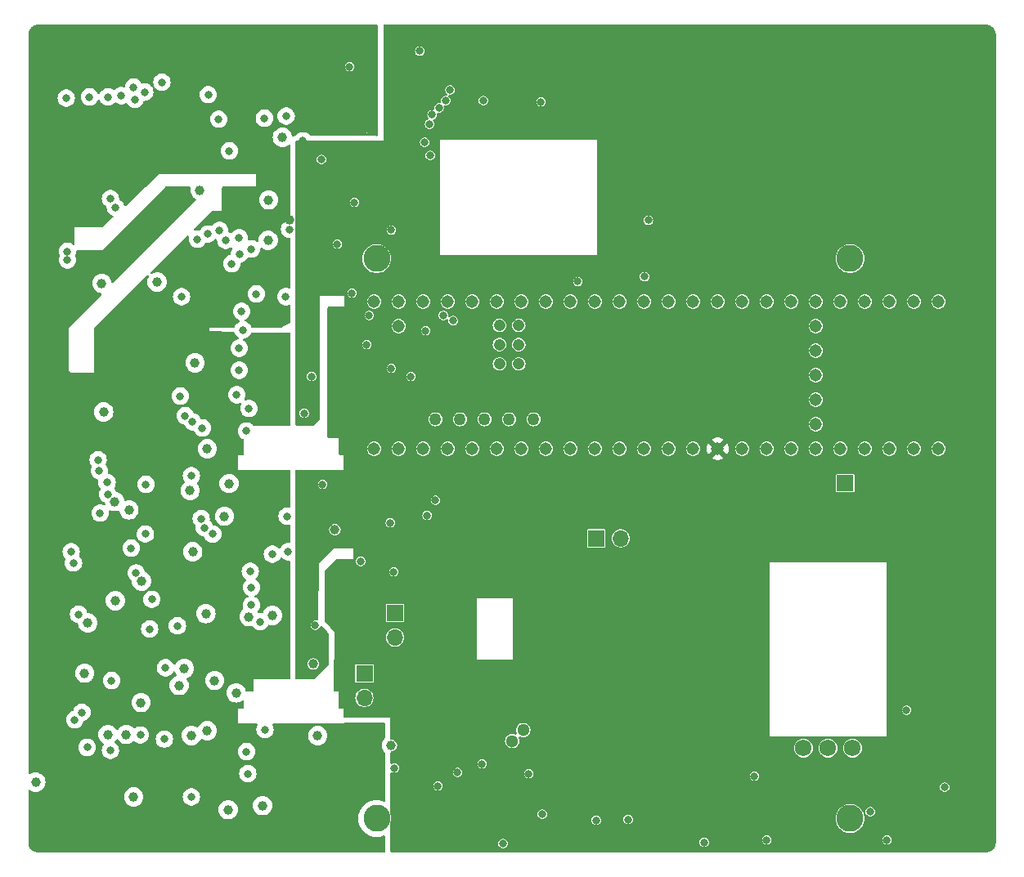
<source format=gbr>
%TF.GenerationSoftware,KiCad,Pcbnew,7.0.6*%
%TF.CreationDate,2024-04-07T14:57:10-04:00*%
%TF.ProjectId,mainbox,6d61696e-626f-4782-9e6b-696361645f70,rev?*%
%TF.SameCoordinates,Original*%
%TF.FileFunction,Copper,L3,Inr*%
%TF.FilePolarity,Positive*%
%FSLAX46Y46*%
G04 Gerber Fmt 4.6, Leading zero omitted, Abs format (unit mm)*
G04 Created by KiCad (PCBNEW 7.0.6) date 2024-04-07 14:57:10*
%MOMM*%
%LPD*%
G01*
G04 APERTURE LIST*
%TA.AperFunction,ComponentPad*%
%ADD10C,1.300000*%
%TD*%
%TA.AperFunction,ComponentPad*%
%ADD11C,1.308000*%
%TD*%
%TA.AperFunction,ComponentPad*%
%ADD12C,1.258000*%
%TD*%
%TA.AperFunction,ComponentPad*%
%ADD13C,1.208000*%
%TD*%
%TA.AperFunction,ComponentPad*%
%ADD14C,2.800000*%
%TD*%
%TA.AperFunction,ComponentPad*%
%ADD15R,1.700000X1.700000*%
%TD*%
%TA.AperFunction,ComponentPad*%
%ADD16O,1.700000X1.700000*%
%TD*%
%TA.AperFunction,ComponentPad*%
%ADD17C,1.725000*%
%TD*%
%TA.AperFunction,ViaPad*%
%ADD18C,0.800000*%
%TD*%
%TA.AperFunction,ViaPad*%
%ADD19C,1.000000*%
%TD*%
G04 APERTURE END LIST*
D10*
%TO.N,GND*%
%TO.C,IC8*%
X174954000Y-120594000D03*
X173794000Y-121714000D03*
%TD*%
D11*
%TO.N,!CS2*%
%TO.C,U5*%
X162052000Y-91442000D03*
%TO.N,SDO2*%
X164592000Y-91442000D03*
%TO.N,dout1*%
X167132000Y-91442000D03*
%TO.N,unconnected-(U5-LRCLK2-Pad3)*%
X169672000Y-91442000D03*
%TO.N,3v3*%
X195072000Y-91442000D03*
%TO.N,unconnected-(U5-3.3V__1-Pad3.3V_2)*%
X164592000Y-76202000D03*
%TO.N,unconnected-(U5-3.3V__2-Pad3.3V_3)*%
X205232000Y-86362000D03*
%TO.N,unconnected-(U5-BCLK2-Pad4)*%
X172212000Y-91442000D03*
%TO.N,unconnected-(U5-IN2-Pad5)*%
X174752000Y-91442000D03*
D12*
%TO.N,unconnected-(U5-Pad5V)*%
X165862000Y-88392000D03*
D11*
%TO.N,unconnected-(U5-OUT1D-Pad6)*%
X177292000Y-91442000D03*
%TO.N,unconnected-(U5-RX2-Pad7)*%
X179832000Y-91442000D03*
%TO.N,syncin2*%
X182372000Y-91442000D03*
%TO.N,rst1*%
X184912000Y-91442000D03*
%TO.N,!CS1*%
X187452000Y-91442000D03*
%TO.N,SDI1*%
X189992000Y-91442000D03*
%TO.N,SDO1*%
X192532000Y-91442000D03*
%TO.N,SCLK1*%
X192532000Y-76202000D03*
%TO.N,unconnected-(U5-A0-Pad14)*%
X189992000Y-76202000D03*
%TO.N,doutlcd*%
X187452000Y-76202000D03*
%TO.N,SDA*%
X184912000Y-76202000D03*
%TO.N,SCL*%
X182372000Y-76202000D03*
%TO.N,dout2*%
X179832000Y-76202000D03*
%TO.N,dclk2*%
X177292000Y-76202000D03*
%TO.N,drdy2*%
X174752000Y-76202000D03*
%TO.N,dclk1*%
X172212000Y-76202000D03*
%TO.N,drdy1*%
X169672000Y-76202000D03*
%TO.N,rst2*%
X167132000Y-76202000D03*
%TO.N,syncin1*%
X197612000Y-91442000D03*
%TO.N,unconnected-(U5-A11-Pad25)*%
X200152000Y-91442000D03*
%TO.N,SDI2*%
X202692000Y-91442000D03*
%TO.N,SCLK2*%
X205232000Y-91442000D03*
%TO.N,unconnected-(U5-RX7-Pad28)*%
X207772000Y-91442000D03*
%TO.N,unconnected-(U5-TX7-Pad29)*%
X210312000Y-91442000D03*
%TO.N,unconnected-(U5-CRX3-Pad30)*%
X212852000Y-91442000D03*
%TO.N,S4*%
X215392000Y-91442000D03*
%TO.N,S3*%
X217932000Y-91442000D03*
%TO.N,S2*%
X217932000Y-76202000D03*
%TO.N,S1*%
X215392000Y-76202000D03*
%TO.N,Net-(IC2-A7)*%
X212852000Y-76202000D03*
%TO.N,Net-(IC2-A6)*%
X210312000Y-76202000D03*
%TO.N,Net-(IC2-A5)*%
X207772000Y-76202000D03*
%TO.N,Net-(IC2-A4)*%
X205232000Y-76202000D03*
%TO.N,Net-(IC2-A3)*%
X202692000Y-76202000D03*
%TO.N,Net-(IC2-A2)*%
X200152000Y-76202000D03*
%TO.N,Net-(IC2-A1)*%
X197612000Y-76202000D03*
D12*
%TO.N,unconnected-(U5-PadD+)*%
X170942000Y-88392000D03*
%TO.N,unconnected-(U5-PadD-)*%
X168402000Y-88392000D03*
D11*
%TO.N,GND*%
X159512000Y-91442000D03*
X195072000Y-76202000D03*
X162052000Y-76202000D03*
X205232000Y-83822000D03*
D13*
X174482000Y-80652000D03*
%TO.N,Net-(D1-A)*%
X172482000Y-80652000D03*
D11*
%TO.N,unconnected-(U5-PadON{slash}OFF)*%
X205232000Y-78742000D03*
%TO.N,unconnected-(U5-PadPROGRAM)*%
X205232000Y-81282000D03*
D13*
%TO.N,Rd+*%
X172482000Y-78652000D03*
%TO.N,Rd-*%
X174482000Y-78652000D03*
%TO.N,Td+*%
X174482000Y-82652000D03*
%TO.N,Td-*%
X172482000Y-82652000D03*
D12*
%TO.N,GND*%
X173482000Y-88392000D03*
X176022000Y-88392000D03*
D11*
%TO.N,Net-(J6-Pin_1)*%
X205232000Y-88902000D03*
%TO.N,5vin*%
X159512000Y-76202000D03*
%TO.N,unconnected-(U5-PadVUSB)*%
X162052000Y-78742000D03*
%TD*%
D14*
%TO.N,N/C*%
%TO.C,H1*%
X208768000Y-71739000D03*
%TD*%
%TO.N,N/C*%
%TO.C,H3*%
X159768000Y-129739000D03*
%TD*%
D15*
%TO.N,Net-(IC8-DIO6{slash}~{RTS})*%
%TO.C,J9*%
X182499000Y-100711000D03*
D16*
%TO.N,Net-(IC8-DIO9{slash}ON{slash}~{SLEEP})*%
X185039000Y-100711000D03*
%TD*%
D15*
%TO.N,Net-(J5-Pin_1)*%
%TO.C,J8*%
X161671000Y-108458000D03*
D16*
%TO.N,Net-(J5-Pin_2)*%
X161671000Y-110998000D03*
%TD*%
D17*
%TO.N,Net-(PS1-+VIN)*%
%TO.C,PS1*%
X203962000Y-122465000D03*
%TO.N,GND*%
X206502000Y-122465000D03*
%TO.N,Vcc*%
X209042000Y-122465000D03*
%TD*%
D15*
%TO.N,Net-(J6-Pin_1)*%
%TO.C,J6*%
X208280000Y-94996000D03*
%TD*%
D14*
%TO.N,N/C*%
%TO.C,H2*%
X159768000Y-71739000D03*
%TD*%
D15*
%TO.N,Net-(J5-Pin_1)*%
%TO.C,J5*%
X158498000Y-114709000D03*
D16*
%TO.N,Net-(J5-Pin_2)*%
X158498000Y-117249000D03*
%TD*%
D14*
%TO.N,N/C*%
%TO.C,H4*%
X208768000Y-129739000D03*
%TD*%
D18*
%TO.N,GND*%
X147320000Y-75393000D03*
X145542000Y-83312000D03*
X182499000Y-129921000D03*
X170688000Y-124079000D03*
X136271000Y-110109000D03*
X134874000Y-104312000D03*
D19*
X129540000Y-114681000D03*
X144484617Y-95037383D03*
D18*
X161290000Y-68783200D03*
X145288000Y-85852000D03*
X127762000Y-70993000D03*
X150622000Y-102108000D03*
X164236400Y-50241200D03*
D19*
X153670000Y-121158000D03*
D18*
X142798800Y-100279200D03*
X176784000Y-55499000D03*
X218567000Y-126492000D03*
X155702000Y-70231000D03*
X135308656Y-121084656D03*
X170815000Y-55372000D03*
X172847000Y-132334000D03*
X157480000Y-65913000D03*
D19*
X148971000Y-108712000D03*
D18*
X187909200Y-67767200D03*
X214630000Y-118516400D03*
D19*
X142087600Y-108508800D03*
D18*
X148209000Y-120523000D03*
D19*
X155448000Y-99822000D03*
D18*
X210870800Y-129032000D03*
X212598000Y-131953000D03*
X134366000Y-101727000D03*
X187502800Y-73609200D03*
X144526000Y-60579000D03*
D19*
X144399000Y-128825500D03*
X161290000Y-122174000D03*
D18*
X137795000Y-121516500D03*
X185801000Y-129839000D03*
X148971000Y-102362000D03*
X150399082Y-56978225D03*
X146685000Y-104140000D03*
X148146181Y-57194110D03*
X128524000Y-119507000D03*
X146304000Y-89611200D03*
D19*
X139852400Y-114198400D03*
D18*
X142341600Y-54762400D03*
X128143000Y-102108000D03*
X127762000Y-71882000D03*
D19*
X146558000Y-108839000D03*
D18*
X152273000Y-87757000D03*
D19*
X147955000Y-128397000D03*
X143002000Y-115443000D03*
D18*
X146558000Y-87274400D03*
X140589000Y-127508000D03*
X146304000Y-122809000D03*
D19*
X129857500Y-109474000D03*
D18*
X154178000Y-95123000D03*
X129807037Y-122369746D03*
D19*
X153212800Y-113741200D03*
X140970000Y-82537000D03*
D18*
X161594800Y-124510800D03*
X145796000Y-77216000D03*
X139573000Y-75692000D03*
X143408400Y-57302400D03*
X161188400Y-99110800D03*
X140589000Y-94234000D03*
X150368000Y-75692000D03*
X154051000Y-61468000D03*
X156972000Y-51866800D03*
X200152000Y-131953000D03*
D19*
X124475406Y-125971099D03*
D18*
X150749000Y-68707000D03*
D19*
X134620000Y-127508000D03*
D18*
%TO.N,2.5vsg*%
X128905000Y-108585000D03*
X128382505Y-103262114D03*
X131146000Y-98108487D03*
X132207000Y-122682000D03*
%TO.N,3v3*%
X146812000Y-105791000D03*
X154127200Y-70053200D03*
X152527000Y-77470000D03*
X152781000Y-102489000D03*
X152146000Y-59537600D03*
X155321000Y-98171000D03*
X159258000Y-65913000D03*
X164134800Y-58470800D03*
X167690800Y-52984400D03*
X145923000Y-79121000D03*
D19*
%TO.N,5vadc*%
X135382000Y-117729000D03*
X140723400Y-102108000D03*
X133858000Y-121031000D03*
X140462000Y-95758000D03*
X144018000Y-98425000D03*
X134118210Y-97774253D03*
X132715000Y-107188000D03*
X148539200Y-69850000D03*
X137033000Y-74168000D03*
X145237200Y-116738400D03*
X142240000Y-91440000D03*
X135431500Y-105156000D03*
X139319000Y-115951000D03*
%TO.N,5vanalog*%
X142240000Y-120650000D03*
X132662000Y-96901000D03*
X141478000Y-64643000D03*
X150012400Y-59182000D03*
X148590000Y-65659000D03*
X131508500Y-87630000D03*
X131318000Y-74295000D03*
%TO.N,5vin*%
X133368000Y-80772000D03*
X133368000Y-79248000D03*
X129921000Y-125476000D03*
X150723600Y-67716400D03*
X133368000Y-82042000D03*
X158750000Y-125476000D03*
X130048000Y-127635000D03*
D18*
%TO.N,aux1.2*%
X131864219Y-94937719D03*
X140716000Y-88646000D03*
%TO.N,aux1.1*%
X131922500Y-96139000D03*
X141732000Y-89281000D03*
%TO.N,Net-(J20-Pin_7)*%
X136502500Y-107035600D03*
X137899500Y-114119864D03*
%TO.N,Net-(U4-VCM)*%
X146812000Y-107645200D03*
X139141200Y-109778800D03*
%TO.N,Net-(U2-VCM)*%
X145542000Y-81026000D03*
X139446000Y-85979000D03*
%TO.N,!CS2*%
X153035000Y-83947000D03*
%TO.N,SCLK2*%
X163322000Y-83947000D03*
%TO.N,SDI2*%
X161290000Y-83114500D03*
%TO.N,dout2*%
X158750000Y-80645000D03*
%TO.N,dclk2*%
X164846000Y-79203000D03*
%TO.N,drdy2*%
X159004000Y-77622400D03*
%TO.N,syncin2*%
X157226000Y-75311000D03*
%TO.N,auxsg*%
X139954000Y-88011000D03*
X132334000Y-115443000D03*
%TO.N,!CS1*%
X153416000Y-109728000D03*
%TO.N,dout1*%
X164998400Y-98348800D03*
X161544000Y-104190800D03*
%TO.N,dclk1*%
X167685500Y-78166846D03*
%TO.N,drdy1*%
X166674800Y-77622400D03*
%TO.N,rst1*%
X158115000Y-103103000D03*
%TO.N,syncin1*%
X165862000Y-96774000D03*
%TO.N,Net-(D1-A)*%
X180594000Y-74117200D03*
%TO.N,5.2v*%
X146431000Y-125095000D03*
X129257000Y-118745000D03*
D19*
X140589000Y-121158000D03*
X131953000Y-121031000D03*
D18*
%TO.N,Vcc*%
X193675000Y-132207000D03*
X198882000Y-125349000D03*
X168148000Y-124968000D03*
X166116000Y-126365000D03*
%TO.N,Dout*%
X176911000Y-129286000D03*
X175514000Y-125095000D03*
%TO.N,Net-(J4-Pin_1)*%
X137541000Y-53467000D03*
X143510000Y-68834000D03*
%TO.N,Net-(J4-Pin_2)*%
X135763000Y-54483000D03*
X144145000Y-69850000D03*
%TO.N,Net-(J4-Pin_3)*%
X141224000Y-69723000D03*
X134620000Y-53975000D03*
%TO.N,Net-(J4-Pin_4)*%
X134747000Y-55245000D03*
X142300839Y-69189668D03*
%TO.N,Net-(J4-Pin_5)*%
X133350000Y-54864000D03*
X145542000Y-69596000D03*
%TO.N,Net-(J4-Pin_6)*%
X146812000Y-70739000D03*
X131953000Y-54991000D03*
%TO.N,Net-(J4-Pin_7)*%
X130048000Y-54991000D03*
X145569000Y-71292000D03*
%TO.N,Net-(J4-Pin_8)*%
X144780000Y-72263000D03*
X127635000Y-55118000D03*
%TO.N,daux2*%
X132207000Y-65532000D03*
X130937000Y-92583000D03*
%TO.N,daux1*%
X132715000Y-66421000D03*
X131064000Y-93726000D03*
%TO.N,tieRod1*%
X147701000Y-109347000D03*
X141605000Y-98679000D03*
%TO.N,tieRod2*%
X150495000Y-98425000D03*
X141935200Y-99618800D03*
%TO.N,tr+*%
X135890000Y-95123000D03*
X135831500Y-100261500D03*
%TO.N,SDA*%
X164744400Y-59690000D03*
%TO.N,SCL*%
X165318569Y-61046231D03*
%TO.N,doutlcd*%
X165252400Y-57810400D03*
%TO.N,S1*%
X165506400Y-56845200D03*
%TO.N,S2*%
X166217600Y-56134000D03*
%TO.N,S3*%
X166928800Y-55372000D03*
%TO.N,S4*%
X167356348Y-54280034D03*
%TD*%
%TA.AperFunction,Conductor*%
%TO.N,3v3*%
G36*
X222875695Y-47514735D02*
G01*
X222918519Y-47518482D01*
X223044771Y-47530918D01*
X223064685Y-47534541D01*
X223131349Y-47552403D01*
X223224570Y-47580682D01*
X223240971Y-47586958D01*
X223308411Y-47618406D01*
X223311375Y-47619888D01*
X223347806Y-47639361D01*
X223395327Y-47664762D01*
X223401667Y-47668657D01*
X223467828Y-47714983D01*
X223471600Y-47717844D01*
X223543808Y-47777103D01*
X223548309Y-47781182D01*
X223605815Y-47838688D01*
X223609895Y-47843190D01*
X223669154Y-47915398D01*
X223672015Y-47919170D01*
X223718341Y-47985331D01*
X223722236Y-47991671D01*
X223767101Y-48075605D01*
X223768614Y-48078631D01*
X223800040Y-48146027D01*
X223806319Y-48162435D01*
X223834601Y-48255669D01*
X223852454Y-48322299D01*
X223856082Y-48342238D01*
X223868523Y-48468554D01*
X223872264Y-48511302D01*
X223872500Y-48516710D01*
X223872500Y-132236289D01*
X223872264Y-132241697D01*
X223868523Y-132284445D01*
X223856082Y-132410760D01*
X223852454Y-132430699D01*
X223834601Y-132497330D01*
X223806318Y-132590563D01*
X223800040Y-132606971D01*
X223768614Y-132674367D01*
X223767101Y-132677393D01*
X223722236Y-132761327D01*
X223718341Y-132767667D01*
X223672015Y-132833828D01*
X223669154Y-132837600D01*
X223609895Y-132909808D01*
X223605806Y-132914320D01*
X223548320Y-132971806D01*
X223543808Y-132975895D01*
X223471600Y-133035154D01*
X223467828Y-133038015D01*
X223401667Y-133084341D01*
X223395327Y-133088236D01*
X223311393Y-133133101D01*
X223308367Y-133134614D01*
X223240971Y-133166040D01*
X223224563Y-133172318D01*
X223131330Y-133200601D01*
X223064699Y-133218454D01*
X223044760Y-133222082D01*
X222918445Y-133234523D01*
X222877789Y-133238080D01*
X222875696Y-133238264D01*
X222870290Y-133238500D01*
X161312400Y-133238500D01*
X161245361Y-133218815D01*
X161199606Y-133166011D01*
X161188400Y-133114500D01*
X161188400Y-132334000D01*
X172351456Y-132334000D01*
X172371528Y-132473606D01*
X172371530Y-132473614D01*
X172430119Y-132601907D01*
X172430121Y-132601909D01*
X172430122Y-132601911D01*
X172522488Y-132708507D01*
X172522490Y-132708508D01*
X172522489Y-132708508D01*
X172641145Y-132784764D01*
X172776474Y-132824499D01*
X172776476Y-132824500D01*
X172776477Y-132824500D01*
X172917524Y-132824500D01*
X172917524Y-132824499D01*
X173052853Y-132784764D01*
X173052854Y-132784764D01*
X173079458Y-132767667D01*
X173171512Y-132708507D01*
X173263878Y-132601911D01*
X173269061Y-132590563D01*
X173310904Y-132498938D01*
X173322471Y-132473611D01*
X173342544Y-132334000D01*
X173324284Y-132207000D01*
X193179456Y-132207000D01*
X193199528Y-132346606D01*
X193199530Y-132346614D01*
X193258119Y-132474907D01*
X193258121Y-132474909D01*
X193258122Y-132474911D01*
X193350488Y-132581507D01*
X193350490Y-132581508D01*
X193350489Y-132581508D01*
X193469145Y-132657764D01*
X193604474Y-132697499D01*
X193604476Y-132697500D01*
X193604477Y-132697500D01*
X193745524Y-132697500D01*
X193745524Y-132697499D01*
X193880853Y-132657764D01*
X193880854Y-132657764D01*
X193967763Y-132601911D01*
X193999512Y-132581507D01*
X194091878Y-132474911D01*
X194150471Y-132346611D01*
X194170544Y-132207000D01*
X194150471Y-132067389D01*
X194137831Y-132039711D01*
X194098231Y-131952999D01*
X199656456Y-131952999D01*
X199676528Y-132092606D01*
X199676530Y-132092614D01*
X199735119Y-132220907D01*
X199735121Y-132220909D01*
X199735122Y-132220911D01*
X199827488Y-132327507D01*
X199827490Y-132327508D01*
X199827489Y-132327508D01*
X199946145Y-132403764D01*
X200081474Y-132443499D01*
X200081476Y-132443500D01*
X200081477Y-132443500D01*
X200222524Y-132443500D01*
X200222524Y-132443499D01*
X200327542Y-132412663D01*
X200357853Y-132403764D01*
X200357854Y-132403764D01*
X200446786Y-132346611D01*
X200476512Y-132327507D01*
X200568878Y-132220911D01*
X200575232Y-132206999D01*
X200581517Y-132193233D01*
X200627471Y-132092611D01*
X200647544Y-131953000D01*
X200647544Y-131952999D01*
X212102456Y-131952999D01*
X212122528Y-132092606D01*
X212122530Y-132092614D01*
X212181119Y-132220907D01*
X212181121Y-132220909D01*
X212181122Y-132220911D01*
X212273488Y-132327507D01*
X212273490Y-132327508D01*
X212273489Y-132327508D01*
X212392145Y-132403764D01*
X212527474Y-132443499D01*
X212527476Y-132443500D01*
X212527477Y-132443500D01*
X212668524Y-132443500D01*
X212668524Y-132443499D01*
X212773542Y-132412663D01*
X212803853Y-132403764D01*
X212803854Y-132403764D01*
X212892786Y-132346611D01*
X212922512Y-132327507D01*
X213014878Y-132220911D01*
X213021232Y-132206999D01*
X213027517Y-132193233D01*
X213073471Y-132092611D01*
X213093544Y-131953000D01*
X213073471Y-131813389D01*
X213060831Y-131785711D01*
X213014880Y-131685092D01*
X213014878Y-131685090D01*
X213014878Y-131685089D01*
X212922512Y-131578493D01*
X212922509Y-131578491D01*
X212922510Y-131578491D01*
X212803854Y-131502235D01*
X212668525Y-131462500D01*
X212668523Y-131462500D01*
X212527477Y-131462500D01*
X212527474Y-131462500D01*
X212392146Y-131502235D01*
X212392145Y-131502235D01*
X212273489Y-131578491D01*
X212181122Y-131685089D01*
X212181119Y-131685092D01*
X212122530Y-131813385D01*
X212122528Y-131813393D01*
X212102456Y-131952999D01*
X200647544Y-131952999D01*
X200627471Y-131813389D01*
X200614831Y-131785711D01*
X200568880Y-131685092D01*
X200568878Y-131685090D01*
X200568878Y-131685089D01*
X200476512Y-131578493D01*
X200476509Y-131578491D01*
X200476510Y-131578491D01*
X200357854Y-131502235D01*
X200222525Y-131462500D01*
X200222523Y-131462500D01*
X200081477Y-131462500D01*
X200081474Y-131462500D01*
X199946146Y-131502235D01*
X199946145Y-131502235D01*
X199827489Y-131578491D01*
X199735122Y-131685089D01*
X199735119Y-131685092D01*
X199676530Y-131813385D01*
X199676528Y-131813393D01*
X199656456Y-131952999D01*
X194098231Y-131952999D01*
X194091880Y-131939092D01*
X194091878Y-131939090D01*
X194091878Y-131939089D01*
X193999512Y-131832493D01*
X193999509Y-131832491D01*
X193999510Y-131832491D01*
X193880854Y-131756235D01*
X193745525Y-131716500D01*
X193745523Y-131716500D01*
X193604477Y-131716500D01*
X193604474Y-131716500D01*
X193469146Y-131756235D01*
X193469145Y-131756235D01*
X193350489Y-131832491D01*
X193258122Y-131939089D01*
X193258119Y-131939092D01*
X193199530Y-132067385D01*
X193199528Y-132067393D01*
X193179456Y-132207000D01*
X173324284Y-132207000D01*
X173322471Y-132194389D01*
X173275992Y-132092614D01*
X173263880Y-132066092D01*
X173263878Y-132066090D01*
X173263878Y-132066089D01*
X173171512Y-131959493D01*
X173171509Y-131959491D01*
X173171510Y-131959491D01*
X173052854Y-131883235D01*
X172917525Y-131843500D01*
X172917523Y-131843500D01*
X172776477Y-131843500D01*
X172776474Y-131843500D01*
X172641146Y-131883235D01*
X172641145Y-131883235D01*
X172522489Y-131959491D01*
X172430122Y-132066089D01*
X172430119Y-132066092D01*
X172371530Y-132194385D01*
X172371528Y-132194393D01*
X172351456Y-132334000D01*
X161188400Y-132334000D01*
X161188400Y-130217065D01*
X161192193Y-130186629D01*
X161243210Y-129985169D01*
X161243753Y-129978614D01*
X161248527Y-129921000D01*
X182003456Y-129921000D01*
X182023528Y-130060606D01*
X182023530Y-130060614D01*
X182082119Y-130188907D01*
X182082121Y-130188909D01*
X182082122Y-130188911D01*
X182174488Y-130295507D01*
X182174490Y-130295508D01*
X182174489Y-130295508D01*
X182293145Y-130371764D01*
X182428474Y-130411499D01*
X182428476Y-130411500D01*
X182428477Y-130411500D01*
X182569524Y-130411500D01*
X182569524Y-130411499D01*
X182704853Y-130371764D01*
X182704854Y-130371764D01*
X182770620Y-130329499D01*
X182823512Y-130295507D01*
X182915878Y-130188911D01*
X182916923Y-130186624D01*
X182953326Y-130106911D01*
X182974471Y-130060611D01*
X182994544Y-129921000D01*
X182982754Y-129839000D01*
X185305456Y-129839000D01*
X185325528Y-129978606D01*
X185325530Y-129978614D01*
X185384119Y-130106907D01*
X185384121Y-130106909D01*
X185384122Y-130106911D01*
X185476488Y-130213507D01*
X185476490Y-130213508D01*
X185476489Y-130213508D01*
X185595145Y-130289764D01*
X185730474Y-130329499D01*
X185730476Y-130329500D01*
X185730477Y-130329500D01*
X185871524Y-130329500D01*
X185871524Y-130329499D01*
X186006853Y-130289764D01*
X186006854Y-130289764D01*
X186119976Y-130217065D01*
X186125512Y-130213507D01*
X186217878Y-130106911D01*
X186276471Y-129978611D01*
X186296544Y-129839000D01*
X186282167Y-129739005D01*
X207272392Y-129739005D01*
X207292789Y-129985165D01*
X207353428Y-130224623D01*
X207417969Y-130371763D01*
X207452652Y-130450831D01*
X207587755Y-130657621D01*
X207755052Y-130839355D01*
X207755055Y-130839357D01*
X207755058Y-130839360D01*
X207949971Y-130991067D01*
X207949977Y-130991071D01*
X207949980Y-130991073D01*
X208167221Y-131108638D01*
X208288536Y-131150285D01*
X208400846Y-131188842D01*
X208400848Y-131188842D01*
X208400850Y-131188843D01*
X208644494Y-131229500D01*
X208644495Y-131229500D01*
X208891505Y-131229500D01*
X208891506Y-131229500D01*
X209135150Y-131188843D01*
X209368779Y-131108638D01*
X209586020Y-130991073D01*
X209780948Y-130839355D01*
X209948245Y-130657621D01*
X210083348Y-130450831D01*
X210182572Y-130224623D01*
X210243210Y-129985169D01*
X210255322Y-129839000D01*
X210263608Y-129739005D01*
X210263608Y-129738994D01*
X210249695Y-129571092D01*
X210243210Y-129492831D01*
X210207873Y-129353288D01*
X210210498Y-129283471D01*
X210236255Y-129246521D01*
X210197134Y-129235034D01*
X210172777Y-129206924D01*
X210355570Y-129206924D01*
X210383791Y-129212071D01*
X210434839Y-129259778D01*
X210440873Y-129271338D01*
X210453922Y-129299911D01*
X210546288Y-129406507D01*
X210546290Y-129406508D01*
X210546289Y-129406508D01*
X210664945Y-129482764D01*
X210800274Y-129522499D01*
X210800276Y-129522500D01*
X210800277Y-129522500D01*
X210941324Y-129522500D01*
X210941324Y-129522499D01*
X211076653Y-129482764D01*
X211076654Y-129482764D01*
X211096147Y-129470237D01*
X211195312Y-129406507D01*
X211287678Y-129299911D01*
X211294032Y-129285999D01*
X211308930Y-129253376D01*
X211346271Y-129171611D01*
X211366344Y-129032000D01*
X211346271Y-128892389D01*
X211333631Y-128864711D01*
X211287680Y-128764092D01*
X211287678Y-128764090D01*
X211287678Y-128764089D01*
X211195312Y-128657493D01*
X211195309Y-128657491D01*
X211195310Y-128657491D01*
X211076654Y-128581235D01*
X210941325Y-128541500D01*
X210941323Y-128541500D01*
X210800277Y-128541500D01*
X210800274Y-128541500D01*
X210664946Y-128581235D01*
X210664945Y-128581235D01*
X210546289Y-128657491D01*
X210453922Y-128764089D01*
X210453919Y-128764092D01*
X210395330Y-128892385D01*
X210395328Y-128892393D01*
X210375256Y-129032000D01*
X210386912Y-129113073D01*
X210376968Y-129182231D01*
X210355570Y-129206924D01*
X210172777Y-129206924D01*
X210151379Y-129182230D01*
X210150618Y-129180529D01*
X210083349Y-129027172D01*
X210083348Y-129027169D01*
X209948245Y-128820379D01*
X209780948Y-128638645D01*
X209780943Y-128638641D01*
X209780941Y-128638639D01*
X209586028Y-128486932D01*
X209586022Y-128486928D01*
X209368780Y-128369362D01*
X209368771Y-128369359D01*
X209135153Y-128289157D01*
X208952416Y-128258664D01*
X208891506Y-128248500D01*
X208644494Y-128248500D01*
X208595765Y-128256631D01*
X208400846Y-128289157D01*
X208167228Y-128369359D01*
X208167219Y-128369362D01*
X207949977Y-128486928D01*
X207949971Y-128486932D01*
X207755058Y-128638639D01*
X207755055Y-128638642D01*
X207587752Y-128820382D01*
X207452650Y-129027172D01*
X207353428Y-129253376D01*
X207292789Y-129492834D01*
X207272392Y-129738994D01*
X207272392Y-129739005D01*
X186282167Y-129739005D01*
X186276471Y-129699389D01*
X186255326Y-129653089D01*
X186217880Y-129571092D01*
X186217878Y-129571090D01*
X186217878Y-129571089D01*
X186125512Y-129464493D01*
X186125509Y-129464491D01*
X186125510Y-129464491D01*
X186006854Y-129388235D01*
X185871525Y-129348500D01*
X185871523Y-129348500D01*
X185730477Y-129348500D01*
X185730474Y-129348500D01*
X185595146Y-129388235D01*
X185595145Y-129388235D01*
X185476489Y-129464491D01*
X185384122Y-129571089D01*
X185384119Y-129571092D01*
X185325530Y-129699385D01*
X185325528Y-129699393D01*
X185305456Y-129839000D01*
X182982754Y-129839000D01*
X182974471Y-129781389D01*
X182955115Y-129739005D01*
X182915880Y-129653092D01*
X182915878Y-129653090D01*
X182915878Y-129653089D01*
X182823512Y-129546493D01*
X182823509Y-129546491D01*
X182823510Y-129546491D01*
X182704854Y-129470235D01*
X182569525Y-129430500D01*
X182569523Y-129430500D01*
X182428477Y-129430500D01*
X182428474Y-129430500D01*
X182293146Y-129470235D01*
X182293145Y-129470235D01*
X182174489Y-129546491D01*
X182082122Y-129653089D01*
X182082119Y-129653092D01*
X182023530Y-129781385D01*
X182023528Y-129781393D01*
X182003456Y-129921000D01*
X161248527Y-129921000D01*
X161263608Y-129739005D01*
X161263608Y-129738994D01*
X161248271Y-129553907D01*
X161243210Y-129492831D01*
X161192194Y-129291373D01*
X161191524Y-129285999D01*
X176415456Y-129285999D01*
X176435528Y-129425606D01*
X176435530Y-129425614D01*
X176494119Y-129553907D01*
X176494121Y-129553909D01*
X176494122Y-129553911D01*
X176586488Y-129660507D01*
X176586490Y-129660508D01*
X176586489Y-129660508D01*
X176705145Y-129736764D01*
X176840474Y-129776499D01*
X176840476Y-129776500D01*
X176840477Y-129776500D01*
X176981524Y-129776500D01*
X176981524Y-129776499D01*
X177086542Y-129745663D01*
X177116853Y-129736764D01*
X177116854Y-129736764D01*
X177175005Y-129699393D01*
X177235512Y-129660507D01*
X177327878Y-129553911D01*
X177386471Y-129425611D01*
X177406544Y-129286000D01*
X177386471Y-129146389D01*
X177371256Y-129113073D01*
X177327880Y-129018092D01*
X177327878Y-129018090D01*
X177327878Y-129018089D01*
X177235512Y-128911493D01*
X177235509Y-128911491D01*
X177235510Y-128911491D01*
X177116854Y-128835235D01*
X176981525Y-128795500D01*
X176981523Y-128795500D01*
X176840477Y-128795500D01*
X176840474Y-128795500D01*
X176705146Y-128835235D01*
X176705145Y-128835235D01*
X176586489Y-128911491D01*
X176494122Y-129018089D01*
X176494119Y-129018092D01*
X176435530Y-129146385D01*
X176435528Y-129146393D01*
X176415456Y-129285999D01*
X161191524Y-129285999D01*
X161188400Y-129260933D01*
X161188400Y-126365000D01*
X165620456Y-126365000D01*
X165640528Y-126504606D01*
X165640530Y-126504614D01*
X165699119Y-126632907D01*
X165699121Y-126632909D01*
X165699122Y-126632911D01*
X165791488Y-126739507D01*
X165791490Y-126739508D01*
X165791489Y-126739508D01*
X165910145Y-126815764D01*
X166045474Y-126855499D01*
X166045476Y-126855500D01*
X166045477Y-126855500D01*
X166186524Y-126855500D01*
X166186524Y-126855499D01*
X166321853Y-126815764D01*
X166321854Y-126815764D01*
X166408763Y-126759911D01*
X166440512Y-126739507D01*
X166532878Y-126632911D01*
X166591471Y-126504611D01*
X166593284Y-126492000D01*
X218071456Y-126492000D01*
X218091528Y-126631606D01*
X218091530Y-126631614D01*
X218150119Y-126759907D01*
X218150121Y-126759909D01*
X218150122Y-126759911D01*
X218242488Y-126866507D01*
X218242490Y-126866508D01*
X218242489Y-126866508D01*
X218361145Y-126942764D01*
X218496474Y-126982499D01*
X218496476Y-126982500D01*
X218496477Y-126982500D01*
X218637524Y-126982500D01*
X218637524Y-126982499D01*
X218772853Y-126942764D01*
X218772854Y-126942764D01*
X218891510Y-126866508D01*
X218891509Y-126866508D01*
X218891512Y-126866507D01*
X218983878Y-126759911D01*
X219042471Y-126631611D01*
X219062544Y-126492000D01*
X219042471Y-126352389D01*
X218984470Y-126225385D01*
X218983880Y-126224092D01*
X218983878Y-126224090D01*
X218983878Y-126224089D01*
X218891512Y-126117493D01*
X218891509Y-126117491D01*
X218891510Y-126117491D01*
X218772854Y-126041235D01*
X218637525Y-126001500D01*
X218637523Y-126001500D01*
X218496477Y-126001500D01*
X218496474Y-126001500D01*
X218361146Y-126041235D01*
X218361145Y-126041235D01*
X218242489Y-126117491D01*
X218150122Y-126224089D01*
X218150119Y-126224092D01*
X218091530Y-126352385D01*
X218091528Y-126352393D01*
X218071456Y-126492000D01*
X166593284Y-126492000D01*
X166611544Y-126365000D01*
X166591471Y-126225389D01*
X166578831Y-126197711D01*
X166532880Y-126097092D01*
X166532878Y-126097090D01*
X166532878Y-126097089D01*
X166440512Y-125990493D01*
X166440509Y-125990491D01*
X166440510Y-125990491D01*
X166321854Y-125914235D01*
X166186525Y-125874500D01*
X166186523Y-125874500D01*
X166045477Y-125874500D01*
X166045474Y-125874500D01*
X165910146Y-125914235D01*
X165910145Y-125914235D01*
X165791489Y-125990491D01*
X165699122Y-126097089D01*
X165699119Y-126097092D01*
X165640530Y-126225385D01*
X165640528Y-126225393D01*
X165620456Y-126365000D01*
X161188400Y-126365000D01*
X161188400Y-125059770D01*
X161208085Y-124992731D01*
X161260889Y-124946976D01*
X161330047Y-124937032D01*
X161379438Y-124955453D01*
X161388944Y-124961563D01*
X161388946Y-124961563D01*
X161388947Y-124961564D01*
X161432973Y-124974491D01*
X161495093Y-124992731D01*
X161524274Y-125001299D01*
X161524276Y-125001300D01*
X161524277Y-125001300D01*
X161665324Y-125001300D01*
X161665324Y-125001299D01*
X161770342Y-124970463D01*
X161778731Y-124968000D01*
X167652456Y-124968000D01*
X167672528Y-125107606D01*
X167672530Y-125107614D01*
X167731119Y-125235907D01*
X167731121Y-125235909D01*
X167731122Y-125235911D01*
X167823488Y-125342507D01*
X167823490Y-125342508D01*
X167823489Y-125342508D01*
X167942145Y-125418764D01*
X168077474Y-125458499D01*
X168077476Y-125458500D01*
X168077477Y-125458500D01*
X168218524Y-125458500D01*
X168218524Y-125458499D01*
X168353853Y-125418764D01*
X168353854Y-125418764D01*
X168440763Y-125362911D01*
X168472512Y-125342507D01*
X168564878Y-125235911D01*
X168623471Y-125107611D01*
X168625284Y-125095000D01*
X175018456Y-125095000D01*
X175038528Y-125234606D01*
X175038530Y-125234614D01*
X175097119Y-125362907D01*
X175097121Y-125362909D01*
X175097122Y-125362911D01*
X175189488Y-125469507D01*
X175189490Y-125469508D01*
X175189489Y-125469508D01*
X175308145Y-125545764D01*
X175443474Y-125585499D01*
X175443476Y-125585500D01*
X175443477Y-125585500D01*
X175584524Y-125585500D01*
X175584524Y-125585499D01*
X175719853Y-125545764D01*
X175719854Y-125545764D01*
X175808786Y-125488611D01*
X175838512Y-125469507D01*
X175930878Y-125362911D01*
X175937232Y-125348999D01*
X198386456Y-125348999D01*
X198406528Y-125488606D01*
X198406530Y-125488614D01*
X198465119Y-125616907D01*
X198465121Y-125616909D01*
X198465122Y-125616911D01*
X198557488Y-125723507D01*
X198557490Y-125723508D01*
X198557489Y-125723508D01*
X198676145Y-125799764D01*
X198811474Y-125839499D01*
X198811476Y-125839500D01*
X198811477Y-125839500D01*
X198952524Y-125839500D01*
X198952524Y-125839499D01*
X199087853Y-125799764D01*
X199087854Y-125799764D01*
X199206510Y-125723508D01*
X199206509Y-125723508D01*
X199206512Y-125723507D01*
X199298878Y-125616911D01*
X199357471Y-125488611D01*
X199377544Y-125349000D01*
X199357471Y-125209389D01*
X199310992Y-125107614D01*
X199298880Y-125081092D01*
X199298878Y-125081090D01*
X199298878Y-125081089D01*
X199206512Y-124974493D01*
X199206509Y-124974491D01*
X199206510Y-124974491D01*
X199087854Y-124898235D01*
X198952525Y-124858500D01*
X198952523Y-124858500D01*
X198811477Y-124858500D01*
X198811474Y-124858500D01*
X198676146Y-124898235D01*
X198676145Y-124898235D01*
X198557489Y-124974491D01*
X198465122Y-125081089D01*
X198465119Y-125081092D01*
X198406530Y-125209385D01*
X198406528Y-125209393D01*
X198386456Y-125348999D01*
X175937232Y-125348999D01*
X175943517Y-125335233D01*
X175989471Y-125234611D01*
X176009544Y-125095000D01*
X175989471Y-124955389D01*
X175964495Y-124900699D01*
X175930880Y-124827092D01*
X175930878Y-124827090D01*
X175930878Y-124827089D01*
X175838512Y-124720493D01*
X175838509Y-124720491D01*
X175838510Y-124720491D01*
X175719854Y-124644235D01*
X175584525Y-124604500D01*
X175584523Y-124604500D01*
X175443477Y-124604500D01*
X175443474Y-124604500D01*
X175308146Y-124644235D01*
X175308145Y-124644235D01*
X175189489Y-124720491D01*
X175097122Y-124827089D01*
X175097119Y-124827092D01*
X175038530Y-124955385D01*
X175038528Y-124955393D01*
X175018456Y-125095000D01*
X168625284Y-125095000D01*
X168643544Y-124968000D01*
X168623471Y-124828389D01*
X168600782Y-124778707D01*
X168564880Y-124700092D01*
X168564878Y-124700090D01*
X168564878Y-124700089D01*
X168472512Y-124593493D01*
X168472509Y-124593491D01*
X168472510Y-124593491D01*
X168353854Y-124517235D01*
X168218525Y-124477500D01*
X168218523Y-124477500D01*
X168077477Y-124477500D01*
X168077474Y-124477500D01*
X167942146Y-124517235D01*
X167942145Y-124517235D01*
X167823489Y-124593491D01*
X167731122Y-124700089D01*
X167731119Y-124700092D01*
X167672530Y-124828385D01*
X167672528Y-124828393D01*
X167652456Y-124968000D01*
X161778731Y-124968000D01*
X161800653Y-124961564D01*
X161800654Y-124961564D01*
X161802777Y-124960200D01*
X161919312Y-124885307D01*
X162011678Y-124778711D01*
X162070271Y-124650411D01*
X162090344Y-124510800D01*
X162070271Y-124371189D01*
X162057631Y-124343511D01*
X162011680Y-124242892D01*
X162011678Y-124242890D01*
X162011678Y-124242889D01*
X161919312Y-124136293D01*
X161919309Y-124136291D01*
X161919310Y-124136291D01*
X161830164Y-124079000D01*
X170192456Y-124079000D01*
X170212528Y-124218606D01*
X170212530Y-124218614D01*
X170271119Y-124346907D01*
X170271121Y-124346909D01*
X170271122Y-124346911D01*
X170363488Y-124453507D01*
X170363490Y-124453508D01*
X170363489Y-124453508D01*
X170482145Y-124529764D01*
X170617474Y-124569499D01*
X170617476Y-124569500D01*
X170617477Y-124569500D01*
X170758524Y-124569500D01*
X170758524Y-124569499D01*
X170893853Y-124529764D01*
X170893854Y-124529764D01*
X170913347Y-124517237D01*
X171012512Y-124453507D01*
X171104878Y-124346911D01*
X171163471Y-124218611D01*
X171183544Y-124079000D01*
X171163471Y-123939389D01*
X171150831Y-123911711D01*
X171104880Y-123811092D01*
X171104878Y-123811090D01*
X171104878Y-123811089D01*
X171012512Y-123704493D01*
X171012509Y-123704491D01*
X171012510Y-123704491D01*
X170893854Y-123628235D01*
X170758525Y-123588500D01*
X170758523Y-123588500D01*
X170617477Y-123588500D01*
X170617474Y-123588500D01*
X170482146Y-123628235D01*
X170482145Y-123628235D01*
X170363489Y-123704491D01*
X170271122Y-123811089D01*
X170271119Y-123811092D01*
X170212530Y-123939385D01*
X170212528Y-123939393D01*
X170192456Y-124079000D01*
X161830164Y-124079000D01*
X161800654Y-124060035D01*
X161665325Y-124020300D01*
X161665323Y-124020300D01*
X161524277Y-124020300D01*
X161524274Y-124020300D01*
X161388946Y-124060035D01*
X161388945Y-124060035D01*
X161379436Y-124066147D01*
X161312396Y-124085829D01*
X161245357Y-124066142D01*
X161199604Y-124013337D01*
X161188400Y-123961829D01*
X161188400Y-122891715D01*
X161208085Y-122824676D01*
X161260889Y-122778921D01*
X161296211Y-122768777D01*
X161444151Y-122749301D01*
X161587798Y-122689800D01*
X161711149Y-122595149D01*
X161805800Y-122471798D01*
X161808616Y-122465000D01*
X203004389Y-122465000D01*
X203022789Y-122651823D01*
X203077283Y-122831463D01*
X203165772Y-122997014D01*
X203165777Y-122997021D01*
X203284866Y-123142133D01*
X203385847Y-123225005D01*
X203429980Y-123261224D01*
X203429983Y-123261225D01*
X203429985Y-123261227D01*
X203595536Y-123349716D01*
X203595538Y-123349717D01*
X203775179Y-123404211D01*
X203962000Y-123422611D01*
X204148821Y-123404211D01*
X204328462Y-123349717D01*
X204494020Y-123261224D01*
X204639133Y-123142133D01*
X204758224Y-122997020D01*
X204846717Y-122831462D01*
X204901211Y-122651821D01*
X204919611Y-122465000D01*
X204919611Y-122464999D01*
X205544389Y-122464999D01*
X205562789Y-122651823D01*
X205617283Y-122831463D01*
X205705772Y-122997014D01*
X205705777Y-122997021D01*
X205824866Y-123142133D01*
X205925847Y-123225005D01*
X205969980Y-123261224D01*
X205969983Y-123261225D01*
X205969985Y-123261227D01*
X206135536Y-123349716D01*
X206135538Y-123349717D01*
X206315179Y-123404211D01*
X206502000Y-123422611D01*
X206688821Y-123404211D01*
X206868462Y-123349717D01*
X207034020Y-123261224D01*
X207179133Y-123142133D01*
X207298224Y-122997020D01*
X207386717Y-122831462D01*
X207441211Y-122651821D01*
X207459611Y-122465000D01*
X208084389Y-122465000D01*
X208102789Y-122651823D01*
X208157283Y-122831463D01*
X208245772Y-122997014D01*
X208245777Y-122997021D01*
X208364866Y-123142133D01*
X208465847Y-123225005D01*
X208509980Y-123261224D01*
X208509983Y-123261225D01*
X208509985Y-123261227D01*
X208675536Y-123349716D01*
X208675538Y-123349717D01*
X208855179Y-123404211D01*
X209042000Y-123422611D01*
X209228821Y-123404211D01*
X209408462Y-123349717D01*
X209574020Y-123261224D01*
X209719133Y-123142133D01*
X209838224Y-122997020D01*
X209926717Y-122831462D01*
X209981211Y-122651821D01*
X209999611Y-122465000D01*
X209981211Y-122278179D01*
X209926717Y-122098538D01*
X209838224Y-121932980D01*
X209791628Y-121876202D01*
X209719133Y-121787866D01*
X209574021Y-121668777D01*
X209574014Y-121668772D01*
X209408463Y-121580283D01*
X209228823Y-121525789D01*
X209042000Y-121507389D01*
X208855176Y-121525789D01*
X208675536Y-121580283D01*
X208509985Y-121668772D01*
X208509978Y-121668777D01*
X208364866Y-121787866D01*
X208245777Y-121932978D01*
X208245772Y-121932985D01*
X208157283Y-122098536D01*
X208102789Y-122278176D01*
X208084389Y-122465000D01*
X207459611Y-122465000D01*
X207441211Y-122278179D01*
X207386717Y-122098538D01*
X207298224Y-121932980D01*
X207251628Y-121876202D01*
X207179133Y-121787866D01*
X207034021Y-121668777D01*
X207034014Y-121668772D01*
X206868463Y-121580283D01*
X206688823Y-121525789D01*
X206502000Y-121507389D01*
X206315176Y-121525789D01*
X206135536Y-121580283D01*
X205969985Y-121668772D01*
X205969978Y-121668777D01*
X205824866Y-121787866D01*
X205705777Y-121932978D01*
X205705772Y-121932985D01*
X205617283Y-122098536D01*
X205562789Y-122278176D01*
X205544389Y-122464999D01*
X204919611Y-122464999D01*
X204901211Y-122278179D01*
X204846717Y-122098538D01*
X204758224Y-121932980D01*
X204711628Y-121876202D01*
X204639133Y-121787866D01*
X204494021Y-121668777D01*
X204494014Y-121668772D01*
X204328463Y-121580283D01*
X204148823Y-121525789D01*
X203962000Y-121507389D01*
X203775176Y-121525789D01*
X203595536Y-121580283D01*
X203429985Y-121668772D01*
X203429978Y-121668777D01*
X203284866Y-121787866D01*
X203165777Y-121932978D01*
X203165772Y-121932985D01*
X203077283Y-122098536D01*
X203022789Y-122278176D01*
X203004389Y-122465000D01*
X161808616Y-122465000D01*
X161865301Y-122328151D01*
X161885595Y-122174000D01*
X161865301Y-122019849D01*
X161805800Y-121876203D01*
X161711149Y-121752851D01*
X161711147Y-121752850D01*
X161711147Y-121752849D01*
X161660522Y-121714003D01*
X173048814Y-121714003D01*
X173067495Y-121879810D01*
X173067497Y-121879820D01*
X173122610Y-122037322D01*
X173122611Y-122037324D01*
X173211390Y-122178616D01*
X173329384Y-122296610D01*
X173470676Y-122385389D01*
X173628181Y-122440503D01*
X173628187Y-122440503D01*
X173628189Y-122440504D01*
X173793996Y-122459186D01*
X173794000Y-122459186D01*
X173794004Y-122459186D01*
X173959810Y-122440504D01*
X173959809Y-122440504D01*
X173959819Y-122440503D01*
X174117324Y-122385389D01*
X174258616Y-122296610D01*
X174376610Y-122178616D01*
X174465389Y-122037324D01*
X174520503Y-121879819D01*
X174521249Y-121873197D01*
X174539186Y-121714003D01*
X174539186Y-121713996D01*
X174520504Y-121548189D01*
X174520503Y-121548187D01*
X174520503Y-121548181D01*
X174477414Y-121425041D01*
X174473852Y-121355262D01*
X174508580Y-121294635D01*
X174570574Y-121262407D01*
X174635408Y-121267044D01*
X174788181Y-121320503D01*
X174788187Y-121320503D01*
X174788189Y-121320504D01*
X174953996Y-121339186D01*
X174954000Y-121339186D01*
X174954004Y-121339186D01*
X175119810Y-121320504D01*
X175119809Y-121320504D01*
X175119819Y-121320503D01*
X175277324Y-121265389D01*
X175340188Y-121225889D01*
X200469416Y-121225889D01*
X200469459Y-121250001D01*
X200469500Y-121250099D01*
X200469616Y-121250382D01*
X200469618Y-121250384D01*
X200469808Y-121250462D01*
X200470000Y-121250541D01*
X200470002Y-121250539D01*
X200494616Y-121250524D01*
X200494616Y-121250528D01*
X200494760Y-121250500D01*
X212525240Y-121250500D01*
X212525383Y-121250528D01*
X212525384Y-121250524D01*
X212549997Y-121250539D01*
X212550000Y-121250541D01*
X212550383Y-121250383D01*
X212550500Y-121250099D01*
X212550541Y-121250000D01*
X212550540Y-121249997D01*
X212550583Y-121225889D01*
X212550500Y-121225467D01*
X212550500Y-118516400D01*
X214134456Y-118516400D01*
X214154528Y-118656006D01*
X214154530Y-118656014D01*
X214213119Y-118784307D01*
X214213121Y-118784309D01*
X214213122Y-118784311D01*
X214305488Y-118890907D01*
X214305490Y-118890908D01*
X214305489Y-118890908D01*
X214424145Y-118967164D01*
X214559474Y-119006899D01*
X214559476Y-119006900D01*
X214559477Y-119006900D01*
X214700524Y-119006900D01*
X214700524Y-119006899D01*
X214835853Y-118967164D01*
X214835854Y-118967164D01*
X214954510Y-118890908D01*
X214954509Y-118890908D01*
X214954512Y-118890907D01*
X215046878Y-118784311D01*
X215105471Y-118656011D01*
X215125544Y-118516400D01*
X215105471Y-118376789D01*
X215066526Y-118291511D01*
X215046880Y-118248492D01*
X215046878Y-118248490D01*
X215046878Y-118248489D01*
X214954512Y-118141893D01*
X214954509Y-118141891D01*
X214954510Y-118141891D01*
X214835854Y-118065635D01*
X214700525Y-118025900D01*
X214700523Y-118025900D01*
X214559477Y-118025900D01*
X214559474Y-118025900D01*
X214424146Y-118065635D01*
X214424145Y-118065635D01*
X214305489Y-118141891D01*
X214213122Y-118248489D01*
X214213119Y-118248492D01*
X214154530Y-118376785D01*
X214154528Y-118376793D01*
X214134456Y-118516400D01*
X212550500Y-118516400D01*
X212550500Y-103204759D01*
X212550528Y-103204616D01*
X212550524Y-103204616D01*
X212550539Y-103180002D01*
X212550541Y-103180000D01*
X212550462Y-103179808D01*
X212550384Y-103179618D01*
X212550382Y-103179616D01*
X212550099Y-103179500D01*
X212550000Y-103179459D01*
X212525446Y-103179459D01*
X212525240Y-103179500D01*
X200494760Y-103179500D01*
X200494554Y-103179459D01*
X200470000Y-103179459D01*
X200469901Y-103179500D01*
X200469617Y-103179616D01*
X200469615Y-103179618D01*
X200469459Y-103179999D01*
X200469476Y-103204616D01*
X200469471Y-103204616D01*
X200469500Y-103204759D01*
X200469500Y-121225467D01*
X200469416Y-121225889D01*
X175340188Y-121225889D01*
X175418616Y-121176610D01*
X175536610Y-121058616D01*
X175625389Y-120917324D01*
X175680503Y-120759819D01*
X175699186Y-120594000D01*
X175695626Y-120562405D01*
X175680504Y-120428189D01*
X175680503Y-120428187D01*
X175680503Y-120428181D01*
X175625389Y-120270676D01*
X175536610Y-120129384D01*
X175418616Y-120011390D01*
X175277324Y-119922611D01*
X175277323Y-119922610D01*
X175277322Y-119922610D01*
X175119820Y-119867497D01*
X175119810Y-119867495D01*
X174954004Y-119848814D01*
X174953996Y-119848814D01*
X174788189Y-119867495D01*
X174788179Y-119867497D01*
X174630677Y-119922610D01*
X174489383Y-120011390D01*
X174371390Y-120129383D01*
X174282610Y-120270677D01*
X174227497Y-120428179D01*
X174227495Y-120428189D01*
X174208814Y-120593996D01*
X174208814Y-120594003D01*
X174227495Y-120759810D01*
X174227496Y-120759815D01*
X174227496Y-120759817D01*
X174227497Y-120759819D01*
X174262623Y-120860203D01*
X174270586Y-120882959D01*
X174274147Y-120952737D01*
X174239418Y-121013365D01*
X174177425Y-121045592D01*
X174112589Y-121040954D01*
X173959821Y-120987497D01*
X173959810Y-120987495D01*
X173794004Y-120968814D01*
X173793996Y-120968814D01*
X173628189Y-120987495D01*
X173628179Y-120987497D01*
X173470677Y-121042610D01*
X173329383Y-121131390D01*
X173211390Y-121249383D01*
X173122610Y-121390677D01*
X173067497Y-121548179D01*
X173067495Y-121548189D01*
X173048814Y-121713996D01*
X173048814Y-121714003D01*
X161660522Y-121714003D01*
X161587798Y-121658200D01*
X161587795Y-121658198D01*
X161444151Y-121598699D01*
X161444149Y-121598698D01*
X161296215Y-121579223D01*
X161232318Y-121550957D01*
X161193847Y-121492632D01*
X161188400Y-121456284D01*
X161188400Y-119329200D01*
X156461000Y-119329200D01*
X156393961Y-119309515D01*
X156348206Y-119256711D01*
X156337000Y-119205200D01*
X156337000Y-118364000D01*
X155953000Y-118364000D01*
X155885961Y-118344315D01*
X155840206Y-118291511D01*
X155829000Y-118240000D01*
X155829000Y-117249000D01*
X157552319Y-117249000D01*
X157572984Y-117445618D01*
X157572985Y-117445621D01*
X157634074Y-117633637D01*
X157634077Y-117633643D01*
X157732928Y-117804857D01*
X157865216Y-117951778D01*
X158025159Y-118067984D01*
X158205768Y-118148396D01*
X158399149Y-118189500D01*
X158399150Y-118189500D01*
X158596849Y-118189500D01*
X158596851Y-118189500D01*
X158790232Y-118148396D01*
X158970841Y-118067984D01*
X159130784Y-117951778D01*
X159263072Y-117804857D01*
X159361923Y-117633643D01*
X159423016Y-117445618D01*
X159443681Y-117249000D01*
X159423016Y-117052382D01*
X159361923Y-116864357D01*
X159263072Y-116693143D01*
X159130784Y-116546222D01*
X158970841Y-116430016D01*
X158790232Y-116349604D01*
X158790230Y-116349603D01*
X158649048Y-116319594D01*
X158596851Y-116308500D01*
X158399149Y-116308500D01*
X158365251Y-116315705D01*
X158205768Y-116349603D01*
X158205762Y-116349605D01*
X158025160Y-116430016D01*
X158025155Y-116430018D01*
X157865217Y-116546220D01*
X157865210Y-116546226D01*
X157732927Y-116693144D01*
X157634077Y-116864356D01*
X157634074Y-116864362D01*
X157572985Y-117052378D01*
X157572984Y-117052382D01*
X157552319Y-117249000D01*
X155829000Y-117249000D01*
X155829000Y-116586000D01*
X155447610Y-116586000D01*
X155380571Y-116566315D01*
X155334816Y-116513511D01*
X155323637Y-116459417D01*
X155342210Y-115567908D01*
X157557500Y-115567908D01*
X157562751Y-115594312D01*
X157562752Y-115594314D01*
X157582752Y-115624247D01*
X157612688Y-115644249D01*
X157621407Y-115645983D01*
X157639087Y-115649500D01*
X159356912Y-115649499D01*
X159383311Y-115644249D01*
X159413247Y-115624247D01*
X159433249Y-115594311D01*
X159438500Y-115567913D01*
X159438499Y-113850088D01*
X159433249Y-113823689D01*
X159433248Y-113823687D01*
X159433247Y-113823685D01*
X159413247Y-113793752D01*
X159383311Y-113773750D01*
X159356915Y-113768500D01*
X157639091Y-113768500D01*
X157612687Y-113773751D01*
X157612685Y-113773752D01*
X157582752Y-113793752D01*
X157562750Y-113823688D01*
X157557500Y-113850084D01*
X157557500Y-115567908D01*
X155342210Y-115567908D01*
X155437417Y-110998000D01*
X160725319Y-110998000D01*
X160745984Y-111194618D01*
X160745985Y-111194621D01*
X160807074Y-111382637D01*
X160807077Y-111382643D01*
X160905928Y-111553857D01*
X161038216Y-111700778D01*
X161198159Y-111816984D01*
X161378768Y-111897396D01*
X161572149Y-111938500D01*
X161572150Y-111938500D01*
X161769849Y-111938500D01*
X161769851Y-111938500D01*
X161963232Y-111897396D01*
X162143841Y-111816984D01*
X162303784Y-111700778D01*
X162436072Y-111553857D01*
X162534923Y-111382643D01*
X162596016Y-111194618D01*
X162616681Y-110998000D01*
X162596016Y-110801382D01*
X162534923Y-110613357D01*
X162436072Y-110442143D01*
X162303784Y-110295222D01*
X162143841Y-110179016D01*
X161963232Y-110098604D01*
X161963230Y-110098603D01*
X161822048Y-110068594D01*
X161769851Y-110057500D01*
X161572149Y-110057500D01*
X161538251Y-110064705D01*
X161378768Y-110098603D01*
X161378762Y-110098605D01*
X161198160Y-110179016D01*
X161198155Y-110179018D01*
X161038217Y-110295220D01*
X161038210Y-110295226D01*
X160905927Y-110442144D01*
X160807077Y-110613356D01*
X160807074Y-110613362D01*
X160745985Y-110801378D01*
X160745984Y-110801382D01*
X160725319Y-110998000D01*
X155437417Y-110998000D01*
X155448000Y-110490000D01*
X154646568Y-109588389D01*
X154463321Y-109382236D01*
X154433495Y-109319052D01*
X154433328Y-109316908D01*
X160730500Y-109316908D01*
X160735751Y-109343312D01*
X160735752Y-109343314D01*
X160755752Y-109373247D01*
X160785688Y-109393249D01*
X160794407Y-109394983D01*
X160812087Y-109398500D01*
X162529912Y-109398499D01*
X162556311Y-109393249D01*
X162586247Y-109373247D01*
X162606249Y-109343311D01*
X162611500Y-109316913D01*
X162611499Y-107599088D01*
X162606249Y-107572689D01*
X162606248Y-107572687D01*
X162606247Y-107572685D01*
X162586247Y-107542752D01*
X162556311Y-107522750D01*
X162529915Y-107517500D01*
X160812091Y-107517500D01*
X160785687Y-107522751D01*
X160785685Y-107522752D01*
X160755752Y-107542752D01*
X160735750Y-107572688D01*
X160730500Y-107599084D01*
X160730500Y-109316908D01*
X154433328Y-109316908D01*
X154432000Y-109299855D01*
X154432000Y-106924000D01*
X170174000Y-106924000D01*
X170174000Y-113244000D01*
X173853999Y-113244000D01*
X173854000Y-113244000D01*
X173854000Y-106924000D01*
X170174000Y-106924000D01*
X154432000Y-106924000D01*
X154432000Y-104190800D01*
X161048456Y-104190800D01*
X161068528Y-104330406D01*
X161068530Y-104330414D01*
X161127119Y-104458707D01*
X161127121Y-104458709D01*
X161127122Y-104458711D01*
X161219488Y-104565307D01*
X161219490Y-104565308D01*
X161219489Y-104565308D01*
X161338145Y-104641564D01*
X161473474Y-104681299D01*
X161473476Y-104681300D01*
X161473477Y-104681300D01*
X161614524Y-104681300D01*
X161614524Y-104681299D01*
X161749853Y-104641564D01*
X161749854Y-104641564D01*
X161868510Y-104565308D01*
X161868509Y-104565308D01*
X161868512Y-104565307D01*
X161960878Y-104458711D01*
X162019471Y-104330411D01*
X162039544Y-104190800D01*
X162019471Y-104051189D01*
X161985444Y-103976681D01*
X161960880Y-103922892D01*
X161960878Y-103922890D01*
X161960878Y-103922889D01*
X161868512Y-103816293D01*
X161868509Y-103816291D01*
X161868510Y-103816291D01*
X161749854Y-103740035D01*
X161614525Y-103700300D01*
X161614523Y-103700300D01*
X161473477Y-103700300D01*
X161473474Y-103700300D01*
X161338146Y-103740035D01*
X161338145Y-103740035D01*
X161219489Y-103816291D01*
X161127122Y-103922889D01*
X161127119Y-103922892D01*
X161068530Y-104051185D01*
X161068528Y-104051193D01*
X161048456Y-104190800D01*
X154432000Y-104190800D01*
X154432000Y-104064362D01*
X154451685Y-103997323D01*
X154468319Y-103976681D01*
X155342000Y-103103000D01*
X157619456Y-103103000D01*
X157639528Y-103242606D01*
X157639530Y-103242614D01*
X157698119Y-103370907D01*
X157698121Y-103370909D01*
X157698122Y-103370911D01*
X157790488Y-103477507D01*
X157790490Y-103477508D01*
X157790489Y-103477508D01*
X157909145Y-103553764D01*
X158044474Y-103593499D01*
X158044476Y-103593500D01*
X158044477Y-103593500D01*
X158185524Y-103593500D01*
X158185524Y-103593499D01*
X158320853Y-103553764D01*
X158320854Y-103553764D01*
X158439510Y-103477508D01*
X158439509Y-103477508D01*
X158439512Y-103477507D01*
X158531878Y-103370911D01*
X158590471Y-103242611D01*
X158610544Y-103103000D01*
X158590471Y-102963389D01*
X158549116Y-102872834D01*
X158531880Y-102835092D01*
X158531878Y-102835090D01*
X158531878Y-102835089D01*
X158439512Y-102728493D01*
X158439509Y-102728491D01*
X158439510Y-102728491D01*
X158320854Y-102652235D01*
X158185525Y-102612500D01*
X158185523Y-102612500D01*
X158044477Y-102612500D01*
X158044474Y-102612500D01*
X157909146Y-102652235D01*
X157909145Y-102652235D01*
X157790489Y-102728491D01*
X157698122Y-102835089D01*
X157698119Y-102835092D01*
X157639530Y-102963385D01*
X157639528Y-102963393D01*
X157619456Y-103103000D01*
X155342000Y-103103000D01*
X155538681Y-102906319D01*
X155600004Y-102872834D01*
X155626362Y-102870000D01*
X157353000Y-102870000D01*
X157353000Y-101727000D01*
X155448000Y-101727000D01*
X155447999Y-101727000D01*
X153797000Y-103250999D01*
X153674528Y-109129649D01*
X153653451Y-109196264D01*
X153599706Y-109240909D01*
X153530355Y-109249410D01*
X153515621Y-109246043D01*
X153486526Y-109237500D01*
X153486523Y-109237500D01*
X153345477Y-109237500D01*
X153345474Y-109237500D01*
X153210146Y-109277235D01*
X153210145Y-109277235D01*
X153091489Y-109353491D01*
X152999122Y-109460089D01*
X152999119Y-109460092D01*
X152940530Y-109588385D01*
X152940528Y-109588393D01*
X152920456Y-109728000D01*
X152940528Y-109867606D01*
X152940530Y-109867614D01*
X152999119Y-109995907D01*
X152999121Y-109995909D01*
X152999122Y-109995911D01*
X153091488Y-110102507D01*
X153091490Y-110102508D01*
X153091489Y-110102508D01*
X153210145Y-110178764D01*
X153345474Y-110218499D01*
X153345476Y-110218500D01*
X153345477Y-110218500D01*
X153486524Y-110218500D01*
X153486524Y-110218499D01*
X153620991Y-110179017D01*
X153621853Y-110178764D01*
X153621854Y-110178764D01*
X153740510Y-110102508D01*
X153740509Y-110102508D01*
X153740512Y-110102507D01*
X153832878Y-109995911D01*
X153891471Y-109867611D01*
X153891471Y-109867610D01*
X153895155Y-109859544D01*
X153897963Y-109860826D01*
X153927430Y-109814952D01*
X153990979Y-109785911D01*
X154060140Y-109795838D01*
X154100823Y-109825692D01*
X154655629Y-110442143D01*
X154781168Y-110581631D01*
X154811384Y-110644630D01*
X154813000Y-110664583D01*
X154813000Y-113740638D01*
X154793315Y-113807677D01*
X154776681Y-113828319D01*
X153325319Y-115279681D01*
X153263996Y-115313166D01*
X153237638Y-115316000D01*
X151457200Y-115316000D01*
X151390161Y-115296315D01*
X151344406Y-115243511D01*
X151333200Y-115192000D01*
X151333200Y-113741201D01*
X152617205Y-113741201D01*
X152637498Y-113895349D01*
X152637499Y-113895351D01*
X152697000Y-114038998D01*
X152791651Y-114162349D01*
X152915002Y-114257000D01*
X153058649Y-114316501D01*
X153135724Y-114326648D01*
X153212799Y-114336795D01*
X153212800Y-114336795D01*
X153212801Y-114336795D01*
X153264183Y-114330030D01*
X153366951Y-114316501D01*
X153510598Y-114257000D01*
X153633949Y-114162349D01*
X153728600Y-114038998D01*
X153788101Y-113895351D01*
X153808395Y-113741200D01*
X153788101Y-113587049D01*
X153728600Y-113443403D01*
X153633949Y-113320051D01*
X153633947Y-113320050D01*
X153633947Y-113320049D01*
X153510598Y-113225400D01*
X153510595Y-113225398D01*
X153366951Y-113165899D01*
X153366949Y-113165898D01*
X153212801Y-113145605D01*
X153212799Y-113145605D01*
X153058650Y-113165898D01*
X153058648Y-113165899D01*
X152915005Y-113225398D01*
X152915002Y-113225400D01*
X152791651Y-113320051D01*
X152697000Y-113443402D01*
X152696998Y-113443405D01*
X152637499Y-113587048D01*
X152637498Y-113587050D01*
X152617205Y-113741198D01*
X152617205Y-113741201D01*
X151333200Y-113741201D01*
X151333200Y-101803200D01*
X151333913Y-101569908D01*
X181558500Y-101569908D01*
X181563751Y-101596312D01*
X181563752Y-101596314D01*
X181583752Y-101626247D01*
X181613688Y-101646249D01*
X181622407Y-101647983D01*
X181640087Y-101651500D01*
X183357912Y-101651499D01*
X183384311Y-101646249D01*
X183414247Y-101626247D01*
X183434249Y-101596311D01*
X183439500Y-101569913D01*
X183439499Y-100711000D01*
X184093319Y-100711000D01*
X184113984Y-100907618D01*
X184113985Y-100907621D01*
X184175074Y-101095637D01*
X184175077Y-101095643D01*
X184273928Y-101266857D01*
X184406216Y-101413778D01*
X184566159Y-101529984D01*
X184746768Y-101610396D01*
X184940149Y-101651500D01*
X184940150Y-101651500D01*
X185137849Y-101651500D01*
X185137851Y-101651500D01*
X185331232Y-101610396D01*
X185511841Y-101529984D01*
X185671784Y-101413778D01*
X185804072Y-101266857D01*
X185902923Y-101095643D01*
X185964016Y-100907618D01*
X185984681Y-100711000D01*
X185964016Y-100514382D01*
X185924243Y-100391975D01*
X185902925Y-100326362D01*
X185902922Y-100326356D01*
X185804072Y-100155143D01*
X185671784Y-100008222D01*
X185511841Y-99892016D01*
X185331232Y-99811604D01*
X185331230Y-99811603D01*
X185190048Y-99781594D01*
X185137851Y-99770500D01*
X184940149Y-99770500D01*
X184915445Y-99775751D01*
X184746768Y-99811603D01*
X184746762Y-99811605D01*
X184566160Y-99892016D01*
X184566155Y-99892018D01*
X184406217Y-100008220D01*
X184406210Y-100008226D01*
X184273927Y-100155144D01*
X184175077Y-100326356D01*
X184175074Y-100326362D01*
X184113985Y-100514378D01*
X184113984Y-100514382D01*
X184093319Y-100711000D01*
X183439499Y-100711000D01*
X183439499Y-99852088D01*
X183434249Y-99825689D01*
X183434248Y-99825687D01*
X183434247Y-99825685D01*
X183414247Y-99795752D01*
X183384311Y-99775750D01*
X183357915Y-99770500D01*
X181640091Y-99770500D01*
X181613687Y-99775751D01*
X181613685Y-99775752D01*
X181583752Y-99795752D01*
X181563750Y-99825688D01*
X181558500Y-99852084D01*
X181558500Y-101569908D01*
X151333913Y-101569908D01*
X151339259Y-99822001D01*
X154852405Y-99822001D01*
X154872698Y-99976149D01*
X154872699Y-99976151D01*
X154885982Y-100008220D01*
X154932200Y-100119798D01*
X155026851Y-100243149D01*
X155150202Y-100337800D01*
X155293849Y-100397301D01*
X155370924Y-100407448D01*
X155447999Y-100417595D01*
X155448000Y-100417595D01*
X155448001Y-100417595D01*
X155499383Y-100410830D01*
X155602151Y-100397301D01*
X155745798Y-100337800D01*
X155869149Y-100243149D01*
X155963800Y-100119798D01*
X156023301Y-99976151D01*
X156043109Y-99825689D01*
X156043595Y-99822001D01*
X156043595Y-99821998D01*
X156023301Y-99667850D01*
X156023301Y-99667849D01*
X155963800Y-99524203D01*
X155869149Y-99400851D01*
X155869147Y-99400850D01*
X155869147Y-99400849D01*
X155745798Y-99306200D01*
X155745795Y-99306198D01*
X155602151Y-99246699D01*
X155602149Y-99246698D01*
X155448001Y-99226405D01*
X155447999Y-99226405D01*
X155293850Y-99246698D01*
X155293848Y-99246699D01*
X155150205Y-99306198D01*
X155150202Y-99306200D01*
X155026851Y-99400851D01*
X154932200Y-99524202D01*
X154932198Y-99524205D01*
X154872699Y-99667848D01*
X154872698Y-99667850D01*
X154852405Y-99821998D01*
X154852405Y-99822001D01*
X151339259Y-99822001D01*
X151339259Y-99821998D01*
X151341434Y-99110799D01*
X160692856Y-99110799D01*
X160712928Y-99250406D01*
X160712930Y-99250414D01*
X160771519Y-99378707D01*
X160771521Y-99378709D01*
X160771522Y-99378711D01*
X160863888Y-99485307D01*
X160863890Y-99485308D01*
X160863889Y-99485308D01*
X160982545Y-99561564D01*
X161117874Y-99601299D01*
X161117876Y-99601300D01*
X161117877Y-99601300D01*
X161258924Y-99601300D01*
X161258924Y-99601299D01*
X161394253Y-99561564D01*
X161394254Y-99561564D01*
X161452386Y-99524205D01*
X161512912Y-99485307D01*
X161605278Y-99378711D01*
X161663871Y-99250411D01*
X161683944Y-99110800D01*
X161663871Y-98971189D01*
X161638439Y-98915500D01*
X161605280Y-98842892D01*
X161605278Y-98842890D01*
X161605278Y-98842889D01*
X161512912Y-98736293D01*
X161512909Y-98736291D01*
X161512910Y-98736291D01*
X161394254Y-98660035D01*
X161258925Y-98620300D01*
X161258923Y-98620300D01*
X161117877Y-98620300D01*
X161117874Y-98620300D01*
X160982546Y-98660035D01*
X160982545Y-98660035D01*
X160863889Y-98736291D01*
X160771522Y-98842889D01*
X160771519Y-98842892D01*
X160712930Y-98971185D01*
X160712928Y-98971193D01*
X160692856Y-99110799D01*
X151341434Y-99110799D01*
X151343764Y-98348800D01*
X164502856Y-98348800D01*
X164522928Y-98488406D01*
X164522930Y-98488414D01*
X164581519Y-98616707D01*
X164581521Y-98616709D01*
X164581522Y-98616711D01*
X164673888Y-98723307D01*
X164673890Y-98723308D01*
X164673889Y-98723308D01*
X164792545Y-98799564D01*
X164927874Y-98839299D01*
X164927876Y-98839300D01*
X164927877Y-98839300D01*
X165068924Y-98839300D01*
X165068924Y-98839299D01*
X165204253Y-98799564D01*
X165204254Y-98799564D01*
X165302706Y-98736293D01*
X165322912Y-98723307D01*
X165415278Y-98616711D01*
X165473871Y-98488411D01*
X165493944Y-98348800D01*
X165473871Y-98209189D01*
X165450078Y-98157089D01*
X165415280Y-98080892D01*
X165415278Y-98080890D01*
X165415278Y-98080889D01*
X165322912Y-97974293D01*
X165322909Y-97974291D01*
X165322910Y-97974291D01*
X165204254Y-97898035D01*
X165068925Y-97858300D01*
X165068923Y-97858300D01*
X164927877Y-97858300D01*
X164927874Y-97858300D01*
X164792546Y-97898035D01*
X164792545Y-97898035D01*
X164673889Y-97974291D01*
X164581522Y-98080889D01*
X164581519Y-98080892D01*
X164522930Y-98209185D01*
X164522928Y-98209193D01*
X164502856Y-98348800D01*
X151343764Y-98348800D01*
X151348580Y-96774000D01*
X165366456Y-96774000D01*
X165386528Y-96913606D01*
X165386530Y-96913614D01*
X165445119Y-97041907D01*
X165445121Y-97041909D01*
X165445122Y-97041911D01*
X165537488Y-97148507D01*
X165537490Y-97148508D01*
X165537489Y-97148508D01*
X165656145Y-97224764D01*
X165791474Y-97264499D01*
X165791476Y-97264500D01*
X165791477Y-97264500D01*
X165932524Y-97264500D01*
X165932524Y-97264499D01*
X166067853Y-97224764D01*
X166067854Y-97224764D01*
X166186510Y-97148508D01*
X166186509Y-97148508D01*
X166186512Y-97148507D01*
X166278878Y-97041911D01*
X166337471Y-96913611D01*
X166357544Y-96774000D01*
X166337471Y-96634389D01*
X166324831Y-96606711D01*
X166278880Y-96506092D01*
X166278878Y-96506090D01*
X166278878Y-96506089D01*
X166186512Y-96399493D01*
X166186509Y-96399491D01*
X166186510Y-96399491D01*
X166067854Y-96323235D01*
X165932525Y-96283500D01*
X165932523Y-96283500D01*
X165791477Y-96283500D01*
X165791474Y-96283500D01*
X165656146Y-96323235D01*
X165656145Y-96323235D01*
X165537489Y-96399491D01*
X165445122Y-96506089D01*
X165445119Y-96506092D01*
X165386530Y-96634385D01*
X165386528Y-96634393D01*
X165366456Y-96774000D01*
X151348580Y-96774000D01*
X151351391Y-95854908D01*
X207339500Y-95854908D01*
X207344751Y-95881312D01*
X207344752Y-95881314D01*
X207364752Y-95911247D01*
X207394688Y-95931249D01*
X207403407Y-95932983D01*
X207421087Y-95936500D01*
X209138912Y-95936499D01*
X209165311Y-95931249D01*
X209195247Y-95911247D01*
X209215249Y-95881311D01*
X209220500Y-95854913D01*
X209220499Y-94137088D01*
X209215249Y-94110689D01*
X209215248Y-94110687D01*
X209215247Y-94110685D01*
X209195247Y-94080752D01*
X209165311Y-94060750D01*
X209138915Y-94055500D01*
X207421091Y-94055500D01*
X207394687Y-94060751D01*
X207394685Y-94060752D01*
X207364752Y-94080752D01*
X207344750Y-94110688D01*
X207339500Y-94137084D01*
X207339500Y-95854908D01*
X151351391Y-95854908D01*
X151353629Y-95122999D01*
X153682456Y-95122999D01*
X153702528Y-95262606D01*
X153702530Y-95262614D01*
X153761119Y-95390907D01*
X153761121Y-95390909D01*
X153761122Y-95390911D01*
X153853488Y-95497507D01*
X153853490Y-95497508D01*
X153853489Y-95497508D01*
X153972145Y-95573764D01*
X154107474Y-95613499D01*
X154107476Y-95613500D01*
X154107477Y-95613500D01*
X154248524Y-95613500D01*
X154248524Y-95613499D01*
X154383853Y-95573764D01*
X154383854Y-95573764D01*
X154502510Y-95497508D01*
X154502509Y-95497508D01*
X154502512Y-95497507D01*
X154594878Y-95390911D01*
X154653471Y-95262611D01*
X154673544Y-95123000D01*
X154653471Y-94983389D01*
X154640831Y-94955711D01*
X154594880Y-94855092D01*
X154594878Y-94855090D01*
X154594878Y-94855089D01*
X154502512Y-94748493D01*
X154502509Y-94748491D01*
X154502510Y-94748491D01*
X154383854Y-94672235D01*
X154248525Y-94632500D01*
X154248523Y-94632500D01*
X154107477Y-94632500D01*
X154107474Y-94632500D01*
X153972146Y-94672235D01*
X153972145Y-94672235D01*
X153853489Y-94748491D01*
X153761122Y-94855089D01*
X153761119Y-94855092D01*
X153702530Y-94983385D01*
X153702528Y-94983393D01*
X153682456Y-95122999D01*
X151353629Y-95122999D01*
X151357911Y-93722620D01*
X151377800Y-93655642D01*
X151430744Y-93610049D01*
X151481910Y-93599000D01*
X156337000Y-93599000D01*
X156337000Y-92075000D01*
X155953000Y-92075000D01*
X155885961Y-92055315D01*
X155840206Y-92002511D01*
X155829000Y-91951000D01*
X155829000Y-91442003D01*
X158762789Y-91442003D01*
X158781571Y-91608706D01*
X158781572Y-91608712D01*
X158836983Y-91767069D01*
X158895787Y-91860654D01*
X158926243Y-91909125D01*
X159044875Y-92027757D01*
X159186930Y-92117016D01*
X159345285Y-92172427D01*
X159345291Y-92172427D01*
X159345293Y-92172428D01*
X159511996Y-92191211D01*
X159512000Y-92191211D01*
X159512004Y-92191211D01*
X159678706Y-92172428D01*
X159678705Y-92172428D01*
X159678715Y-92172427D01*
X159837070Y-92117016D01*
X159979125Y-92027757D01*
X160097757Y-91909125D01*
X160187016Y-91767070D01*
X160242427Y-91608715D01*
X160261211Y-91442003D01*
X161302789Y-91442003D01*
X161321571Y-91608706D01*
X161321572Y-91608712D01*
X161376983Y-91767069D01*
X161435787Y-91860654D01*
X161466243Y-91909125D01*
X161584875Y-92027757D01*
X161726930Y-92117016D01*
X161885285Y-92172427D01*
X161885291Y-92172427D01*
X161885293Y-92172428D01*
X162051996Y-92191211D01*
X162052000Y-92191211D01*
X162052004Y-92191211D01*
X162218706Y-92172428D01*
X162218705Y-92172428D01*
X162218715Y-92172427D01*
X162377070Y-92117016D01*
X162519125Y-92027757D01*
X162637757Y-91909125D01*
X162727016Y-91767070D01*
X162782427Y-91608715D01*
X162801211Y-91442003D01*
X163842789Y-91442003D01*
X163861571Y-91608706D01*
X163861572Y-91608712D01*
X163916983Y-91767069D01*
X163975787Y-91860654D01*
X164006243Y-91909125D01*
X164124875Y-92027757D01*
X164266930Y-92117016D01*
X164425285Y-92172427D01*
X164425291Y-92172427D01*
X164425293Y-92172428D01*
X164591996Y-92191211D01*
X164592000Y-92191211D01*
X164592004Y-92191211D01*
X164758706Y-92172428D01*
X164758705Y-92172428D01*
X164758715Y-92172427D01*
X164917070Y-92117016D01*
X165059125Y-92027757D01*
X165177757Y-91909125D01*
X165267016Y-91767070D01*
X165322427Y-91608715D01*
X165341211Y-91442003D01*
X166382789Y-91442003D01*
X166401571Y-91608706D01*
X166401572Y-91608712D01*
X166456983Y-91767069D01*
X166515787Y-91860654D01*
X166546243Y-91909125D01*
X166664875Y-92027757D01*
X166806930Y-92117016D01*
X166965285Y-92172427D01*
X166965291Y-92172427D01*
X166965293Y-92172428D01*
X167131996Y-92191211D01*
X167132000Y-92191211D01*
X167132004Y-92191211D01*
X167298706Y-92172428D01*
X167298705Y-92172428D01*
X167298715Y-92172427D01*
X167457070Y-92117016D01*
X167599125Y-92027757D01*
X167717757Y-91909125D01*
X167807016Y-91767070D01*
X167862427Y-91608715D01*
X167881211Y-91442003D01*
X168922789Y-91442003D01*
X168941571Y-91608706D01*
X168941572Y-91608712D01*
X168996983Y-91767069D01*
X169055787Y-91860654D01*
X169086243Y-91909125D01*
X169204875Y-92027757D01*
X169346930Y-92117016D01*
X169505285Y-92172427D01*
X169505291Y-92172427D01*
X169505293Y-92172428D01*
X169671996Y-92191211D01*
X169672000Y-92191211D01*
X169672004Y-92191211D01*
X169838706Y-92172428D01*
X169838705Y-92172428D01*
X169838715Y-92172427D01*
X169997070Y-92117016D01*
X170139125Y-92027757D01*
X170257757Y-91909125D01*
X170347016Y-91767070D01*
X170402427Y-91608715D01*
X170421211Y-91442003D01*
X171462789Y-91442003D01*
X171481571Y-91608706D01*
X171481572Y-91608712D01*
X171536983Y-91767069D01*
X171595787Y-91860654D01*
X171626243Y-91909125D01*
X171744875Y-92027757D01*
X171886930Y-92117016D01*
X172045285Y-92172427D01*
X172045291Y-92172427D01*
X172045293Y-92172428D01*
X172211996Y-92191211D01*
X172212000Y-92191211D01*
X172212004Y-92191211D01*
X172378706Y-92172428D01*
X172378705Y-92172428D01*
X172378715Y-92172427D01*
X172537070Y-92117016D01*
X172679125Y-92027757D01*
X172797757Y-91909125D01*
X172887016Y-91767070D01*
X172942427Y-91608715D01*
X172961211Y-91442003D01*
X174002789Y-91442003D01*
X174021571Y-91608706D01*
X174021572Y-91608712D01*
X174076983Y-91767069D01*
X174135787Y-91860654D01*
X174166243Y-91909125D01*
X174284875Y-92027757D01*
X174426930Y-92117016D01*
X174585285Y-92172427D01*
X174585291Y-92172427D01*
X174585293Y-92172428D01*
X174751996Y-92191211D01*
X174752000Y-92191211D01*
X174752004Y-92191211D01*
X174918706Y-92172428D01*
X174918705Y-92172428D01*
X174918715Y-92172427D01*
X175077070Y-92117016D01*
X175219125Y-92027757D01*
X175337757Y-91909125D01*
X175427016Y-91767070D01*
X175482427Y-91608715D01*
X175501211Y-91442003D01*
X176542789Y-91442003D01*
X176561571Y-91608706D01*
X176561572Y-91608712D01*
X176616983Y-91767069D01*
X176675787Y-91860654D01*
X176706243Y-91909125D01*
X176824875Y-92027757D01*
X176966930Y-92117016D01*
X177125285Y-92172427D01*
X177125291Y-92172427D01*
X177125293Y-92172428D01*
X177291996Y-92191211D01*
X177292000Y-92191211D01*
X177292004Y-92191211D01*
X177458706Y-92172428D01*
X177458705Y-92172428D01*
X177458715Y-92172427D01*
X177617070Y-92117016D01*
X177759125Y-92027757D01*
X177877757Y-91909125D01*
X177967016Y-91767070D01*
X178022427Y-91608715D01*
X178041211Y-91442003D01*
X179082789Y-91442003D01*
X179101571Y-91608706D01*
X179101572Y-91608712D01*
X179156983Y-91767069D01*
X179215787Y-91860654D01*
X179246243Y-91909125D01*
X179364875Y-92027757D01*
X179506930Y-92117016D01*
X179665285Y-92172427D01*
X179665291Y-92172427D01*
X179665293Y-92172428D01*
X179831996Y-92191211D01*
X179832000Y-92191211D01*
X179832004Y-92191211D01*
X179998706Y-92172428D01*
X179998705Y-92172428D01*
X179998715Y-92172427D01*
X180157070Y-92117016D01*
X180299125Y-92027757D01*
X180417757Y-91909125D01*
X180507016Y-91767070D01*
X180562427Y-91608715D01*
X180581211Y-91442003D01*
X181622789Y-91442003D01*
X181641571Y-91608706D01*
X181641572Y-91608712D01*
X181696983Y-91767069D01*
X181755787Y-91860654D01*
X181786243Y-91909125D01*
X181904875Y-92027757D01*
X182046930Y-92117016D01*
X182205285Y-92172427D01*
X182205291Y-92172427D01*
X182205293Y-92172428D01*
X182371996Y-92191211D01*
X182372000Y-92191211D01*
X182372004Y-92191211D01*
X182538706Y-92172428D01*
X182538705Y-92172428D01*
X182538715Y-92172427D01*
X182697070Y-92117016D01*
X182839125Y-92027757D01*
X182957757Y-91909125D01*
X183047016Y-91767070D01*
X183102427Y-91608715D01*
X183121211Y-91442003D01*
X184162789Y-91442003D01*
X184181571Y-91608706D01*
X184181572Y-91608712D01*
X184236983Y-91767069D01*
X184295787Y-91860654D01*
X184326243Y-91909125D01*
X184444875Y-92027757D01*
X184586930Y-92117016D01*
X184745285Y-92172427D01*
X184745291Y-92172427D01*
X184745293Y-92172428D01*
X184911996Y-92191211D01*
X184912000Y-92191211D01*
X184912004Y-92191211D01*
X185078706Y-92172428D01*
X185078705Y-92172428D01*
X185078715Y-92172427D01*
X185237070Y-92117016D01*
X185379125Y-92027757D01*
X185497757Y-91909125D01*
X185587016Y-91767070D01*
X185642427Y-91608715D01*
X185661211Y-91442003D01*
X186702789Y-91442003D01*
X186721571Y-91608706D01*
X186721572Y-91608712D01*
X186776983Y-91767069D01*
X186835787Y-91860654D01*
X186866243Y-91909125D01*
X186984875Y-92027757D01*
X187126930Y-92117016D01*
X187285285Y-92172427D01*
X187285291Y-92172427D01*
X187285293Y-92172428D01*
X187451996Y-92191211D01*
X187452000Y-92191211D01*
X187452004Y-92191211D01*
X187618706Y-92172428D01*
X187618705Y-92172428D01*
X187618715Y-92172427D01*
X187777070Y-92117016D01*
X187919125Y-92027757D01*
X188037757Y-91909125D01*
X188127016Y-91767070D01*
X188182427Y-91608715D01*
X188201211Y-91442003D01*
X189242789Y-91442003D01*
X189261571Y-91608706D01*
X189261572Y-91608712D01*
X189316983Y-91767069D01*
X189375787Y-91860654D01*
X189406243Y-91909125D01*
X189524875Y-92027757D01*
X189666930Y-92117016D01*
X189825285Y-92172427D01*
X189825291Y-92172427D01*
X189825293Y-92172428D01*
X189991996Y-92191211D01*
X189992000Y-92191211D01*
X189992004Y-92191211D01*
X190158706Y-92172428D01*
X190158705Y-92172428D01*
X190158715Y-92172427D01*
X190317070Y-92117016D01*
X190459125Y-92027757D01*
X190577757Y-91909125D01*
X190667016Y-91767070D01*
X190722427Y-91608715D01*
X190741211Y-91442003D01*
X191782789Y-91442003D01*
X191801571Y-91608706D01*
X191801572Y-91608712D01*
X191856983Y-91767069D01*
X191915787Y-91860654D01*
X191946243Y-91909125D01*
X192064875Y-92027757D01*
X192206930Y-92117016D01*
X192365285Y-92172427D01*
X192365291Y-92172427D01*
X192365293Y-92172428D01*
X192531996Y-92191211D01*
X192532000Y-92191211D01*
X192532004Y-92191211D01*
X192698706Y-92172428D01*
X192698705Y-92172428D01*
X192698715Y-92172427D01*
X192857070Y-92117016D01*
X192999125Y-92027757D01*
X193117757Y-91909125D01*
X193207016Y-91767070D01*
X193262427Y-91608715D01*
X193281211Y-91442000D01*
X193913056Y-91442000D01*
X193932788Y-91654954D01*
X193932789Y-91654956D01*
X193991315Y-91860654D01*
X193991321Y-91860669D01*
X194086646Y-92052106D01*
X194095980Y-92064466D01*
X194674046Y-91486400D01*
X194686835Y-91567148D01*
X194744359Y-91680045D01*
X194833955Y-91769641D01*
X194946852Y-91827165D01*
X195027599Y-91839953D01*
X194452085Y-92415465D01*
X194555415Y-92479444D01*
X194555416Y-92479445D01*
X194754837Y-92556700D01*
X194965068Y-92596000D01*
X195178932Y-92596000D01*
X195389162Y-92556700D01*
X195588585Y-92479444D01*
X195588586Y-92479443D01*
X195691913Y-92415465D01*
X195116401Y-91839953D01*
X195197148Y-91827165D01*
X195310045Y-91769641D01*
X195399641Y-91680045D01*
X195457165Y-91567148D01*
X195469953Y-91486400D01*
X196048018Y-92064465D01*
X196057355Y-92052101D01*
X196057357Y-92052098D01*
X196152678Y-91860669D01*
X196152684Y-91860654D01*
X196211210Y-91654956D01*
X196211211Y-91654954D01*
X196230944Y-91442003D01*
X196862789Y-91442003D01*
X196881571Y-91608706D01*
X196881572Y-91608712D01*
X196936983Y-91767069D01*
X196995787Y-91860654D01*
X197026243Y-91909125D01*
X197144875Y-92027757D01*
X197286930Y-92117016D01*
X197445285Y-92172427D01*
X197445291Y-92172427D01*
X197445293Y-92172428D01*
X197611996Y-92191211D01*
X197612000Y-92191211D01*
X197612004Y-92191211D01*
X197778706Y-92172428D01*
X197778705Y-92172428D01*
X197778715Y-92172427D01*
X197937070Y-92117016D01*
X198079125Y-92027757D01*
X198197757Y-91909125D01*
X198287016Y-91767070D01*
X198342427Y-91608715D01*
X198361211Y-91442003D01*
X199402789Y-91442003D01*
X199421571Y-91608706D01*
X199421572Y-91608712D01*
X199476983Y-91767069D01*
X199535787Y-91860654D01*
X199566243Y-91909125D01*
X199684875Y-92027757D01*
X199826930Y-92117016D01*
X199985285Y-92172427D01*
X199985291Y-92172427D01*
X199985293Y-92172428D01*
X200151996Y-92191211D01*
X200152000Y-92191211D01*
X200152004Y-92191211D01*
X200318706Y-92172428D01*
X200318705Y-92172428D01*
X200318715Y-92172427D01*
X200477070Y-92117016D01*
X200619125Y-92027757D01*
X200737757Y-91909125D01*
X200827016Y-91767070D01*
X200882427Y-91608715D01*
X200901211Y-91442003D01*
X201942789Y-91442003D01*
X201961571Y-91608706D01*
X201961572Y-91608712D01*
X202016983Y-91767069D01*
X202075787Y-91860654D01*
X202106243Y-91909125D01*
X202224875Y-92027757D01*
X202366930Y-92117016D01*
X202525285Y-92172427D01*
X202525291Y-92172427D01*
X202525293Y-92172428D01*
X202691996Y-92191211D01*
X202692000Y-92191211D01*
X202692004Y-92191211D01*
X202858706Y-92172428D01*
X202858705Y-92172428D01*
X202858715Y-92172427D01*
X203017070Y-92117016D01*
X203159125Y-92027757D01*
X203277757Y-91909125D01*
X203367016Y-91767070D01*
X203422427Y-91608715D01*
X203441211Y-91442003D01*
X204482789Y-91442003D01*
X204501571Y-91608706D01*
X204501572Y-91608712D01*
X204556983Y-91767069D01*
X204615787Y-91860654D01*
X204646243Y-91909125D01*
X204764875Y-92027757D01*
X204906930Y-92117016D01*
X205065285Y-92172427D01*
X205065291Y-92172427D01*
X205065293Y-92172428D01*
X205231996Y-92191211D01*
X205232000Y-92191211D01*
X205232004Y-92191211D01*
X205398706Y-92172428D01*
X205398705Y-92172428D01*
X205398715Y-92172427D01*
X205557070Y-92117016D01*
X205699125Y-92027757D01*
X205817757Y-91909125D01*
X205907016Y-91767070D01*
X205962427Y-91608715D01*
X205981211Y-91442003D01*
X207022789Y-91442003D01*
X207041571Y-91608706D01*
X207041572Y-91608712D01*
X207096983Y-91767069D01*
X207155787Y-91860654D01*
X207186243Y-91909125D01*
X207304875Y-92027757D01*
X207446930Y-92117016D01*
X207605285Y-92172427D01*
X207605291Y-92172427D01*
X207605293Y-92172428D01*
X207771996Y-92191211D01*
X207772000Y-92191211D01*
X207772004Y-92191211D01*
X207938706Y-92172428D01*
X207938705Y-92172428D01*
X207938715Y-92172427D01*
X208097070Y-92117016D01*
X208239125Y-92027757D01*
X208357757Y-91909125D01*
X208447016Y-91767070D01*
X208502427Y-91608715D01*
X208521211Y-91442003D01*
X209562789Y-91442003D01*
X209581571Y-91608706D01*
X209581572Y-91608712D01*
X209636983Y-91767069D01*
X209695787Y-91860654D01*
X209726243Y-91909125D01*
X209844875Y-92027757D01*
X209986930Y-92117016D01*
X210145285Y-92172427D01*
X210145291Y-92172427D01*
X210145293Y-92172428D01*
X210311996Y-92191211D01*
X210312000Y-92191211D01*
X210312004Y-92191211D01*
X210478706Y-92172428D01*
X210478705Y-92172428D01*
X210478715Y-92172427D01*
X210637070Y-92117016D01*
X210779125Y-92027757D01*
X210897757Y-91909125D01*
X210987016Y-91767070D01*
X211042427Y-91608715D01*
X211061211Y-91442003D01*
X212102789Y-91442003D01*
X212121571Y-91608706D01*
X212121572Y-91608712D01*
X212176983Y-91767069D01*
X212235787Y-91860654D01*
X212266243Y-91909125D01*
X212384875Y-92027757D01*
X212526930Y-92117016D01*
X212685285Y-92172427D01*
X212685291Y-92172427D01*
X212685293Y-92172428D01*
X212851996Y-92191211D01*
X212852000Y-92191211D01*
X212852004Y-92191211D01*
X213018706Y-92172428D01*
X213018705Y-92172428D01*
X213018715Y-92172427D01*
X213177070Y-92117016D01*
X213319125Y-92027757D01*
X213437757Y-91909125D01*
X213527016Y-91767070D01*
X213582427Y-91608715D01*
X213601211Y-91442003D01*
X214642789Y-91442003D01*
X214661571Y-91608706D01*
X214661572Y-91608712D01*
X214716983Y-91767069D01*
X214775787Y-91860654D01*
X214806243Y-91909125D01*
X214924875Y-92027757D01*
X215066930Y-92117016D01*
X215225285Y-92172427D01*
X215225291Y-92172427D01*
X215225293Y-92172428D01*
X215391996Y-92191211D01*
X215392000Y-92191211D01*
X215392004Y-92191211D01*
X215558706Y-92172428D01*
X215558705Y-92172428D01*
X215558715Y-92172427D01*
X215717070Y-92117016D01*
X215859125Y-92027757D01*
X215977757Y-91909125D01*
X216067016Y-91767070D01*
X216122427Y-91608715D01*
X216141211Y-91442003D01*
X217182789Y-91442003D01*
X217201571Y-91608706D01*
X217201572Y-91608712D01*
X217256983Y-91767069D01*
X217315787Y-91860654D01*
X217346243Y-91909125D01*
X217464875Y-92027757D01*
X217606930Y-92117016D01*
X217765285Y-92172427D01*
X217765291Y-92172427D01*
X217765293Y-92172428D01*
X217931996Y-92191211D01*
X217932000Y-92191211D01*
X217932004Y-92191211D01*
X218098706Y-92172428D01*
X218098705Y-92172428D01*
X218098715Y-92172427D01*
X218257070Y-92117016D01*
X218399125Y-92027757D01*
X218517757Y-91909125D01*
X218607016Y-91767070D01*
X218662427Y-91608715D01*
X218681211Y-91442000D01*
X218667110Y-91316852D01*
X218662428Y-91275293D01*
X218662427Y-91275287D01*
X218662427Y-91275285D01*
X218607016Y-91116930D01*
X218517757Y-90974875D01*
X218399125Y-90856243D01*
X218360372Y-90831893D01*
X218257069Y-90766983D01*
X218098712Y-90711572D01*
X218098706Y-90711571D01*
X217932004Y-90692789D01*
X217931996Y-90692789D01*
X217765293Y-90711571D01*
X217765287Y-90711572D01*
X217606930Y-90766983D01*
X217464874Y-90856243D01*
X217346243Y-90974874D01*
X217256983Y-91116930D01*
X217201572Y-91275287D01*
X217201571Y-91275293D01*
X217182789Y-91441996D01*
X217182789Y-91442003D01*
X216141211Y-91442003D01*
X216141211Y-91442000D01*
X216127110Y-91316852D01*
X216122428Y-91275293D01*
X216122427Y-91275287D01*
X216122427Y-91275285D01*
X216067016Y-91116930D01*
X215977757Y-90974875D01*
X215859125Y-90856243D01*
X215820372Y-90831893D01*
X215717069Y-90766983D01*
X215558712Y-90711572D01*
X215558706Y-90711571D01*
X215392004Y-90692789D01*
X215391996Y-90692789D01*
X215225293Y-90711571D01*
X215225287Y-90711572D01*
X215066930Y-90766983D01*
X214924874Y-90856243D01*
X214806243Y-90974874D01*
X214716983Y-91116930D01*
X214661572Y-91275287D01*
X214661571Y-91275293D01*
X214642789Y-91441996D01*
X214642789Y-91442003D01*
X213601211Y-91442003D01*
X213601211Y-91442000D01*
X213587110Y-91316852D01*
X213582428Y-91275293D01*
X213582427Y-91275287D01*
X213582427Y-91275285D01*
X213527016Y-91116930D01*
X213437757Y-90974875D01*
X213319125Y-90856243D01*
X213280372Y-90831893D01*
X213177069Y-90766983D01*
X213018712Y-90711572D01*
X213018706Y-90711571D01*
X212852004Y-90692789D01*
X212851996Y-90692789D01*
X212685293Y-90711571D01*
X212685287Y-90711572D01*
X212526930Y-90766983D01*
X212384874Y-90856243D01*
X212266243Y-90974874D01*
X212176983Y-91116930D01*
X212121572Y-91275287D01*
X212121571Y-91275293D01*
X212102789Y-91441996D01*
X212102789Y-91442003D01*
X211061211Y-91442003D01*
X211061211Y-91442000D01*
X211047110Y-91316852D01*
X211042428Y-91275293D01*
X211042427Y-91275287D01*
X211042427Y-91275285D01*
X210987016Y-91116930D01*
X210897757Y-90974875D01*
X210779125Y-90856243D01*
X210740372Y-90831893D01*
X210637069Y-90766983D01*
X210478712Y-90711572D01*
X210478706Y-90711571D01*
X210312004Y-90692789D01*
X210311996Y-90692789D01*
X210145293Y-90711571D01*
X210145287Y-90711572D01*
X209986930Y-90766983D01*
X209844874Y-90856243D01*
X209726243Y-90974874D01*
X209636983Y-91116930D01*
X209581572Y-91275287D01*
X209581571Y-91275293D01*
X209562789Y-91441996D01*
X209562789Y-91442003D01*
X208521211Y-91442003D01*
X208521211Y-91442000D01*
X208507110Y-91316852D01*
X208502428Y-91275293D01*
X208502427Y-91275287D01*
X208502427Y-91275285D01*
X208447016Y-91116930D01*
X208357757Y-90974875D01*
X208239125Y-90856243D01*
X208200372Y-90831893D01*
X208097069Y-90766983D01*
X207938712Y-90711572D01*
X207938706Y-90711571D01*
X207772004Y-90692789D01*
X207771996Y-90692789D01*
X207605293Y-90711571D01*
X207605287Y-90711572D01*
X207446930Y-90766983D01*
X207304874Y-90856243D01*
X207186243Y-90974874D01*
X207096983Y-91116930D01*
X207041572Y-91275287D01*
X207041571Y-91275293D01*
X207022789Y-91441996D01*
X207022789Y-91442003D01*
X205981211Y-91442003D01*
X205981211Y-91442000D01*
X205967110Y-91316852D01*
X205962428Y-91275293D01*
X205962427Y-91275287D01*
X205962427Y-91275285D01*
X205907016Y-91116930D01*
X205817757Y-90974875D01*
X205699125Y-90856243D01*
X205660372Y-90831893D01*
X205557069Y-90766983D01*
X205398712Y-90711572D01*
X205398706Y-90711571D01*
X205232004Y-90692789D01*
X205231996Y-90692789D01*
X205065293Y-90711571D01*
X205065287Y-90711572D01*
X204906930Y-90766983D01*
X204764874Y-90856243D01*
X204646243Y-90974874D01*
X204556983Y-91116930D01*
X204501572Y-91275287D01*
X204501571Y-91275293D01*
X204482789Y-91441996D01*
X204482789Y-91442003D01*
X203441211Y-91442003D01*
X203441211Y-91442000D01*
X203427110Y-91316852D01*
X203422428Y-91275293D01*
X203422427Y-91275287D01*
X203422427Y-91275285D01*
X203367016Y-91116930D01*
X203277757Y-90974875D01*
X203159125Y-90856243D01*
X203120372Y-90831893D01*
X203017069Y-90766983D01*
X202858712Y-90711572D01*
X202858706Y-90711571D01*
X202692004Y-90692789D01*
X202691996Y-90692789D01*
X202525293Y-90711571D01*
X202525287Y-90711572D01*
X202366930Y-90766983D01*
X202224874Y-90856243D01*
X202106243Y-90974874D01*
X202016983Y-91116930D01*
X201961572Y-91275287D01*
X201961571Y-91275293D01*
X201942789Y-91441996D01*
X201942789Y-91442003D01*
X200901211Y-91442003D01*
X200901211Y-91442000D01*
X200887110Y-91316852D01*
X200882428Y-91275293D01*
X200882427Y-91275287D01*
X200882427Y-91275285D01*
X200827016Y-91116930D01*
X200737757Y-90974875D01*
X200619125Y-90856243D01*
X200580372Y-90831893D01*
X200477069Y-90766983D01*
X200318712Y-90711572D01*
X200318706Y-90711571D01*
X200152004Y-90692789D01*
X200151996Y-90692789D01*
X199985293Y-90711571D01*
X199985287Y-90711572D01*
X199826930Y-90766983D01*
X199684874Y-90856243D01*
X199566243Y-90974874D01*
X199476983Y-91116930D01*
X199421572Y-91275287D01*
X199421571Y-91275293D01*
X199402789Y-91441996D01*
X199402789Y-91442003D01*
X198361211Y-91442003D01*
X198361211Y-91442000D01*
X198347110Y-91316852D01*
X198342428Y-91275293D01*
X198342427Y-91275287D01*
X198342427Y-91275285D01*
X198287016Y-91116930D01*
X198197757Y-90974875D01*
X198079125Y-90856243D01*
X198040372Y-90831893D01*
X197937069Y-90766983D01*
X197778712Y-90711572D01*
X197778706Y-90711571D01*
X197612004Y-90692789D01*
X197611996Y-90692789D01*
X197445293Y-90711571D01*
X197445287Y-90711572D01*
X197286930Y-90766983D01*
X197144874Y-90856243D01*
X197026243Y-90974874D01*
X196936983Y-91116930D01*
X196881572Y-91275287D01*
X196881571Y-91275293D01*
X196862789Y-91441996D01*
X196862789Y-91442003D01*
X196230944Y-91442003D01*
X196230944Y-91442000D01*
X196230944Y-91441999D01*
X196211211Y-91229045D01*
X196211210Y-91229043D01*
X196152684Y-91023345D01*
X196152678Y-91023330D01*
X196057353Y-90831893D01*
X196048019Y-90819533D01*
X195469953Y-91397598D01*
X195457165Y-91316852D01*
X195399641Y-91203955D01*
X195310045Y-91114359D01*
X195197148Y-91056835D01*
X195116399Y-91044046D01*
X195691913Y-90468533D01*
X195691912Y-90468532D01*
X195588589Y-90404557D01*
X195588583Y-90404554D01*
X195389162Y-90327299D01*
X195178932Y-90288000D01*
X194965068Y-90288000D01*
X194754837Y-90327299D01*
X194555415Y-90404555D01*
X194452085Y-90468533D01*
X195027597Y-91044046D01*
X194946852Y-91056835D01*
X194833955Y-91114359D01*
X194744359Y-91203955D01*
X194686835Y-91316852D01*
X194674046Y-91397598D01*
X194095980Y-90819532D01*
X194095979Y-90819532D01*
X194086646Y-90831894D01*
X194086644Y-90831896D01*
X193991321Y-91023330D01*
X193991315Y-91023345D01*
X193932789Y-91229043D01*
X193932788Y-91229045D01*
X193913056Y-91441999D01*
X193913056Y-91442000D01*
X193281211Y-91442000D01*
X193267110Y-91316852D01*
X193262428Y-91275293D01*
X193262427Y-91275287D01*
X193262427Y-91275285D01*
X193207016Y-91116930D01*
X193117757Y-90974875D01*
X192999125Y-90856243D01*
X192960372Y-90831893D01*
X192857069Y-90766983D01*
X192698712Y-90711572D01*
X192698706Y-90711571D01*
X192532004Y-90692789D01*
X192531996Y-90692789D01*
X192365293Y-90711571D01*
X192365287Y-90711572D01*
X192206930Y-90766983D01*
X192064874Y-90856243D01*
X191946243Y-90974874D01*
X191856983Y-91116930D01*
X191801572Y-91275287D01*
X191801571Y-91275293D01*
X191782789Y-91441996D01*
X191782789Y-91442003D01*
X190741211Y-91442003D01*
X190741211Y-91442000D01*
X190727110Y-91316852D01*
X190722428Y-91275293D01*
X190722427Y-91275287D01*
X190722427Y-91275285D01*
X190667016Y-91116930D01*
X190577757Y-90974875D01*
X190459125Y-90856243D01*
X190420372Y-90831893D01*
X190317069Y-90766983D01*
X190158712Y-90711572D01*
X190158706Y-90711571D01*
X189992004Y-90692789D01*
X189991996Y-90692789D01*
X189825293Y-90711571D01*
X189825287Y-90711572D01*
X189666930Y-90766983D01*
X189524874Y-90856243D01*
X189406243Y-90974874D01*
X189316983Y-91116930D01*
X189261572Y-91275287D01*
X189261571Y-91275293D01*
X189242789Y-91441996D01*
X189242789Y-91442003D01*
X188201211Y-91442003D01*
X188201211Y-91442000D01*
X188187110Y-91316852D01*
X188182428Y-91275293D01*
X188182427Y-91275287D01*
X188182427Y-91275285D01*
X188127016Y-91116930D01*
X188037757Y-90974875D01*
X187919125Y-90856243D01*
X187880372Y-90831893D01*
X187777069Y-90766983D01*
X187618712Y-90711572D01*
X187618706Y-90711571D01*
X187452004Y-90692789D01*
X187451996Y-90692789D01*
X187285293Y-90711571D01*
X187285287Y-90711572D01*
X187126930Y-90766983D01*
X186984874Y-90856243D01*
X186866243Y-90974874D01*
X186776983Y-91116930D01*
X186721572Y-91275287D01*
X186721571Y-91275293D01*
X186702789Y-91441996D01*
X186702789Y-91442003D01*
X185661211Y-91442003D01*
X185661211Y-91442000D01*
X185647110Y-91316852D01*
X185642428Y-91275293D01*
X185642427Y-91275287D01*
X185642427Y-91275285D01*
X185587016Y-91116930D01*
X185497757Y-90974875D01*
X185379125Y-90856243D01*
X185340372Y-90831893D01*
X185237069Y-90766983D01*
X185078712Y-90711572D01*
X185078706Y-90711571D01*
X184912004Y-90692789D01*
X184911996Y-90692789D01*
X184745293Y-90711571D01*
X184745287Y-90711572D01*
X184586930Y-90766983D01*
X184444874Y-90856243D01*
X184326243Y-90974874D01*
X184236983Y-91116930D01*
X184181572Y-91275287D01*
X184181571Y-91275293D01*
X184162789Y-91441996D01*
X184162789Y-91442003D01*
X183121211Y-91442003D01*
X183121211Y-91442000D01*
X183107110Y-91316852D01*
X183102428Y-91275293D01*
X183102427Y-91275287D01*
X183102427Y-91275285D01*
X183047016Y-91116930D01*
X182957757Y-90974875D01*
X182839125Y-90856243D01*
X182800372Y-90831893D01*
X182697069Y-90766983D01*
X182538712Y-90711572D01*
X182538706Y-90711571D01*
X182372004Y-90692789D01*
X182371996Y-90692789D01*
X182205293Y-90711571D01*
X182205287Y-90711572D01*
X182046930Y-90766983D01*
X181904874Y-90856243D01*
X181786243Y-90974874D01*
X181696983Y-91116930D01*
X181641572Y-91275287D01*
X181641571Y-91275293D01*
X181622789Y-91441996D01*
X181622789Y-91442003D01*
X180581211Y-91442003D01*
X180581211Y-91442000D01*
X180567110Y-91316852D01*
X180562428Y-91275293D01*
X180562427Y-91275287D01*
X180562427Y-91275285D01*
X180507016Y-91116930D01*
X180417757Y-90974875D01*
X180299125Y-90856243D01*
X180260372Y-90831893D01*
X180157069Y-90766983D01*
X179998712Y-90711572D01*
X179998706Y-90711571D01*
X179832004Y-90692789D01*
X179831996Y-90692789D01*
X179665293Y-90711571D01*
X179665287Y-90711572D01*
X179506930Y-90766983D01*
X179364874Y-90856243D01*
X179246243Y-90974874D01*
X179156983Y-91116930D01*
X179101572Y-91275287D01*
X179101571Y-91275293D01*
X179082789Y-91441996D01*
X179082789Y-91442003D01*
X178041211Y-91442003D01*
X178041211Y-91442000D01*
X178027110Y-91316852D01*
X178022428Y-91275293D01*
X178022427Y-91275287D01*
X178022427Y-91275285D01*
X177967016Y-91116930D01*
X177877757Y-90974875D01*
X177759125Y-90856243D01*
X177720372Y-90831893D01*
X177617069Y-90766983D01*
X177458712Y-90711572D01*
X177458706Y-90711571D01*
X177292004Y-90692789D01*
X177291996Y-90692789D01*
X177125293Y-90711571D01*
X177125287Y-90711572D01*
X176966930Y-90766983D01*
X176824874Y-90856243D01*
X176706243Y-90974874D01*
X176616983Y-91116930D01*
X176561572Y-91275287D01*
X176561571Y-91275293D01*
X176542789Y-91441996D01*
X176542789Y-91442003D01*
X175501211Y-91442003D01*
X175501211Y-91442000D01*
X175487110Y-91316852D01*
X175482428Y-91275293D01*
X175482427Y-91275287D01*
X175482427Y-91275285D01*
X175427016Y-91116930D01*
X175337757Y-90974875D01*
X175219125Y-90856243D01*
X175180372Y-90831893D01*
X175077069Y-90766983D01*
X174918712Y-90711572D01*
X174918706Y-90711571D01*
X174752004Y-90692789D01*
X174751996Y-90692789D01*
X174585293Y-90711571D01*
X174585287Y-90711572D01*
X174426930Y-90766983D01*
X174284874Y-90856243D01*
X174166243Y-90974874D01*
X174076983Y-91116930D01*
X174021572Y-91275287D01*
X174021571Y-91275293D01*
X174002789Y-91441996D01*
X174002789Y-91442003D01*
X172961211Y-91442003D01*
X172961211Y-91442000D01*
X172947110Y-91316852D01*
X172942428Y-91275293D01*
X172942427Y-91275287D01*
X172942427Y-91275285D01*
X172887016Y-91116930D01*
X172797757Y-90974875D01*
X172679125Y-90856243D01*
X172640372Y-90831893D01*
X172537069Y-90766983D01*
X172378712Y-90711572D01*
X172378706Y-90711571D01*
X172212004Y-90692789D01*
X172211996Y-90692789D01*
X172045293Y-90711571D01*
X172045287Y-90711572D01*
X171886930Y-90766983D01*
X171744874Y-90856243D01*
X171626243Y-90974874D01*
X171536983Y-91116930D01*
X171481572Y-91275287D01*
X171481571Y-91275293D01*
X171462789Y-91441996D01*
X171462789Y-91442003D01*
X170421211Y-91442003D01*
X170421211Y-91442000D01*
X170407110Y-91316852D01*
X170402428Y-91275293D01*
X170402427Y-91275287D01*
X170402427Y-91275285D01*
X170347016Y-91116930D01*
X170257757Y-90974875D01*
X170139125Y-90856243D01*
X170100372Y-90831893D01*
X169997069Y-90766983D01*
X169838712Y-90711572D01*
X169838706Y-90711571D01*
X169672004Y-90692789D01*
X169671996Y-90692789D01*
X169505293Y-90711571D01*
X169505287Y-90711572D01*
X169346930Y-90766983D01*
X169204874Y-90856243D01*
X169086243Y-90974874D01*
X168996983Y-91116930D01*
X168941572Y-91275287D01*
X168941571Y-91275293D01*
X168922789Y-91441996D01*
X168922789Y-91442003D01*
X167881211Y-91442003D01*
X167881211Y-91442000D01*
X167867110Y-91316852D01*
X167862428Y-91275293D01*
X167862427Y-91275287D01*
X167862427Y-91275285D01*
X167807016Y-91116930D01*
X167717757Y-90974875D01*
X167599125Y-90856243D01*
X167560372Y-90831893D01*
X167457069Y-90766983D01*
X167298712Y-90711572D01*
X167298706Y-90711571D01*
X167132004Y-90692789D01*
X167131996Y-90692789D01*
X166965293Y-90711571D01*
X166965287Y-90711572D01*
X166806930Y-90766983D01*
X166664874Y-90856243D01*
X166546243Y-90974874D01*
X166456983Y-91116930D01*
X166401572Y-91275287D01*
X166401571Y-91275293D01*
X166382789Y-91441996D01*
X166382789Y-91442003D01*
X165341211Y-91442003D01*
X165341211Y-91442000D01*
X165327110Y-91316852D01*
X165322428Y-91275293D01*
X165322427Y-91275287D01*
X165322427Y-91275285D01*
X165267016Y-91116930D01*
X165177757Y-90974875D01*
X165059125Y-90856243D01*
X165020372Y-90831893D01*
X164917069Y-90766983D01*
X164758712Y-90711572D01*
X164758706Y-90711571D01*
X164592004Y-90692789D01*
X164591996Y-90692789D01*
X164425293Y-90711571D01*
X164425287Y-90711572D01*
X164266930Y-90766983D01*
X164124874Y-90856243D01*
X164006243Y-90974874D01*
X163916983Y-91116930D01*
X163861572Y-91275287D01*
X163861571Y-91275293D01*
X163842789Y-91441996D01*
X163842789Y-91442003D01*
X162801211Y-91442003D01*
X162801211Y-91442000D01*
X162787110Y-91316852D01*
X162782428Y-91275293D01*
X162782427Y-91275287D01*
X162782427Y-91275285D01*
X162727016Y-91116930D01*
X162637757Y-90974875D01*
X162519125Y-90856243D01*
X162480372Y-90831893D01*
X162377069Y-90766983D01*
X162218712Y-90711572D01*
X162218706Y-90711571D01*
X162052004Y-90692789D01*
X162051996Y-90692789D01*
X161885293Y-90711571D01*
X161885287Y-90711572D01*
X161726930Y-90766983D01*
X161584874Y-90856243D01*
X161466243Y-90974874D01*
X161376983Y-91116930D01*
X161321572Y-91275287D01*
X161321571Y-91275293D01*
X161302789Y-91441996D01*
X161302789Y-91442003D01*
X160261211Y-91442003D01*
X160261211Y-91442000D01*
X160247110Y-91316852D01*
X160242428Y-91275293D01*
X160242427Y-91275287D01*
X160242427Y-91275285D01*
X160187016Y-91116930D01*
X160097757Y-90974875D01*
X159979125Y-90856243D01*
X159940372Y-90831893D01*
X159837069Y-90766983D01*
X159678712Y-90711572D01*
X159678706Y-90711571D01*
X159512004Y-90692789D01*
X159511996Y-90692789D01*
X159345293Y-90711571D01*
X159345287Y-90711572D01*
X159186930Y-90766983D01*
X159044874Y-90856243D01*
X158926243Y-90974874D01*
X158836983Y-91116930D01*
X158781572Y-91275287D01*
X158781571Y-91275293D01*
X158762789Y-91441996D01*
X158762789Y-91442003D01*
X155829000Y-91442003D01*
X155829000Y-90297000D01*
X154810000Y-90297000D01*
X154742961Y-90277315D01*
X154697206Y-90224511D01*
X154686000Y-90173000D01*
X154686000Y-88392002D01*
X165137947Y-88392002D01*
X165156099Y-88553114D01*
X165209652Y-88706157D01*
X165295913Y-88843440D01*
X165410560Y-88958087D01*
X165547845Y-89044349D01*
X165664146Y-89085044D01*
X165700885Y-89097900D01*
X165861997Y-89116053D01*
X165862000Y-89116053D01*
X165862003Y-89116053D01*
X166023114Y-89097900D01*
X166023117Y-89097899D01*
X166176155Y-89044349D01*
X166313440Y-88958087D01*
X166428087Y-88843440D01*
X166514349Y-88706155D01*
X166567899Y-88553117D01*
X166567899Y-88553116D01*
X166567900Y-88553114D01*
X166586053Y-88392002D01*
X167677947Y-88392002D01*
X167696099Y-88553114D01*
X167749652Y-88706157D01*
X167835913Y-88843440D01*
X167950560Y-88958087D01*
X168087845Y-89044349D01*
X168204146Y-89085044D01*
X168240885Y-89097900D01*
X168401997Y-89116053D01*
X168402000Y-89116053D01*
X168402003Y-89116053D01*
X168563114Y-89097900D01*
X168563117Y-89097899D01*
X168716155Y-89044349D01*
X168853440Y-88958087D01*
X168968087Y-88843440D01*
X169054349Y-88706155D01*
X169107899Y-88553117D01*
X169107899Y-88553116D01*
X169107900Y-88553114D01*
X169126053Y-88392002D01*
X170217947Y-88392002D01*
X170236099Y-88553114D01*
X170289652Y-88706157D01*
X170375913Y-88843440D01*
X170490560Y-88958087D01*
X170627845Y-89044349D01*
X170744146Y-89085044D01*
X170780885Y-89097900D01*
X170941997Y-89116053D01*
X170942000Y-89116053D01*
X170942003Y-89116053D01*
X171103114Y-89097900D01*
X171103117Y-89097899D01*
X171256155Y-89044349D01*
X171393440Y-88958087D01*
X171508087Y-88843440D01*
X171594349Y-88706155D01*
X171647899Y-88553117D01*
X171647899Y-88553116D01*
X171647900Y-88553114D01*
X171666053Y-88392002D01*
X172757947Y-88392002D01*
X172776099Y-88553114D01*
X172829652Y-88706157D01*
X172915912Y-88843439D01*
X172915913Y-88843440D01*
X173030560Y-88958087D01*
X173167845Y-89044349D01*
X173284146Y-89085044D01*
X173320885Y-89097900D01*
X173481997Y-89116053D01*
X173482000Y-89116053D01*
X173482003Y-89116053D01*
X173643114Y-89097900D01*
X173643117Y-89097899D01*
X173796155Y-89044349D01*
X173933440Y-88958087D01*
X174048087Y-88843440D01*
X174134349Y-88706155D01*
X174187899Y-88553117D01*
X174187899Y-88553116D01*
X174187900Y-88553114D01*
X174206053Y-88392002D01*
X175297947Y-88392002D01*
X175316099Y-88553114D01*
X175369652Y-88706157D01*
X175455912Y-88843440D01*
X175455913Y-88843440D01*
X175570560Y-88958087D01*
X175707845Y-89044349D01*
X175824146Y-89085044D01*
X175860885Y-89097900D01*
X176021997Y-89116053D01*
X176022000Y-89116053D01*
X176022003Y-89116053D01*
X176183114Y-89097900D01*
X176183117Y-89097899D01*
X176336155Y-89044349D01*
X176473440Y-88958087D01*
X176529524Y-88902003D01*
X204482789Y-88902003D01*
X204501571Y-89068706D01*
X204501572Y-89068712D01*
X204556983Y-89227069D01*
X204556984Y-89227070D01*
X204646243Y-89369125D01*
X204764875Y-89487757D01*
X204906930Y-89577016D01*
X205065285Y-89632427D01*
X205065291Y-89632427D01*
X205065293Y-89632428D01*
X205231996Y-89651211D01*
X205232000Y-89651211D01*
X205232004Y-89651211D01*
X205398706Y-89632428D01*
X205398705Y-89632428D01*
X205398715Y-89632427D01*
X205557070Y-89577016D01*
X205699125Y-89487757D01*
X205817757Y-89369125D01*
X205907016Y-89227070D01*
X205962427Y-89068715D01*
X205981211Y-88902000D01*
X205962427Y-88735285D01*
X205907016Y-88576930D01*
X205817757Y-88434875D01*
X205699125Y-88316243D01*
X205699124Y-88316243D01*
X205557069Y-88226983D01*
X205398712Y-88171572D01*
X205398706Y-88171571D01*
X205232004Y-88152789D01*
X205231996Y-88152789D01*
X205065293Y-88171571D01*
X205065287Y-88171572D01*
X204906930Y-88226983D01*
X204764874Y-88316243D01*
X204646243Y-88434874D01*
X204556983Y-88576930D01*
X204501572Y-88735287D01*
X204501571Y-88735293D01*
X204482789Y-88901996D01*
X204482789Y-88902003D01*
X176529524Y-88902003D01*
X176588087Y-88843440D01*
X176674349Y-88706155D01*
X176727899Y-88553117D01*
X176727899Y-88553116D01*
X176727900Y-88553114D01*
X176746053Y-88392002D01*
X176746053Y-88391997D01*
X176727900Y-88230885D01*
X176715044Y-88194146D01*
X176674349Y-88077845D01*
X176588087Y-87940560D01*
X176473440Y-87825913D01*
X176336155Y-87739651D01*
X176299418Y-87726796D01*
X176183114Y-87686099D01*
X176022003Y-87667947D01*
X176021997Y-87667947D01*
X175860885Y-87686099D01*
X175707842Y-87739652D01*
X175570559Y-87825913D01*
X175455913Y-87940559D01*
X175369652Y-88077842D01*
X175316099Y-88230885D01*
X175297947Y-88391997D01*
X175297947Y-88392002D01*
X174206053Y-88392002D01*
X174206053Y-88391997D01*
X174187900Y-88230885D01*
X174175044Y-88194146D01*
X174134349Y-88077845D01*
X174048087Y-87940560D01*
X173933440Y-87825913D01*
X173796155Y-87739651D01*
X173759418Y-87726796D01*
X173643114Y-87686099D01*
X173482003Y-87667947D01*
X173481997Y-87667947D01*
X173320885Y-87686099D01*
X173167842Y-87739652D01*
X173030559Y-87825913D01*
X172915913Y-87940559D01*
X172829652Y-88077842D01*
X172776099Y-88230885D01*
X172757947Y-88391997D01*
X172757947Y-88392002D01*
X171666053Y-88392002D01*
X171666053Y-88391997D01*
X171647900Y-88230885D01*
X171635044Y-88194146D01*
X171594349Y-88077845D01*
X171508087Y-87940560D01*
X171393440Y-87825913D01*
X171256155Y-87739651D01*
X171219418Y-87726796D01*
X171103114Y-87686099D01*
X170942003Y-87667947D01*
X170941997Y-87667947D01*
X170780885Y-87686099D01*
X170627842Y-87739652D01*
X170490559Y-87825913D01*
X170375913Y-87940559D01*
X170289652Y-88077842D01*
X170236099Y-88230885D01*
X170217947Y-88391997D01*
X170217947Y-88392002D01*
X169126053Y-88392002D01*
X169126053Y-88391997D01*
X169107900Y-88230885D01*
X169095044Y-88194146D01*
X169054349Y-88077845D01*
X168968087Y-87940560D01*
X168853440Y-87825913D01*
X168716155Y-87739651D01*
X168679418Y-87726796D01*
X168563114Y-87686099D01*
X168402003Y-87667947D01*
X168401997Y-87667947D01*
X168240885Y-87686099D01*
X168087842Y-87739652D01*
X167950559Y-87825913D01*
X167835913Y-87940559D01*
X167749652Y-88077842D01*
X167696099Y-88230885D01*
X167677947Y-88391997D01*
X167677947Y-88392002D01*
X166586053Y-88392002D01*
X166586053Y-88391997D01*
X166567900Y-88230885D01*
X166555044Y-88194146D01*
X166514349Y-88077845D01*
X166428087Y-87940560D01*
X166313440Y-87825913D01*
X166176155Y-87739651D01*
X166139418Y-87726796D01*
X166023114Y-87686099D01*
X165862003Y-87667947D01*
X165861997Y-87667947D01*
X165700885Y-87686099D01*
X165547842Y-87739652D01*
X165410559Y-87825913D01*
X165295913Y-87940559D01*
X165209652Y-88077842D01*
X165156099Y-88230885D01*
X165137947Y-88391997D01*
X165137947Y-88392002D01*
X154686000Y-88392002D01*
X154686000Y-86362003D01*
X204482789Y-86362003D01*
X204501571Y-86528706D01*
X204501572Y-86528712D01*
X204556983Y-86687069D01*
X204556984Y-86687070D01*
X204646243Y-86829125D01*
X204764875Y-86947757D01*
X204906930Y-87037016D01*
X205065285Y-87092427D01*
X205065291Y-87092427D01*
X205065293Y-87092428D01*
X205231996Y-87111211D01*
X205232000Y-87111211D01*
X205232004Y-87111211D01*
X205398706Y-87092428D01*
X205398705Y-87092428D01*
X205398715Y-87092427D01*
X205557070Y-87037016D01*
X205699125Y-86947757D01*
X205817757Y-86829125D01*
X205907016Y-86687070D01*
X205962427Y-86528715D01*
X205981211Y-86362000D01*
X205962427Y-86195285D01*
X205907016Y-86036930D01*
X205817757Y-85894875D01*
X205699125Y-85776243D01*
X205699124Y-85776243D01*
X205557069Y-85686983D01*
X205398712Y-85631572D01*
X205398706Y-85631571D01*
X205232004Y-85612789D01*
X205231996Y-85612789D01*
X205065293Y-85631571D01*
X205065287Y-85631572D01*
X204906930Y-85686983D01*
X204764874Y-85776243D01*
X204646243Y-85894874D01*
X204556983Y-86036930D01*
X204501572Y-86195287D01*
X204501571Y-86195293D01*
X204482789Y-86361996D01*
X204482789Y-86362003D01*
X154686000Y-86362003D01*
X154686000Y-83946999D01*
X162826456Y-83946999D01*
X162846528Y-84086606D01*
X162846530Y-84086614D01*
X162905119Y-84214907D01*
X162905121Y-84214909D01*
X162905122Y-84214911D01*
X162997488Y-84321507D01*
X162997490Y-84321508D01*
X162997489Y-84321508D01*
X163116145Y-84397764D01*
X163251474Y-84437499D01*
X163251476Y-84437500D01*
X163251477Y-84437500D01*
X163392524Y-84437500D01*
X163392524Y-84437499D01*
X163527853Y-84397764D01*
X163527854Y-84397764D01*
X163646510Y-84321508D01*
X163646509Y-84321508D01*
X163646512Y-84321507D01*
X163738878Y-84214911D01*
X163797471Y-84086611D01*
X163817544Y-83947000D01*
X163799572Y-83822003D01*
X204482789Y-83822003D01*
X204501571Y-83988706D01*
X204501572Y-83988712D01*
X204556983Y-84147069D01*
X204599611Y-84214911D01*
X204646243Y-84289125D01*
X204764875Y-84407757D01*
X204906930Y-84497016D01*
X205065285Y-84552427D01*
X205065291Y-84552427D01*
X205065293Y-84552428D01*
X205231996Y-84571211D01*
X205232000Y-84571211D01*
X205232004Y-84571211D01*
X205398706Y-84552428D01*
X205398705Y-84552428D01*
X205398715Y-84552427D01*
X205557070Y-84497016D01*
X205699125Y-84407757D01*
X205817757Y-84289125D01*
X205907016Y-84147070D01*
X205962427Y-83988715D01*
X205981211Y-83822000D01*
X205979565Y-83807393D01*
X205962428Y-83655293D01*
X205962427Y-83655287D01*
X205962427Y-83655285D01*
X205907016Y-83496930D01*
X205817757Y-83354875D01*
X205699125Y-83236243D01*
X205685623Y-83227759D01*
X205557069Y-83146983D01*
X205398712Y-83091572D01*
X205398706Y-83091571D01*
X205232004Y-83072789D01*
X205231996Y-83072789D01*
X205065293Y-83091571D01*
X205065287Y-83091572D01*
X204906930Y-83146983D01*
X204764874Y-83236243D01*
X204646243Y-83354874D01*
X204556983Y-83496930D01*
X204501572Y-83655287D01*
X204501571Y-83655293D01*
X204482789Y-83821996D01*
X204482789Y-83822003D01*
X163799572Y-83822003D01*
X163797471Y-83807389D01*
X163784831Y-83779711D01*
X163738880Y-83679092D01*
X163738878Y-83679090D01*
X163738878Y-83679089D01*
X163646512Y-83572493D01*
X163646509Y-83572491D01*
X163646510Y-83572491D01*
X163527854Y-83496235D01*
X163392525Y-83456500D01*
X163392523Y-83456500D01*
X163251477Y-83456500D01*
X163251474Y-83456500D01*
X163116146Y-83496235D01*
X163116145Y-83496235D01*
X162997489Y-83572491D01*
X162905122Y-83679089D01*
X162905119Y-83679092D01*
X162846530Y-83807385D01*
X162846528Y-83807393D01*
X162826456Y-83946999D01*
X154686000Y-83946999D01*
X154686000Y-83114500D01*
X160794456Y-83114500D01*
X160814528Y-83254106D01*
X160814530Y-83254114D01*
X160873119Y-83382407D01*
X160873121Y-83382409D01*
X160873122Y-83382411D01*
X160965488Y-83489007D01*
X160965490Y-83489008D01*
X160965489Y-83489008D01*
X161084145Y-83565264D01*
X161219474Y-83604999D01*
X161219476Y-83605000D01*
X161219477Y-83605000D01*
X161360524Y-83605000D01*
X161360524Y-83604999D01*
X161471233Y-83572493D01*
X161495853Y-83565264D01*
X161495854Y-83565264D01*
X161602184Y-83496930D01*
X161614512Y-83489007D01*
X161706878Y-83382411D01*
X161765471Y-83254111D01*
X161785544Y-83114500D01*
X161765471Y-82974889D01*
X161752831Y-82947211D01*
X161706880Y-82846592D01*
X161706878Y-82846590D01*
X161706878Y-82846589D01*
X161614512Y-82739993D01*
X161614509Y-82739991D01*
X161614510Y-82739991D01*
X161495854Y-82663735D01*
X161455887Y-82652000D01*
X171782399Y-82652000D01*
X171802727Y-82819425D01*
X171862534Y-82977121D01*
X171862534Y-82977122D01*
X171928569Y-83072789D01*
X171958341Y-83115921D01*
X171958343Y-83115923D01*
X171958345Y-83115925D01*
X172084579Y-83227759D01*
X172084581Y-83227760D01*
X172233918Y-83306138D01*
X172315795Y-83326319D01*
X172397671Y-83346500D01*
X172397672Y-83346500D01*
X172566329Y-83346500D01*
X172620912Y-83333045D01*
X172730082Y-83306138D01*
X172879419Y-83227760D01*
X173005659Y-83115921D01*
X173101466Y-82977121D01*
X173161272Y-82819425D01*
X173181601Y-82652000D01*
X173782399Y-82652000D01*
X173802727Y-82819425D01*
X173862534Y-82977121D01*
X173862534Y-82977122D01*
X173928569Y-83072789D01*
X173958341Y-83115921D01*
X173958343Y-83115923D01*
X173958345Y-83115925D01*
X174084579Y-83227759D01*
X174084581Y-83227760D01*
X174233918Y-83306138D01*
X174315795Y-83326319D01*
X174397671Y-83346500D01*
X174397672Y-83346500D01*
X174566329Y-83346500D01*
X174620912Y-83333045D01*
X174730082Y-83306138D01*
X174879419Y-83227760D01*
X175005659Y-83115921D01*
X175101466Y-82977121D01*
X175161272Y-82819425D01*
X175181601Y-82652000D01*
X175161272Y-82484575D01*
X175101466Y-82326879D01*
X175005659Y-82188079D01*
X175005656Y-82188076D01*
X175005654Y-82188074D01*
X174879420Y-82076240D01*
X174730080Y-81997861D01*
X174566329Y-81957500D01*
X174566328Y-81957500D01*
X174397672Y-81957500D01*
X174397671Y-81957500D01*
X174233919Y-81997861D01*
X174084579Y-82076240D01*
X173958345Y-82188074D01*
X173958339Y-82188081D01*
X173862534Y-82326877D01*
X173862534Y-82326878D01*
X173802727Y-82484574D01*
X173782399Y-82651999D01*
X173782399Y-82652000D01*
X173181601Y-82652000D01*
X173161272Y-82484575D01*
X173101466Y-82326879D01*
X173005659Y-82188079D01*
X173005656Y-82188076D01*
X173005654Y-82188074D01*
X172879420Y-82076240D01*
X172730080Y-81997861D01*
X172566329Y-81957500D01*
X172566328Y-81957500D01*
X172397672Y-81957500D01*
X172397671Y-81957500D01*
X172233919Y-81997861D01*
X172084579Y-82076240D01*
X171958345Y-82188074D01*
X171958339Y-82188081D01*
X171862534Y-82326877D01*
X171862534Y-82326878D01*
X171802727Y-82484574D01*
X171782399Y-82651999D01*
X171782399Y-82652000D01*
X161455887Y-82652000D01*
X161360525Y-82624000D01*
X161360523Y-82624000D01*
X161219477Y-82624000D01*
X161219474Y-82624000D01*
X161084146Y-82663735D01*
X161084145Y-82663735D01*
X160965489Y-82739991D01*
X160873122Y-82846589D01*
X160873119Y-82846592D01*
X160814530Y-82974885D01*
X160814528Y-82974893D01*
X160794456Y-83114500D01*
X154686000Y-83114500D01*
X154686000Y-80645000D01*
X158254456Y-80645000D01*
X158274528Y-80784606D01*
X158274530Y-80784614D01*
X158333119Y-80912907D01*
X158333121Y-80912909D01*
X158333122Y-80912911D01*
X158425488Y-81019507D01*
X158425490Y-81019508D01*
X158425489Y-81019508D01*
X158544145Y-81095764D01*
X158679474Y-81135499D01*
X158679476Y-81135500D01*
X158679477Y-81135500D01*
X158820524Y-81135500D01*
X158820524Y-81135499D01*
X158955853Y-81095764D01*
X158955854Y-81095764D01*
X159074510Y-81019508D01*
X159074509Y-81019508D01*
X159074512Y-81019507D01*
X159166878Y-80912911D01*
X159225471Y-80784611D01*
X159244538Y-80652000D01*
X171782399Y-80652000D01*
X171802727Y-80819425D01*
X171862534Y-80977121D01*
X171862534Y-80977122D01*
X171944427Y-81095763D01*
X171958341Y-81115921D01*
X171958343Y-81115923D01*
X171958345Y-81115925D01*
X172084579Y-81227759D01*
X172084581Y-81227760D01*
X172233918Y-81306138D01*
X172315795Y-81326319D01*
X172397671Y-81346500D01*
X172397672Y-81346500D01*
X172566329Y-81346500D01*
X172620912Y-81333045D01*
X172730082Y-81306138D01*
X172879419Y-81227760D01*
X173005659Y-81115921D01*
X173101466Y-80977121D01*
X173161272Y-80819425D01*
X173181601Y-80652000D01*
X173782399Y-80652000D01*
X173802727Y-80819425D01*
X173862534Y-80977121D01*
X173862534Y-80977122D01*
X173944427Y-81095763D01*
X173958341Y-81115921D01*
X173958343Y-81115923D01*
X173958345Y-81115925D01*
X174084579Y-81227759D01*
X174084581Y-81227760D01*
X174233918Y-81306138D01*
X174315795Y-81326319D01*
X174397671Y-81346500D01*
X174397672Y-81346500D01*
X174566329Y-81346500D01*
X174620912Y-81333045D01*
X174730082Y-81306138D01*
X174776067Y-81282003D01*
X204482789Y-81282003D01*
X204501571Y-81448706D01*
X204501572Y-81448712D01*
X204556983Y-81607069D01*
X204556984Y-81607070D01*
X204646243Y-81749125D01*
X204764875Y-81867757D01*
X204906930Y-81957016D01*
X205065285Y-82012427D01*
X205065291Y-82012427D01*
X205065293Y-82012428D01*
X205231996Y-82031211D01*
X205232000Y-82031211D01*
X205232004Y-82031211D01*
X205398706Y-82012428D01*
X205398705Y-82012428D01*
X205398715Y-82012427D01*
X205557070Y-81957016D01*
X205699125Y-81867757D01*
X205817757Y-81749125D01*
X205907016Y-81607070D01*
X205962427Y-81448715D01*
X205973944Y-81346500D01*
X205981211Y-81282003D01*
X205981211Y-81281996D01*
X205962428Y-81115293D01*
X205962427Y-81115287D01*
X205962427Y-81115285D01*
X205907016Y-80956930D01*
X205817757Y-80814875D01*
X205699125Y-80696243D01*
X205628711Y-80651999D01*
X205557069Y-80606983D01*
X205398712Y-80551572D01*
X205398706Y-80551571D01*
X205232004Y-80532789D01*
X205231996Y-80532789D01*
X205065293Y-80551571D01*
X205065287Y-80551572D01*
X204906930Y-80606983D01*
X204764874Y-80696243D01*
X204646243Y-80814874D01*
X204556983Y-80956930D01*
X204501572Y-81115287D01*
X204501571Y-81115293D01*
X204482789Y-81281996D01*
X204482789Y-81282003D01*
X174776067Y-81282003D01*
X174879419Y-81227760D01*
X175005659Y-81115921D01*
X175101466Y-80977121D01*
X175161272Y-80819425D01*
X175181601Y-80652000D01*
X175161272Y-80484575D01*
X175101466Y-80326879D01*
X175062545Y-80270493D01*
X175053562Y-80257478D01*
X175005659Y-80188079D01*
X175005656Y-80188076D01*
X175005654Y-80188074D01*
X174879420Y-80076240D01*
X174730080Y-79997861D01*
X174566329Y-79957500D01*
X174566328Y-79957500D01*
X174397672Y-79957500D01*
X174397671Y-79957500D01*
X174233919Y-79997861D01*
X174084579Y-80076240D01*
X173958345Y-80188074D01*
X173958339Y-80188081D01*
X173862534Y-80326877D01*
X173862534Y-80326878D01*
X173802727Y-80484574D01*
X173782399Y-80651999D01*
X173782399Y-80652000D01*
X173181601Y-80652000D01*
X173161272Y-80484575D01*
X173101466Y-80326879D01*
X173062545Y-80270493D01*
X173053562Y-80257478D01*
X173005659Y-80188079D01*
X173005656Y-80188076D01*
X173005654Y-80188074D01*
X172879420Y-80076240D01*
X172730080Y-79997861D01*
X172566329Y-79957500D01*
X172566328Y-79957500D01*
X172397672Y-79957500D01*
X172397671Y-79957500D01*
X172233919Y-79997861D01*
X172084579Y-80076240D01*
X171958345Y-80188074D01*
X171958339Y-80188081D01*
X171862534Y-80326877D01*
X171862534Y-80326878D01*
X171802727Y-80484574D01*
X171782399Y-80651999D01*
X171782399Y-80652000D01*
X159244538Y-80652000D01*
X159245544Y-80645000D01*
X159225471Y-80505389D01*
X159212831Y-80477711D01*
X159166880Y-80377092D01*
X159166878Y-80377090D01*
X159166878Y-80377089D01*
X159074512Y-80270493D01*
X159074509Y-80270491D01*
X159074510Y-80270491D01*
X158955854Y-80194235D01*
X158820525Y-80154500D01*
X158820523Y-80154500D01*
X158679477Y-80154500D01*
X158679474Y-80154500D01*
X158544146Y-80194235D01*
X158544145Y-80194235D01*
X158425489Y-80270491D01*
X158333122Y-80377089D01*
X158333119Y-80377092D01*
X158274530Y-80505385D01*
X158274528Y-80505393D01*
X158254456Y-80645000D01*
X154686000Y-80645000D01*
X154686000Y-78742003D01*
X161302789Y-78742003D01*
X161321571Y-78908706D01*
X161321572Y-78908712D01*
X161376983Y-79067069D01*
X161462394Y-79203000D01*
X161466243Y-79209125D01*
X161584875Y-79327757D01*
X161726930Y-79417016D01*
X161885285Y-79472427D01*
X161885291Y-79472427D01*
X161885293Y-79472428D01*
X162051996Y-79491211D01*
X162052000Y-79491211D01*
X162052004Y-79491211D01*
X162218706Y-79472428D01*
X162218705Y-79472428D01*
X162218715Y-79472427D01*
X162377070Y-79417016D01*
X162519125Y-79327757D01*
X162637757Y-79209125D01*
X162641606Y-79203000D01*
X164350456Y-79203000D01*
X164370528Y-79342606D01*
X164370530Y-79342614D01*
X164429119Y-79470907D01*
X164429121Y-79470909D01*
X164429122Y-79470911D01*
X164521488Y-79577507D01*
X164521490Y-79577508D01*
X164521489Y-79577508D01*
X164640145Y-79653764D01*
X164775474Y-79693499D01*
X164775476Y-79693500D01*
X164775477Y-79693500D01*
X164916524Y-79693500D01*
X164916524Y-79693499D01*
X165051853Y-79653764D01*
X165051854Y-79653764D01*
X165090388Y-79629000D01*
X165170512Y-79577507D01*
X165262878Y-79470911D01*
X165321471Y-79342611D01*
X165341544Y-79203000D01*
X165321471Y-79063389D01*
X165282074Y-78977122D01*
X165262880Y-78935092D01*
X165262878Y-78935090D01*
X165262878Y-78935089D01*
X165170512Y-78828493D01*
X165170509Y-78828491D01*
X165170510Y-78828491D01*
X165051854Y-78752235D01*
X164916525Y-78712500D01*
X164916523Y-78712500D01*
X164775477Y-78712500D01*
X164775474Y-78712500D01*
X164640146Y-78752235D01*
X164640145Y-78752235D01*
X164521489Y-78828491D01*
X164429122Y-78935089D01*
X164429119Y-78935092D01*
X164370530Y-79063385D01*
X164370528Y-79063393D01*
X164350456Y-79203000D01*
X162641606Y-79203000D01*
X162727016Y-79067070D01*
X162782427Y-78908715D01*
X162791466Y-78828491D01*
X162801211Y-78742003D01*
X162801211Y-78741996D01*
X162782428Y-78575293D01*
X162782427Y-78575287D01*
X162782427Y-78575285D01*
X162727016Y-78416930D01*
X162637757Y-78274875D01*
X162519125Y-78156243D01*
X162450145Y-78112900D01*
X162377069Y-78066983D01*
X162218712Y-78011572D01*
X162218706Y-78011571D01*
X162052004Y-77992789D01*
X162051996Y-77992789D01*
X161885293Y-78011571D01*
X161885287Y-78011572D01*
X161726930Y-78066983D01*
X161584874Y-78156243D01*
X161466243Y-78274874D01*
X161376983Y-78416930D01*
X161321572Y-78575287D01*
X161321571Y-78575293D01*
X161302789Y-78741996D01*
X161302789Y-78742003D01*
X154686000Y-78742003D01*
X154686000Y-77622399D01*
X158508456Y-77622399D01*
X158528528Y-77762006D01*
X158528530Y-77762014D01*
X158587119Y-77890307D01*
X158587121Y-77890309D01*
X158587122Y-77890311D01*
X158679488Y-77996907D01*
X158679490Y-77996908D01*
X158679489Y-77996908D01*
X158798145Y-78073164D01*
X158933474Y-78112899D01*
X158933476Y-78112900D01*
X158933477Y-78112900D01*
X159074524Y-78112900D01*
X159074524Y-78112899D01*
X159209853Y-78073164D01*
X159209854Y-78073164D01*
X159219471Y-78066984D01*
X159328512Y-77996907D01*
X159420878Y-77890311D01*
X159479471Y-77762011D01*
X159499544Y-77622400D01*
X159499544Y-77622399D01*
X166179256Y-77622399D01*
X166199328Y-77762006D01*
X166199330Y-77762014D01*
X166257919Y-77890307D01*
X166257921Y-77890309D01*
X166257922Y-77890311D01*
X166350288Y-77996907D01*
X166350290Y-77996908D01*
X166350289Y-77996908D01*
X166468945Y-78073164D01*
X166604274Y-78112899D01*
X166604276Y-78112900D01*
X166604277Y-78112900D01*
X166745324Y-78112900D01*
X166745324Y-78112899D01*
X166880653Y-78073164D01*
X166880654Y-78073164D01*
X166890271Y-78066984D01*
X166952127Y-78027231D01*
X167006772Y-77992113D01*
X167008601Y-77994959D01*
X167057213Y-77972718D01*
X167126379Y-77982614D01*
X167179215Y-78028332D01*
X167198946Y-78095358D01*
X167197684Y-78113089D01*
X167189956Y-78166843D01*
X167189956Y-78166845D01*
X167210028Y-78306452D01*
X167210030Y-78306460D01*
X167268619Y-78434753D01*
X167268621Y-78434755D01*
X167268622Y-78434757D01*
X167360988Y-78541353D01*
X167360990Y-78541354D01*
X167360989Y-78541354D01*
X167479645Y-78617610D01*
X167614974Y-78657345D01*
X167614976Y-78657346D01*
X167614977Y-78657346D01*
X167756024Y-78657346D01*
X167756024Y-78657345D01*
X167774228Y-78652000D01*
X171782399Y-78652000D01*
X171802727Y-78819425D01*
X171862534Y-78977121D01*
X171862534Y-78977122D01*
X171922083Y-79063393D01*
X171958341Y-79115921D01*
X171958343Y-79115923D01*
X171958345Y-79115925D01*
X172084579Y-79227759D01*
X172084581Y-79227760D01*
X172233918Y-79306138D01*
X172315795Y-79326319D01*
X172397671Y-79346500D01*
X172397672Y-79346500D01*
X172566329Y-79346500D01*
X172620912Y-79333045D01*
X172730082Y-79306138D01*
X172879419Y-79227760D01*
X173005659Y-79115921D01*
X173101466Y-78977121D01*
X173161272Y-78819425D01*
X173181601Y-78652000D01*
X173782399Y-78652000D01*
X173802727Y-78819425D01*
X173862534Y-78977121D01*
X173862534Y-78977122D01*
X173922083Y-79063393D01*
X173958341Y-79115921D01*
X173958343Y-79115923D01*
X173958345Y-79115925D01*
X174084579Y-79227759D01*
X174084581Y-79227760D01*
X174233918Y-79306138D01*
X174315795Y-79326319D01*
X174397671Y-79346500D01*
X174397672Y-79346500D01*
X174566329Y-79346500D01*
X174620912Y-79333045D01*
X174730082Y-79306138D01*
X174879419Y-79227760D01*
X175005659Y-79115921D01*
X175101466Y-78977121D01*
X175161272Y-78819425D01*
X175170673Y-78742003D01*
X204482789Y-78742003D01*
X204501571Y-78908706D01*
X204501572Y-78908712D01*
X204556983Y-79067069D01*
X204642394Y-79203000D01*
X204646243Y-79209125D01*
X204764875Y-79327757D01*
X204906930Y-79417016D01*
X205065285Y-79472427D01*
X205065291Y-79472427D01*
X205065293Y-79472428D01*
X205231996Y-79491211D01*
X205232000Y-79491211D01*
X205232004Y-79491211D01*
X205398706Y-79472428D01*
X205398705Y-79472428D01*
X205398715Y-79472427D01*
X205557070Y-79417016D01*
X205699125Y-79327757D01*
X205817757Y-79209125D01*
X205907016Y-79067070D01*
X205962427Y-78908715D01*
X205971466Y-78828491D01*
X205981211Y-78742003D01*
X205981211Y-78741996D01*
X205962428Y-78575293D01*
X205962427Y-78575287D01*
X205962427Y-78575285D01*
X205907016Y-78416930D01*
X205817757Y-78274875D01*
X205699125Y-78156243D01*
X205630145Y-78112900D01*
X205557069Y-78066983D01*
X205398712Y-78011572D01*
X205398706Y-78011571D01*
X205232004Y-77992789D01*
X205231996Y-77992789D01*
X205065293Y-78011571D01*
X205065287Y-78011572D01*
X204906930Y-78066983D01*
X204764874Y-78156243D01*
X204646243Y-78274874D01*
X204556983Y-78416930D01*
X204501572Y-78575287D01*
X204501571Y-78575293D01*
X204482789Y-78741996D01*
X204482789Y-78742003D01*
X175170673Y-78742003D01*
X175181601Y-78652000D01*
X175172287Y-78575287D01*
X175161272Y-78484574D01*
X175135618Y-78416930D01*
X175101466Y-78326879D01*
X175065569Y-78274874D01*
X175005660Y-78188081D01*
X175005659Y-78188079D01*
X175005656Y-78188076D01*
X175005654Y-78188074D01*
X174879420Y-78076240D01*
X174730080Y-77997861D01*
X174566329Y-77957500D01*
X174566328Y-77957500D01*
X174397672Y-77957500D01*
X174397671Y-77957500D01*
X174233919Y-77997861D01*
X174084579Y-78076240D01*
X173958345Y-78188074D01*
X173958339Y-78188081D01*
X173862534Y-78326877D01*
X173862534Y-78326878D01*
X173802727Y-78484574D01*
X173782399Y-78651999D01*
X173782399Y-78652000D01*
X173181601Y-78652000D01*
X173172287Y-78575287D01*
X173161272Y-78484574D01*
X173135618Y-78416930D01*
X173101466Y-78326879D01*
X173065569Y-78274874D01*
X173005660Y-78188081D01*
X173005659Y-78188079D01*
X173005656Y-78188076D01*
X173005654Y-78188074D01*
X172879420Y-78076240D01*
X172730080Y-77997861D01*
X172566329Y-77957500D01*
X172566328Y-77957500D01*
X172397672Y-77957500D01*
X172397671Y-77957500D01*
X172233919Y-77997861D01*
X172084579Y-78076240D01*
X171958345Y-78188074D01*
X171958339Y-78188081D01*
X171862534Y-78326877D01*
X171862534Y-78326878D01*
X171802727Y-78484574D01*
X171782399Y-78651999D01*
X171782399Y-78652000D01*
X167774228Y-78652000D01*
X167891353Y-78617610D01*
X167891354Y-78617610D01*
X167898528Y-78613000D01*
X168010012Y-78541353D01*
X168102378Y-78434757D01*
X168160971Y-78306457D01*
X168181044Y-78166846D01*
X168160971Y-78027235D01*
X168129124Y-77957500D01*
X168102380Y-77898938D01*
X168102378Y-77898936D01*
X168102378Y-77898935D01*
X168010012Y-77792339D01*
X168010009Y-77792337D01*
X168010010Y-77792337D01*
X167891354Y-77716081D01*
X167756025Y-77676346D01*
X167756023Y-77676346D01*
X167614977Y-77676346D01*
X167614974Y-77676346D01*
X167479646Y-77716081D01*
X167479645Y-77716081D01*
X167353528Y-77797133D01*
X167351707Y-77794300D01*
X167302970Y-77816543D01*
X167233814Y-77806583D01*
X167181021Y-77760815D01*
X167161353Y-77693771D01*
X167162615Y-77676153D01*
X167170344Y-77622400D01*
X167150271Y-77482789D01*
X167137631Y-77455111D01*
X167091680Y-77354492D01*
X167091678Y-77354490D01*
X167091678Y-77354489D01*
X166999312Y-77247893D01*
X166999309Y-77247891D01*
X166999310Y-77247891D01*
X166880654Y-77171635D01*
X166745325Y-77131900D01*
X166745323Y-77131900D01*
X166604277Y-77131900D01*
X166604274Y-77131900D01*
X166468946Y-77171635D01*
X166468945Y-77171635D01*
X166350289Y-77247891D01*
X166257922Y-77354489D01*
X166257919Y-77354492D01*
X166199330Y-77482785D01*
X166199328Y-77482793D01*
X166179256Y-77622399D01*
X159499544Y-77622399D01*
X159479471Y-77482789D01*
X159466831Y-77455111D01*
X159420880Y-77354492D01*
X159420878Y-77354490D01*
X159420878Y-77354489D01*
X159328512Y-77247893D01*
X159328509Y-77247891D01*
X159328510Y-77247891D01*
X159209854Y-77171635D01*
X159074525Y-77131900D01*
X159074523Y-77131900D01*
X158933477Y-77131900D01*
X158933474Y-77131900D01*
X158798146Y-77171635D01*
X158798145Y-77171635D01*
X158679489Y-77247891D01*
X158587122Y-77354489D01*
X158587119Y-77354492D01*
X158528530Y-77482785D01*
X158528528Y-77482793D01*
X158508456Y-77622399D01*
X154686000Y-77622399D01*
X154686000Y-76832000D01*
X154705685Y-76764961D01*
X154758489Y-76719206D01*
X154810000Y-76708000D01*
X156464000Y-76708000D01*
X156464000Y-76202003D01*
X158762789Y-76202003D01*
X158781571Y-76368706D01*
X158781572Y-76368712D01*
X158836983Y-76527069D01*
X158836984Y-76527070D01*
X158926243Y-76669125D01*
X159044875Y-76787757D01*
X159186930Y-76877016D01*
X159345285Y-76932427D01*
X159345291Y-76932427D01*
X159345293Y-76932428D01*
X159511996Y-76951211D01*
X159512000Y-76951211D01*
X159512004Y-76951211D01*
X159678706Y-76932428D01*
X159678705Y-76932428D01*
X159678715Y-76932427D01*
X159837070Y-76877016D01*
X159979125Y-76787757D01*
X160097757Y-76669125D01*
X160187016Y-76527070D01*
X160242427Y-76368715D01*
X160261211Y-76202003D01*
X161302789Y-76202003D01*
X161321571Y-76368706D01*
X161321572Y-76368712D01*
X161376983Y-76527069D01*
X161376984Y-76527070D01*
X161466243Y-76669125D01*
X161584875Y-76787757D01*
X161726930Y-76877016D01*
X161885285Y-76932427D01*
X161885291Y-76932427D01*
X161885293Y-76932428D01*
X162051996Y-76951211D01*
X162052000Y-76951211D01*
X162052004Y-76951211D01*
X162218706Y-76932428D01*
X162218705Y-76932428D01*
X162218715Y-76932427D01*
X162377070Y-76877016D01*
X162519125Y-76787757D01*
X162637757Y-76669125D01*
X162727016Y-76527070D01*
X162782427Y-76368715D01*
X162801211Y-76202003D01*
X163842789Y-76202003D01*
X163861571Y-76368706D01*
X163861572Y-76368712D01*
X163916983Y-76527069D01*
X163916984Y-76527070D01*
X164006243Y-76669125D01*
X164124875Y-76787757D01*
X164266930Y-76877016D01*
X164425285Y-76932427D01*
X164425291Y-76932427D01*
X164425293Y-76932428D01*
X164591996Y-76951211D01*
X164592000Y-76951211D01*
X164592004Y-76951211D01*
X164758706Y-76932428D01*
X164758705Y-76932428D01*
X164758715Y-76932427D01*
X164917070Y-76877016D01*
X165059125Y-76787757D01*
X165177757Y-76669125D01*
X165267016Y-76527070D01*
X165322427Y-76368715D01*
X165341211Y-76202003D01*
X166382789Y-76202003D01*
X166401571Y-76368706D01*
X166401572Y-76368712D01*
X166456983Y-76527069D01*
X166456984Y-76527070D01*
X166546243Y-76669125D01*
X166664875Y-76787757D01*
X166806930Y-76877016D01*
X166965285Y-76932427D01*
X166965291Y-76932427D01*
X166965293Y-76932428D01*
X167131996Y-76951211D01*
X167132000Y-76951211D01*
X167132004Y-76951211D01*
X167298706Y-76932428D01*
X167298705Y-76932428D01*
X167298715Y-76932427D01*
X167457070Y-76877016D01*
X167599125Y-76787757D01*
X167717757Y-76669125D01*
X167807016Y-76527070D01*
X167862427Y-76368715D01*
X167881211Y-76202003D01*
X168922789Y-76202003D01*
X168941571Y-76368706D01*
X168941572Y-76368712D01*
X168996983Y-76527069D01*
X168996984Y-76527070D01*
X169086243Y-76669125D01*
X169204875Y-76787757D01*
X169346930Y-76877016D01*
X169505285Y-76932427D01*
X169505291Y-76932427D01*
X169505293Y-76932428D01*
X169671996Y-76951211D01*
X169672000Y-76951211D01*
X169672004Y-76951211D01*
X169838706Y-76932428D01*
X169838705Y-76932428D01*
X169838715Y-76932427D01*
X169997070Y-76877016D01*
X170139125Y-76787757D01*
X170257757Y-76669125D01*
X170347016Y-76527070D01*
X170402427Y-76368715D01*
X170421211Y-76202003D01*
X171462789Y-76202003D01*
X171481571Y-76368706D01*
X171481572Y-76368712D01*
X171536983Y-76527069D01*
X171536984Y-76527070D01*
X171626243Y-76669125D01*
X171744875Y-76787757D01*
X171886930Y-76877016D01*
X172045285Y-76932427D01*
X172045291Y-76932427D01*
X172045293Y-76932428D01*
X172211996Y-76951211D01*
X172212000Y-76951211D01*
X172212004Y-76951211D01*
X172378706Y-76932428D01*
X172378705Y-76932428D01*
X172378715Y-76932427D01*
X172537070Y-76877016D01*
X172679125Y-76787757D01*
X172797757Y-76669125D01*
X172887016Y-76527070D01*
X172942427Y-76368715D01*
X172961211Y-76202003D01*
X174002789Y-76202003D01*
X174021571Y-76368706D01*
X174021572Y-76368712D01*
X174076983Y-76527069D01*
X174076984Y-76527070D01*
X174166243Y-76669125D01*
X174284875Y-76787757D01*
X174426930Y-76877016D01*
X174585285Y-76932427D01*
X174585291Y-76932427D01*
X174585293Y-76932428D01*
X174751996Y-76951211D01*
X174752000Y-76951211D01*
X174752004Y-76951211D01*
X174918706Y-76932428D01*
X174918705Y-76932428D01*
X174918715Y-76932427D01*
X175077070Y-76877016D01*
X175219125Y-76787757D01*
X175337757Y-76669125D01*
X175427016Y-76527070D01*
X175482427Y-76368715D01*
X175501211Y-76202003D01*
X176542789Y-76202003D01*
X176561571Y-76368706D01*
X176561572Y-76368712D01*
X176616983Y-76527069D01*
X176616984Y-76527070D01*
X176706243Y-76669125D01*
X176824875Y-76787757D01*
X176966930Y-76877016D01*
X177125285Y-76932427D01*
X177125291Y-76932427D01*
X177125293Y-76932428D01*
X177291996Y-76951211D01*
X177292000Y-76951211D01*
X177292004Y-76951211D01*
X177458706Y-76932428D01*
X177458705Y-76932428D01*
X177458715Y-76932427D01*
X177617070Y-76877016D01*
X177759125Y-76787757D01*
X177877757Y-76669125D01*
X177967016Y-76527070D01*
X178022427Y-76368715D01*
X178041211Y-76202003D01*
X179082789Y-76202003D01*
X179101571Y-76368706D01*
X179101572Y-76368712D01*
X179156983Y-76527069D01*
X179156984Y-76527070D01*
X179246243Y-76669125D01*
X179364875Y-76787757D01*
X179506930Y-76877016D01*
X179665285Y-76932427D01*
X179665291Y-76932427D01*
X179665293Y-76932428D01*
X179831996Y-76951211D01*
X179832000Y-76951211D01*
X179832004Y-76951211D01*
X179998706Y-76932428D01*
X179998705Y-76932428D01*
X179998715Y-76932427D01*
X180157070Y-76877016D01*
X180299125Y-76787757D01*
X180417757Y-76669125D01*
X180507016Y-76527070D01*
X180562427Y-76368715D01*
X180581211Y-76202003D01*
X181622789Y-76202003D01*
X181641571Y-76368706D01*
X181641572Y-76368712D01*
X181696983Y-76527069D01*
X181696984Y-76527070D01*
X181786243Y-76669125D01*
X181904875Y-76787757D01*
X182046930Y-76877016D01*
X182205285Y-76932427D01*
X182205291Y-76932427D01*
X182205293Y-76932428D01*
X182371996Y-76951211D01*
X182372000Y-76951211D01*
X182372004Y-76951211D01*
X182538706Y-76932428D01*
X182538705Y-76932428D01*
X182538715Y-76932427D01*
X182697070Y-76877016D01*
X182839125Y-76787757D01*
X182957757Y-76669125D01*
X183047016Y-76527070D01*
X183102427Y-76368715D01*
X183121211Y-76202003D01*
X184162789Y-76202003D01*
X184181571Y-76368706D01*
X184181572Y-76368712D01*
X184236983Y-76527069D01*
X184236984Y-76527070D01*
X184326243Y-76669125D01*
X184444875Y-76787757D01*
X184586930Y-76877016D01*
X184745285Y-76932427D01*
X184745291Y-76932427D01*
X184745293Y-76932428D01*
X184911996Y-76951211D01*
X184912000Y-76951211D01*
X184912004Y-76951211D01*
X185078706Y-76932428D01*
X185078705Y-76932428D01*
X185078715Y-76932427D01*
X185237070Y-76877016D01*
X185379125Y-76787757D01*
X185497757Y-76669125D01*
X185587016Y-76527070D01*
X185642427Y-76368715D01*
X185661211Y-76202003D01*
X186702789Y-76202003D01*
X186721571Y-76368706D01*
X186721572Y-76368712D01*
X186776983Y-76527069D01*
X186776984Y-76527070D01*
X186866243Y-76669125D01*
X186984875Y-76787757D01*
X187126930Y-76877016D01*
X187285285Y-76932427D01*
X187285291Y-76932427D01*
X187285293Y-76932428D01*
X187451996Y-76951211D01*
X187452000Y-76951211D01*
X187452004Y-76951211D01*
X187618706Y-76932428D01*
X187618705Y-76932428D01*
X187618715Y-76932427D01*
X187777070Y-76877016D01*
X187919125Y-76787757D01*
X188037757Y-76669125D01*
X188127016Y-76527070D01*
X188182427Y-76368715D01*
X188201211Y-76202003D01*
X189242789Y-76202003D01*
X189261571Y-76368706D01*
X189261572Y-76368712D01*
X189316983Y-76527069D01*
X189316984Y-76527070D01*
X189406243Y-76669125D01*
X189524875Y-76787757D01*
X189666930Y-76877016D01*
X189825285Y-76932427D01*
X189825291Y-76932427D01*
X189825293Y-76932428D01*
X189991996Y-76951211D01*
X189992000Y-76951211D01*
X189992004Y-76951211D01*
X190158706Y-76932428D01*
X190158705Y-76932428D01*
X190158715Y-76932427D01*
X190317070Y-76877016D01*
X190459125Y-76787757D01*
X190577757Y-76669125D01*
X190667016Y-76527070D01*
X190722427Y-76368715D01*
X190741211Y-76202003D01*
X191782789Y-76202003D01*
X191801571Y-76368706D01*
X191801572Y-76368712D01*
X191856983Y-76527069D01*
X191856984Y-76527070D01*
X191946243Y-76669125D01*
X192064875Y-76787757D01*
X192206930Y-76877016D01*
X192365285Y-76932427D01*
X192365291Y-76932427D01*
X192365293Y-76932428D01*
X192531996Y-76951211D01*
X192532000Y-76951211D01*
X192532004Y-76951211D01*
X192698706Y-76932428D01*
X192698705Y-76932428D01*
X192698715Y-76932427D01*
X192857070Y-76877016D01*
X192999125Y-76787757D01*
X193117757Y-76669125D01*
X193207016Y-76527070D01*
X193262427Y-76368715D01*
X193281211Y-76202003D01*
X194322789Y-76202003D01*
X194341571Y-76368706D01*
X194341572Y-76368712D01*
X194396983Y-76527069D01*
X194396984Y-76527070D01*
X194486243Y-76669125D01*
X194604875Y-76787757D01*
X194746930Y-76877016D01*
X194905285Y-76932427D01*
X194905291Y-76932427D01*
X194905293Y-76932428D01*
X195071996Y-76951211D01*
X195072000Y-76951211D01*
X195072004Y-76951211D01*
X195238706Y-76932428D01*
X195238705Y-76932428D01*
X195238715Y-76932427D01*
X195397070Y-76877016D01*
X195539125Y-76787757D01*
X195657757Y-76669125D01*
X195747016Y-76527070D01*
X195802427Y-76368715D01*
X195821211Y-76202003D01*
X196862789Y-76202003D01*
X196881571Y-76368706D01*
X196881572Y-76368712D01*
X196936983Y-76527069D01*
X196936984Y-76527070D01*
X197026243Y-76669125D01*
X197144875Y-76787757D01*
X197286930Y-76877016D01*
X197445285Y-76932427D01*
X197445291Y-76932427D01*
X197445293Y-76932428D01*
X197611996Y-76951211D01*
X197612000Y-76951211D01*
X197612004Y-76951211D01*
X197778706Y-76932428D01*
X197778705Y-76932428D01*
X197778715Y-76932427D01*
X197937070Y-76877016D01*
X198079125Y-76787757D01*
X198197757Y-76669125D01*
X198287016Y-76527070D01*
X198342427Y-76368715D01*
X198361211Y-76202003D01*
X199402789Y-76202003D01*
X199421571Y-76368706D01*
X199421572Y-76368712D01*
X199476983Y-76527069D01*
X199476984Y-76527070D01*
X199566243Y-76669125D01*
X199684875Y-76787757D01*
X199826930Y-76877016D01*
X199985285Y-76932427D01*
X199985291Y-76932427D01*
X199985293Y-76932428D01*
X200151996Y-76951211D01*
X200152000Y-76951211D01*
X200152004Y-76951211D01*
X200318706Y-76932428D01*
X200318705Y-76932428D01*
X200318715Y-76932427D01*
X200477070Y-76877016D01*
X200619125Y-76787757D01*
X200737757Y-76669125D01*
X200827016Y-76527070D01*
X200882427Y-76368715D01*
X200901211Y-76202003D01*
X201942789Y-76202003D01*
X201961571Y-76368706D01*
X201961572Y-76368712D01*
X202016983Y-76527069D01*
X202016984Y-76527070D01*
X202106243Y-76669125D01*
X202224875Y-76787757D01*
X202366930Y-76877016D01*
X202525285Y-76932427D01*
X202525291Y-76932427D01*
X202525293Y-76932428D01*
X202691996Y-76951211D01*
X202692000Y-76951211D01*
X202692004Y-76951211D01*
X202858706Y-76932428D01*
X202858705Y-76932428D01*
X202858715Y-76932427D01*
X203017070Y-76877016D01*
X203159125Y-76787757D01*
X203277757Y-76669125D01*
X203367016Y-76527070D01*
X203422427Y-76368715D01*
X203441211Y-76202003D01*
X204482789Y-76202003D01*
X204501571Y-76368706D01*
X204501572Y-76368712D01*
X204556983Y-76527069D01*
X204556984Y-76527070D01*
X204646243Y-76669125D01*
X204764875Y-76787757D01*
X204906930Y-76877016D01*
X205065285Y-76932427D01*
X205065291Y-76932427D01*
X205065293Y-76932428D01*
X205231996Y-76951211D01*
X205232000Y-76951211D01*
X205232004Y-76951211D01*
X205398706Y-76932428D01*
X205398705Y-76932428D01*
X205398715Y-76932427D01*
X205557070Y-76877016D01*
X205699125Y-76787757D01*
X205817757Y-76669125D01*
X205907016Y-76527070D01*
X205962427Y-76368715D01*
X205981211Y-76202003D01*
X207022789Y-76202003D01*
X207041571Y-76368706D01*
X207041572Y-76368712D01*
X207096983Y-76527069D01*
X207096984Y-76527070D01*
X207186243Y-76669125D01*
X207304875Y-76787757D01*
X207446930Y-76877016D01*
X207605285Y-76932427D01*
X207605291Y-76932427D01*
X207605293Y-76932428D01*
X207771996Y-76951211D01*
X207772000Y-76951211D01*
X207772004Y-76951211D01*
X207938706Y-76932428D01*
X207938705Y-76932428D01*
X207938715Y-76932427D01*
X208097070Y-76877016D01*
X208239125Y-76787757D01*
X208357757Y-76669125D01*
X208447016Y-76527070D01*
X208502427Y-76368715D01*
X208521211Y-76202003D01*
X209562789Y-76202003D01*
X209581571Y-76368706D01*
X209581572Y-76368712D01*
X209636983Y-76527069D01*
X209636984Y-76527070D01*
X209726243Y-76669125D01*
X209844875Y-76787757D01*
X209986930Y-76877016D01*
X210145285Y-76932427D01*
X210145291Y-76932427D01*
X210145293Y-76932428D01*
X210311996Y-76951211D01*
X210312000Y-76951211D01*
X210312004Y-76951211D01*
X210478706Y-76932428D01*
X210478705Y-76932428D01*
X210478715Y-76932427D01*
X210637070Y-76877016D01*
X210779125Y-76787757D01*
X210897757Y-76669125D01*
X210987016Y-76527070D01*
X211042427Y-76368715D01*
X211061211Y-76202003D01*
X212102789Y-76202003D01*
X212121571Y-76368706D01*
X212121572Y-76368712D01*
X212176983Y-76527069D01*
X212176984Y-76527070D01*
X212266243Y-76669125D01*
X212384875Y-76787757D01*
X212526930Y-76877016D01*
X212685285Y-76932427D01*
X212685291Y-76932427D01*
X212685293Y-76932428D01*
X212851996Y-76951211D01*
X212852000Y-76951211D01*
X212852004Y-76951211D01*
X213018706Y-76932428D01*
X213018705Y-76932428D01*
X213018715Y-76932427D01*
X213177070Y-76877016D01*
X213319125Y-76787757D01*
X213437757Y-76669125D01*
X213527016Y-76527070D01*
X213582427Y-76368715D01*
X213601211Y-76202003D01*
X214642789Y-76202003D01*
X214661571Y-76368706D01*
X214661572Y-76368712D01*
X214716983Y-76527069D01*
X214716984Y-76527070D01*
X214806243Y-76669125D01*
X214924875Y-76787757D01*
X215066930Y-76877016D01*
X215225285Y-76932427D01*
X215225291Y-76932427D01*
X215225293Y-76932428D01*
X215391996Y-76951211D01*
X215392000Y-76951211D01*
X215392004Y-76951211D01*
X215558706Y-76932428D01*
X215558705Y-76932428D01*
X215558715Y-76932427D01*
X215717070Y-76877016D01*
X215859125Y-76787757D01*
X215977757Y-76669125D01*
X216067016Y-76527070D01*
X216122427Y-76368715D01*
X216141211Y-76202003D01*
X217182789Y-76202003D01*
X217201571Y-76368706D01*
X217201572Y-76368712D01*
X217256983Y-76527069D01*
X217256984Y-76527070D01*
X217346243Y-76669125D01*
X217464875Y-76787757D01*
X217606930Y-76877016D01*
X217765285Y-76932427D01*
X217765291Y-76932427D01*
X217765293Y-76932428D01*
X217931996Y-76951211D01*
X217932000Y-76951211D01*
X217932004Y-76951211D01*
X218098706Y-76932428D01*
X218098705Y-76932428D01*
X218098715Y-76932427D01*
X218257070Y-76877016D01*
X218399125Y-76787757D01*
X218517757Y-76669125D01*
X218607016Y-76527070D01*
X218662427Y-76368715D01*
X218681211Y-76202000D01*
X218662427Y-76035285D01*
X218607016Y-75876930D01*
X218517757Y-75734875D01*
X218399125Y-75616243D01*
X218257069Y-75526983D01*
X218098712Y-75471572D01*
X218098706Y-75471571D01*
X217932004Y-75452789D01*
X217931996Y-75452789D01*
X217765293Y-75471571D01*
X217765287Y-75471572D01*
X217606930Y-75526983D01*
X217464874Y-75616243D01*
X217346243Y-75734874D01*
X217256983Y-75876930D01*
X217201572Y-76035287D01*
X217201571Y-76035293D01*
X217182789Y-76201996D01*
X217182789Y-76202003D01*
X216141211Y-76202003D01*
X216141211Y-76202000D01*
X216122427Y-76035285D01*
X216067016Y-75876930D01*
X215977757Y-75734875D01*
X215859125Y-75616243D01*
X215859124Y-75616243D01*
X215717069Y-75526983D01*
X215558712Y-75471572D01*
X215558706Y-75471571D01*
X215392004Y-75452789D01*
X215391996Y-75452789D01*
X215225293Y-75471571D01*
X215225287Y-75471572D01*
X215066930Y-75526983D01*
X214924874Y-75616243D01*
X214806243Y-75734874D01*
X214716983Y-75876930D01*
X214661572Y-76035287D01*
X214661571Y-76035293D01*
X214642789Y-76201996D01*
X214642789Y-76202003D01*
X213601211Y-76202003D01*
X213601211Y-76202000D01*
X213582427Y-76035285D01*
X213527016Y-75876930D01*
X213437757Y-75734875D01*
X213319125Y-75616243D01*
X213177069Y-75526983D01*
X213018712Y-75471572D01*
X213018706Y-75471571D01*
X212852004Y-75452789D01*
X212851996Y-75452789D01*
X212685293Y-75471571D01*
X212685287Y-75471572D01*
X212526930Y-75526983D01*
X212384874Y-75616243D01*
X212266243Y-75734874D01*
X212176983Y-75876930D01*
X212121572Y-76035287D01*
X212121571Y-76035293D01*
X212102789Y-76201996D01*
X212102789Y-76202003D01*
X211061211Y-76202003D01*
X211061211Y-76202000D01*
X211042427Y-76035285D01*
X210987016Y-75876930D01*
X210897757Y-75734875D01*
X210779125Y-75616243D01*
X210779124Y-75616243D01*
X210637069Y-75526983D01*
X210478712Y-75471572D01*
X210478706Y-75471571D01*
X210312004Y-75452789D01*
X210311996Y-75452789D01*
X210145293Y-75471571D01*
X210145287Y-75471572D01*
X209986930Y-75526983D01*
X209844874Y-75616243D01*
X209726243Y-75734874D01*
X209636983Y-75876930D01*
X209581572Y-76035287D01*
X209581571Y-76035293D01*
X209562789Y-76201996D01*
X209562789Y-76202003D01*
X208521211Y-76202003D01*
X208521211Y-76202000D01*
X208502427Y-76035285D01*
X208447016Y-75876930D01*
X208357757Y-75734875D01*
X208239125Y-75616243D01*
X208239124Y-75616243D01*
X208097069Y-75526983D01*
X207938712Y-75471572D01*
X207938706Y-75471571D01*
X207772004Y-75452789D01*
X207771996Y-75452789D01*
X207605293Y-75471571D01*
X207605287Y-75471572D01*
X207446930Y-75526983D01*
X207304874Y-75616243D01*
X207186243Y-75734874D01*
X207096983Y-75876930D01*
X207041572Y-76035287D01*
X207041571Y-76035293D01*
X207022789Y-76201996D01*
X207022789Y-76202003D01*
X205981211Y-76202003D01*
X205981211Y-76202000D01*
X205962427Y-76035285D01*
X205907016Y-75876930D01*
X205817757Y-75734875D01*
X205699125Y-75616243D01*
X205699124Y-75616243D01*
X205557069Y-75526983D01*
X205398712Y-75471572D01*
X205398706Y-75471571D01*
X205232004Y-75452789D01*
X205231996Y-75452789D01*
X205065293Y-75471571D01*
X205065287Y-75471572D01*
X204906930Y-75526983D01*
X204764874Y-75616243D01*
X204646243Y-75734874D01*
X204556983Y-75876930D01*
X204501572Y-76035287D01*
X204501571Y-76035293D01*
X204482789Y-76201996D01*
X204482789Y-76202003D01*
X203441211Y-76202003D01*
X203441211Y-76202000D01*
X203422427Y-76035285D01*
X203367016Y-75876930D01*
X203277757Y-75734875D01*
X203159125Y-75616243D01*
X203159124Y-75616243D01*
X203017069Y-75526983D01*
X202858712Y-75471572D01*
X202858706Y-75471571D01*
X202692004Y-75452789D01*
X202691996Y-75452789D01*
X202525293Y-75471571D01*
X202525287Y-75471572D01*
X202366930Y-75526983D01*
X202224874Y-75616243D01*
X202106243Y-75734874D01*
X202016983Y-75876930D01*
X201961572Y-76035287D01*
X201961571Y-76035293D01*
X201942789Y-76201996D01*
X201942789Y-76202003D01*
X200901211Y-76202003D01*
X200901211Y-76202000D01*
X200882427Y-76035285D01*
X200827016Y-75876930D01*
X200737757Y-75734875D01*
X200619125Y-75616243D01*
X200619124Y-75616243D01*
X200477069Y-75526983D01*
X200318712Y-75471572D01*
X200318706Y-75471571D01*
X200152004Y-75452789D01*
X200151996Y-75452789D01*
X199985293Y-75471571D01*
X199985287Y-75471572D01*
X199826930Y-75526983D01*
X199684874Y-75616243D01*
X199566243Y-75734874D01*
X199476983Y-75876930D01*
X199421572Y-76035287D01*
X199421571Y-76035293D01*
X199402789Y-76201996D01*
X199402789Y-76202003D01*
X198361211Y-76202003D01*
X198361211Y-76202000D01*
X198342427Y-76035285D01*
X198287016Y-75876930D01*
X198197757Y-75734875D01*
X198079125Y-75616243D01*
X198079124Y-75616243D01*
X197937069Y-75526983D01*
X197778712Y-75471572D01*
X197778706Y-75471571D01*
X197612004Y-75452789D01*
X197611996Y-75452789D01*
X197445293Y-75471571D01*
X197445287Y-75471572D01*
X197286930Y-75526983D01*
X197144874Y-75616243D01*
X197026243Y-75734874D01*
X196936983Y-75876930D01*
X196881572Y-76035287D01*
X196881571Y-76035293D01*
X196862789Y-76201996D01*
X196862789Y-76202003D01*
X195821211Y-76202003D01*
X195821211Y-76202000D01*
X195802427Y-76035285D01*
X195747016Y-75876930D01*
X195657757Y-75734875D01*
X195539125Y-75616243D01*
X195539124Y-75616243D01*
X195397069Y-75526983D01*
X195238712Y-75471572D01*
X195238706Y-75471571D01*
X195072004Y-75452789D01*
X195071996Y-75452789D01*
X194905293Y-75471571D01*
X194905287Y-75471572D01*
X194746930Y-75526983D01*
X194604874Y-75616243D01*
X194486243Y-75734874D01*
X194396983Y-75876930D01*
X194341572Y-76035287D01*
X194341571Y-76035293D01*
X194322789Y-76201996D01*
X194322789Y-76202003D01*
X193281211Y-76202003D01*
X193281211Y-76202000D01*
X193262427Y-76035285D01*
X193207016Y-75876930D01*
X193117757Y-75734875D01*
X192999125Y-75616243D01*
X192999124Y-75616243D01*
X192857069Y-75526983D01*
X192698712Y-75471572D01*
X192698706Y-75471571D01*
X192532004Y-75452789D01*
X192531996Y-75452789D01*
X192365293Y-75471571D01*
X192365287Y-75471572D01*
X192206930Y-75526983D01*
X192064874Y-75616243D01*
X191946243Y-75734874D01*
X191856983Y-75876930D01*
X191801572Y-76035287D01*
X191801571Y-76035293D01*
X191782789Y-76201996D01*
X191782789Y-76202003D01*
X190741211Y-76202003D01*
X190741211Y-76202000D01*
X190722427Y-76035285D01*
X190667016Y-75876930D01*
X190577757Y-75734875D01*
X190459125Y-75616243D01*
X190459124Y-75616243D01*
X190317069Y-75526983D01*
X190158712Y-75471572D01*
X190158706Y-75471571D01*
X189992004Y-75452789D01*
X189991996Y-75452789D01*
X189825293Y-75471571D01*
X189825287Y-75471572D01*
X189666930Y-75526983D01*
X189524874Y-75616243D01*
X189406243Y-75734874D01*
X189316983Y-75876930D01*
X189261572Y-76035287D01*
X189261571Y-76035293D01*
X189242789Y-76201996D01*
X189242789Y-76202003D01*
X188201211Y-76202003D01*
X188201211Y-76202000D01*
X188182427Y-76035285D01*
X188127016Y-75876930D01*
X188037757Y-75734875D01*
X187919125Y-75616243D01*
X187919124Y-75616243D01*
X187777069Y-75526983D01*
X187618712Y-75471572D01*
X187618706Y-75471571D01*
X187452004Y-75452789D01*
X187451996Y-75452789D01*
X187285293Y-75471571D01*
X187285287Y-75471572D01*
X187126930Y-75526983D01*
X186984874Y-75616243D01*
X186866243Y-75734874D01*
X186776983Y-75876930D01*
X186721572Y-76035287D01*
X186721571Y-76035293D01*
X186702789Y-76201996D01*
X186702789Y-76202003D01*
X185661211Y-76202003D01*
X185661211Y-76202000D01*
X185642427Y-76035285D01*
X185587016Y-75876930D01*
X185497757Y-75734875D01*
X185379125Y-75616243D01*
X185379124Y-75616243D01*
X185237069Y-75526983D01*
X185078712Y-75471572D01*
X185078706Y-75471571D01*
X184912004Y-75452789D01*
X184911996Y-75452789D01*
X184745293Y-75471571D01*
X184745287Y-75471572D01*
X184586930Y-75526983D01*
X184444874Y-75616243D01*
X184326243Y-75734874D01*
X184236983Y-75876930D01*
X184181572Y-76035287D01*
X184181571Y-76035293D01*
X184162789Y-76201996D01*
X184162789Y-76202003D01*
X183121211Y-76202003D01*
X183121211Y-76202000D01*
X183102427Y-76035285D01*
X183047016Y-75876930D01*
X182957757Y-75734875D01*
X182839125Y-75616243D01*
X182839124Y-75616243D01*
X182697069Y-75526983D01*
X182538712Y-75471572D01*
X182538706Y-75471571D01*
X182372004Y-75452789D01*
X182371996Y-75452789D01*
X182205293Y-75471571D01*
X182205287Y-75471572D01*
X182046930Y-75526983D01*
X181904874Y-75616243D01*
X181786243Y-75734874D01*
X181696983Y-75876930D01*
X181641572Y-76035287D01*
X181641571Y-76035293D01*
X181622789Y-76201996D01*
X181622789Y-76202003D01*
X180581211Y-76202003D01*
X180581211Y-76202000D01*
X180562427Y-76035285D01*
X180507016Y-75876930D01*
X180417757Y-75734875D01*
X180299125Y-75616243D01*
X180299124Y-75616243D01*
X180157069Y-75526983D01*
X179998712Y-75471572D01*
X179998706Y-75471571D01*
X179832004Y-75452789D01*
X179831996Y-75452789D01*
X179665293Y-75471571D01*
X179665287Y-75471572D01*
X179506930Y-75526983D01*
X179364874Y-75616243D01*
X179246243Y-75734874D01*
X179156983Y-75876930D01*
X179101572Y-76035287D01*
X179101571Y-76035293D01*
X179082789Y-76201996D01*
X179082789Y-76202003D01*
X178041211Y-76202003D01*
X178041211Y-76202000D01*
X178022427Y-76035285D01*
X177967016Y-75876930D01*
X177877757Y-75734875D01*
X177759125Y-75616243D01*
X177759124Y-75616243D01*
X177617069Y-75526983D01*
X177458712Y-75471572D01*
X177458706Y-75471571D01*
X177292004Y-75452789D01*
X177291996Y-75452789D01*
X177125293Y-75471571D01*
X177125287Y-75471572D01*
X176966930Y-75526983D01*
X176824874Y-75616243D01*
X176706243Y-75734874D01*
X176616983Y-75876930D01*
X176561572Y-76035287D01*
X176561571Y-76035293D01*
X176542789Y-76201996D01*
X176542789Y-76202003D01*
X175501211Y-76202003D01*
X175501211Y-76202000D01*
X175482427Y-76035285D01*
X175427016Y-75876930D01*
X175337757Y-75734875D01*
X175219125Y-75616243D01*
X175219124Y-75616243D01*
X175077069Y-75526983D01*
X174918712Y-75471572D01*
X174918706Y-75471571D01*
X174752004Y-75452789D01*
X174751996Y-75452789D01*
X174585293Y-75471571D01*
X174585287Y-75471572D01*
X174426930Y-75526983D01*
X174284874Y-75616243D01*
X174166243Y-75734874D01*
X174076983Y-75876930D01*
X174021572Y-76035287D01*
X174021571Y-76035293D01*
X174002789Y-76201996D01*
X174002789Y-76202003D01*
X172961211Y-76202003D01*
X172961211Y-76202000D01*
X172942427Y-76035285D01*
X172887016Y-75876930D01*
X172797757Y-75734875D01*
X172679125Y-75616243D01*
X172679124Y-75616243D01*
X172537069Y-75526983D01*
X172378712Y-75471572D01*
X172378706Y-75471571D01*
X172212004Y-75452789D01*
X172211996Y-75452789D01*
X172045293Y-75471571D01*
X172045287Y-75471572D01*
X171886930Y-75526983D01*
X171744874Y-75616243D01*
X171626243Y-75734874D01*
X171536983Y-75876930D01*
X171481572Y-76035287D01*
X171481571Y-76035293D01*
X171462789Y-76201996D01*
X171462789Y-76202003D01*
X170421211Y-76202003D01*
X170421211Y-76202000D01*
X170402427Y-76035285D01*
X170347016Y-75876930D01*
X170257757Y-75734875D01*
X170139125Y-75616243D01*
X170139124Y-75616243D01*
X169997069Y-75526983D01*
X169838712Y-75471572D01*
X169838706Y-75471571D01*
X169672004Y-75452789D01*
X169671996Y-75452789D01*
X169505293Y-75471571D01*
X169505287Y-75471572D01*
X169346930Y-75526983D01*
X169204874Y-75616243D01*
X169086243Y-75734874D01*
X168996983Y-75876930D01*
X168941572Y-76035287D01*
X168941571Y-76035293D01*
X168922789Y-76201996D01*
X168922789Y-76202003D01*
X167881211Y-76202003D01*
X167881211Y-76202000D01*
X167862427Y-76035285D01*
X167807016Y-75876930D01*
X167717757Y-75734875D01*
X167599125Y-75616243D01*
X167599124Y-75616243D01*
X167457069Y-75526983D01*
X167298712Y-75471572D01*
X167298706Y-75471571D01*
X167132004Y-75452789D01*
X167131996Y-75452789D01*
X166965293Y-75471571D01*
X166965287Y-75471572D01*
X166806930Y-75526983D01*
X166664874Y-75616243D01*
X166546243Y-75734874D01*
X166456983Y-75876930D01*
X166401572Y-76035287D01*
X166401571Y-76035293D01*
X166382789Y-76201996D01*
X166382789Y-76202003D01*
X165341211Y-76202003D01*
X165341211Y-76202000D01*
X165322427Y-76035285D01*
X165267016Y-75876930D01*
X165177757Y-75734875D01*
X165059125Y-75616243D01*
X164917069Y-75526983D01*
X164758712Y-75471572D01*
X164758706Y-75471571D01*
X164592004Y-75452789D01*
X164591996Y-75452789D01*
X164425293Y-75471571D01*
X164425287Y-75471572D01*
X164266930Y-75526983D01*
X164124874Y-75616243D01*
X164006243Y-75734874D01*
X163916983Y-75876930D01*
X163861572Y-76035287D01*
X163861571Y-76035293D01*
X163842789Y-76201996D01*
X163842789Y-76202003D01*
X162801211Y-76202003D01*
X162801211Y-76202000D01*
X162782427Y-76035285D01*
X162727016Y-75876930D01*
X162637757Y-75734875D01*
X162519125Y-75616243D01*
X162377069Y-75526983D01*
X162218712Y-75471572D01*
X162218706Y-75471571D01*
X162052004Y-75452789D01*
X162051996Y-75452789D01*
X161885293Y-75471571D01*
X161885287Y-75471572D01*
X161726930Y-75526983D01*
X161584874Y-75616243D01*
X161466243Y-75734874D01*
X161376983Y-75876930D01*
X161321572Y-76035287D01*
X161321571Y-76035293D01*
X161302789Y-76201996D01*
X161302789Y-76202003D01*
X160261211Y-76202003D01*
X160261211Y-76202000D01*
X160242427Y-76035285D01*
X160187016Y-75876930D01*
X160097757Y-75734875D01*
X159979125Y-75616243D01*
X159837069Y-75526983D01*
X159678712Y-75471572D01*
X159678706Y-75471571D01*
X159512004Y-75452789D01*
X159511996Y-75452789D01*
X159345293Y-75471571D01*
X159345287Y-75471572D01*
X159186930Y-75526983D01*
X159044874Y-75616243D01*
X158926243Y-75734874D01*
X158836983Y-75876930D01*
X158781572Y-76035287D01*
X158781571Y-76035293D01*
X158762789Y-76201996D01*
X158762789Y-76202003D01*
X156464000Y-76202003D01*
X156464000Y-75565000D01*
X153924000Y-75565000D01*
X153924000Y-88340638D01*
X153904315Y-88407677D01*
X153887681Y-88428319D01*
X153325319Y-88990681D01*
X153263996Y-89024166D01*
X153237638Y-89027000D01*
X151496650Y-89027000D01*
X151429611Y-89007315D01*
X151383856Y-88954511D01*
X151372651Y-88902621D01*
X151374082Y-88434874D01*
X151376155Y-87756999D01*
X151777456Y-87756999D01*
X151797528Y-87896606D01*
X151797530Y-87896614D01*
X151856119Y-88024907D01*
X151856121Y-88024909D01*
X151856122Y-88024911D01*
X151948488Y-88131507D01*
X151948490Y-88131508D01*
X151948489Y-88131508D01*
X152067145Y-88207764D01*
X152202474Y-88247499D01*
X152202476Y-88247500D01*
X152202477Y-88247500D01*
X152343524Y-88247500D01*
X152343524Y-88247499D01*
X152478853Y-88207764D01*
X152478854Y-88207764D01*
X152535172Y-88171571D01*
X152597512Y-88131507D01*
X152689878Y-88024911D01*
X152748471Y-87896611D01*
X152768544Y-87757000D01*
X152748471Y-87617389D01*
X152735831Y-87589711D01*
X152689880Y-87489092D01*
X152689878Y-87489090D01*
X152689878Y-87489089D01*
X152597512Y-87382493D01*
X152597509Y-87382491D01*
X152597510Y-87382491D01*
X152478854Y-87306235D01*
X152343525Y-87266500D01*
X152343523Y-87266500D01*
X152202477Y-87266500D01*
X152202474Y-87266500D01*
X152067146Y-87306235D01*
X152067145Y-87306235D01*
X151948489Y-87382491D01*
X151856122Y-87489089D01*
X151856119Y-87489092D01*
X151797530Y-87617385D01*
X151797528Y-87617393D01*
X151777456Y-87756999D01*
X151376155Y-87756999D01*
X151384000Y-85191600D01*
X151384000Y-83947000D01*
X152539456Y-83947000D01*
X152559528Y-84086606D01*
X152559530Y-84086614D01*
X152618119Y-84214907D01*
X152618121Y-84214909D01*
X152618122Y-84214911D01*
X152710488Y-84321507D01*
X152710490Y-84321508D01*
X152710489Y-84321508D01*
X152829145Y-84397764D01*
X152964474Y-84437499D01*
X152964476Y-84437500D01*
X152964477Y-84437500D01*
X153105524Y-84437500D01*
X153105524Y-84437499D01*
X153240853Y-84397764D01*
X153240854Y-84397764D01*
X153359510Y-84321508D01*
X153359509Y-84321508D01*
X153359512Y-84321507D01*
X153451878Y-84214911D01*
X153510471Y-84086611D01*
X153530544Y-83947000D01*
X153510471Y-83807389D01*
X153497831Y-83779711D01*
X153451880Y-83679092D01*
X153451878Y-83679090D01*
X153451878Y-83679089D01*
X153359512Y-83572493D01*
X153359509Y-83572491D01*
X153359510Y-83572491D01*
X153240854Y-83496235D01*
X153105525Y-83456500D01*
X153105523Y-83456500D01*
X152964477Y-83456500D01*
X152964474Y-83456500D01*
X152829146Y-83496235D01*
X152829145Y-83496235D01*
X152710489Y-83572491D01*
X152618122Y-83679089D01*
X152618119Y-83679092D01*
X152559530Y-83807385D01*
X152559528Y-83807393D01*
X152539456Y-83947000D01*
X151384000Y-83947000D01*
X151384000Y-75310999D01*
X156730456Y-75310999D01*
X156750528Y-75450606D01*
X156750530Y-75450614D01*
X156809119Y-75578907D01*
X156809121Y-75578909D01*
X156809122Y-75578911D01*
X156901488Y-75685507D01*
X156901490Y-75685508D01*
X156901489Y-75685508D01*
X157020145Y-75761764D01*
X157155474Y-75801499D01*
X157155476Y-75801500D01*
X157155477Y-75801500D01*
X157296524Y-75801500D01*
X157296524Y-75801499D01*
X157431853Y-75761764D01*
X157431854Y-75761764D01*
X157473696Y-75734874D01*
X157550512Y-75685507D01*
X157642878Y-75578911D01*
X157701471Y-75450611D01*
X157721544Y-75311000D01*
X157701471Y-75171389D01*
X157688831Y-75143711D01*
X157642880Y-75043092D01*
X157642878Y-75043090D01*
X157642878Y-75043089D01*
X157550512Y-74936493D01*
X157550509Y-74936491D01*
X157550510Y-74936491D01*
X157431854Y-74860235D01*
X157296525Y-74820500D01*
X157296523Y-74820500D01*
X157155477Y-74820500D01*
X157155474Y-74820500D01*
X157020146Y-74860235D01*
X157020145Y-74860235D01*
X156901489Y-74936491D01*
X156809122Y-75043089D01*
X156809119Y-75043092D01*
X156750530Y-75171385D01*
X156750528Y-75171393D01*
X156730456Y-75310999D01*
X151384000Y-75310999D01*
X151384000Y-74117199D01*
X180098456Y-74117199D01*
X180118528Y-74256806D01*
X180118530Y-74256814D01*
X180177119Y-74385107D01*
X180177121Y-74385109D01*
X180177122Y-74385111D01*
X180269488Y-74491707D01*
X180269490Y-74491708D01*
X180269489Y-74491708D01*
X180388145Y-74567964D01*
X180523474Y-74607699D01*
X180523476Y-74607700D01*
X180523477Y-74607700D01*
X180664524Y-74607700D01*
X180664524Y-74607699D01*
X180799853Y-74567964D01*
X180799854Y-74567964D01*
X180918510Y-74491708D01*
X180918509Y-74491708D01*
X180918512Y-74491707D01*
X181010878Y-74385111D01*
X181069471Y-74256811D01*
X181089544Y-74117200D01*
X181069471Y-73977589D01*
X181023584Y-73877110D01*
X181010880Y-73849292D01*
X181010878Y-73849290D01*
X181010878Y-73849289D01*
X180918512Y-73742693D01*
X180918509Y-73742691D01*
X180918510Y-73742691D01*
X180799854Y-73666435D01*
X180664525Y-73626700D01*
X180664523Y-73626700D01*
X180523477Y-73626700D01*
X180523474Y-73626700D01*
X180388146Y-73666435D01*
X180388145Y-73666435D01*
X180269489Y-73742691D01*
X180177122Y-73849289D01*
X180177119Y-73849292D01*
X180118530Y-73977585D01*
X180118528Y-73977593D01*
X180098456Y-74117199D01*
X151384000Y-74117199D01*
X151384000Y-73609199D01*
X187007256Y-73609199D01*
X187027328Y-73748806D01*
X187027330Y-73748814D01*
X187085919Y-73877107D01*
X187085921Y-73877109D01*
X187085922Y-73877111D01*
X187178288Y-73983707D01*
X187178290Y-73983708D01*
X187178289Y-73983708D01*
X187296945Y-74059964D01*
X187432274Y-74099699D01*
X187432276Y-74099700D01*
X187432277Y-74099700D01*
X187573324Y-74099700D01*
X187573324Y-74099699D01*
X187708653Y-74059964D01*
X187708654Y-74059964D01*
X187827310Y-73983708D01*
X187827309Y-73983708D01*
X187827312Y-73983707D01*
X187919678Y-73877111D01*
X187978271Y-73748811D01*
X187998344Y-73609200D01*
X187978271Y-73469589D01*
X187965631Y-73441911D01*
X187919680Y-73341292D01*
X187919678Y-73341290D01*
X187919678Y-73341289D01*
X187827312Y-73234693D01*
X187827309Y-73234691D01*
X187827310Y-73234691D01*
X187708654Y-73158435D01*
X187573325Y-73118700D01*
X187573323Y-73118700D01*
X187432277Y-73118700D01*
X187432274Y-73118700D01*
X187296946Y-73158435D01*
X187296945Y-73158435D01*
X187178289Y-73234691D01*
X187085922Y-73341289D01*
X187085919Y-73341292D01*
X187027330Y-73469585D01*
X187027328Y-73469593D01*
X187007256Y-73609199D01*
X151384000Y-73609199D01*
X151384000Y-71739005D01*
X158272392Y-71739005D01*
X158292789Y-71985165D01*
X158292789Y-71985168D01*
X158292790Y-71985169D01*
X158353428Y-72224623D01*
X158452652Y-72450831D01*
X158587755Y-72657621D01*
X158755052Y-72839355D01*
X158755055Y-72839357D01*
X158755058Y-72839360D01*
X158949971Y-72991067D01*
X158949977Y-72991071D01*
X158949980Y-72991073D01*
X159167221Y-73108638D01*
X159196531Y-73118700D01*
X159400846Y-73188842D01*
X159400848Y-73188842D01*
X159400850Y-73188843D01*
X159644494Y-73229500D01*
X159644495Y-73229500D01*
X159891505Y-73229500D01*
X159891506Y-73229500D01*
X160135150Y-73188843D01*
X160368779Y-73108638D01*
X160586020Y-72991073D01*
X160780948Y-72839355D01*
X160948245Y-72657621D01*
X161083348Y-72450831D01*
X161182572Y-72224623D01*
X161243210Y-71985169D01*
X161263608Y-71739005D01*
X207272392Y-71739005D01*
X207292789Y-71985165D01*
X207292789Y-71985168D01*
X207292790Y-71985169D01*
X207353428Y-72224623D01*
X207452652Y-72450831D01*
X207587755Y-72657621D01*
X207755052Y-72839355D01*
X207755055Y-72839357D01*
X207755058Y-72839360D01*
X207949971Y-72991067D01*
X207949977Y-72991071D01*
X207949980Y-72991073D01*
X208167221Y-73108638D01*
X208196531Y-73118700D01*
X208400846Y-73188842D01*
X208400848Y-73188842D01*
X208400850Y-73188843D01*
X208644494Y-73229500D01*
X208644495Y-73229500D01*
X208891505Y-73229500D01*
X208891506Y-73229500D01*
X209135150Y-73188843D01*
X209368779Y-73108638D01*
X209586020Y-72991073D01*
X209780948Y-72839355D01*
X209948245Y-72657621D01*
X210083348Y-72450831D01*
X210182572Y-72224623D01*
X210243210Y-71985169D01*
X210263608Y-71739000D01*
X210243210Y-71492831D01*
X210182572Y-71253377D01*
X210083348Y-71027169D01*
X209948245Y-70820379D01*
X209780948Y-70638645D01*
X209780943Y-70638641D01*
X209780941Y-70638639D01*
X209586028Y-70486932D01*
X209586022Y-70486928D01*
X209368780Y-70369362D01*
X209368771Y-70369359D01*
X209135153Y-70289157D01*
X208952417Y-70258664D01*
X208891506Y-70248500D01*
X208644494Y-70248500D01*
X208595765Y-70256631D01*
X208400846Y-70289157D01*
X208167228Y-70369359D01*
X208167219Y-70369362D01*
X207949977Y-70486928D01*
X207949971Y-70486932D01*
X207755058Y-70638639D01*
X207755055Y-70638642D01*
X207755052Y-70638644D01*
X207755052Y-70638645D01*
X207678780Y-70721499D01*
X207587752Y-70820382D01*
X207452650Y-71027172D01*
X207353428Y-71253376D01*
X207292789Y-71492834D01*
X207272392Y-71738994D01*
X207272392Y-71739005D01*
X161263608Y-71739005D01*
X161263608Y-71739000D01*
X161243210Y-71492831D01*
X161182572Y-71253377D01*
X161083348Y-71027169D01*
X160948245Y-70820379D01*
X160780948Y-70638645D01*
X160780943Y-70638641D01*
X160780941Y-70638639D01*
X160586028Y-70486932D01*
X160586022Y-70486928D01*
X160368780Y-70369362D01*
X160368771Y-70369359D01*
X160135153Y-70289157D01*
X159952417Y-70258664D01*
X159891506Y-70248500D01*
X159644494Y-70248500D01*
X159595765Y-70256631D01*
X159400846Y-70289157D01*
X159167228Y-70369359D01*
X159167219Y-70369362D01*
X158949977Y-70486928D01*
X158949971Y-70486932D01*
X158755058Y-70638639D01*
X158755055Y-70638642D01*
X158755052Y-70638644D01*
X158755052Y-70638645D01*
X158678780Y-70721499D01*
X158587752Y-70820382D01*
X158452650Y-71027172D01*
X158353428Y-71253376D01*
X158292789Y-71492834D01*
X158272392Y-71738994D01*
X158272392Y-71739005D01*
X151384000Y-71739005D01*
X151384000Y-71374000D01*
X151384000Y-70230999D01*
X155206456Y-70230999D01*
X155226528Y-70370606D01*
X155226530Y-70370614D01*
X155285119Y-70498907D01*
X155285121Y-70498909D01*
X155285122Y-70498911D01*
X155377488Y-70605507D01*
X155377490Y-70605508D01*
X155377489Y-70605508D01*
X155496145Y-70681764D01*
X155631474Y-70721499D01*
X155631476Y-70721500D01*
X155631477Y-70721500D01*
X155772524Y-70721500D01*
X155772524Y-70721499D01*
X155907853Y-70681764D01*
X155907854Y-70681764D01*
X155974949Y-70638645D01*
X156026512Y-70605507D01*
X156118878Y-70498911D01*
X156124351Y-70486928D01*
X156131517Y-70471233D01*
X156177471Y-70370611D01*
X156197544Y-70231000D01*
X156177471Y-70091389D01*
X156164831Y-70063711D01*
X156118880Y-69963092D01*
X156118878Y-69963090D01*
X156118878Y-69963089D01*
X156026512Y-69856493D01*
X156026509Y-69856491D01*
X156026510Y-69856491D01*
X155907854Y-69780235D01*
X155772525Y-69740500D01*
X155772523Y-69740500D01*
X155631477Y-69740500D01*
X155631474Y-69740500D01*
X155496146Y-69780235D01*
X155496145Y-69780235D01*
X155377489Y-69856491D01*
X155285122Y-69963089D01*
X155285119Y-69963092D01*
X155226530Y-70091385D01*
X155226528Y-70091393D01*
X155206456Y-70230999D01*
X151384000Y-70230999D01*
X151384000Y-68783199D01*
X160794456Y-68783199D01*
X160814528Y-68922806D01*
X160814530Y-68922814D01*
X160873119Y-69051107D01*
X160873121Y-69051109D01*
X160873122Y-69051111D01*
X160965488Y-69157707D01*
X160965490Y-69157708D01*
X160965489Y-69157708D01*
X161084145Y-69233964D01*
X161219474Y-69273699D01*
X161219476Y-69273700D01*
X161219477Y-69273700D01*
X161360524Y-69273700D01*
X161360524Y-69273699D01*
X161495853Y-69233964D01*
X161495854Y-69233964D01*
X161614425Y-69157763D01*
X161614512Y-69157707D01*
X161706878Y-69051111D01*
X161765471Y-68922811D01*
X161785544Y-68783200D01*
X161765471Y-68643589D01*
X161752831Y-68615911D01*
X161706880Y-68515292D01*
X161706878Y-68515290D01*
X161706878Y-68515289D01*
X161614512Y-68408693D01*
X161614509Y-68408691D01*
X161614510Y-68408691D01*
X161495854Y-68332435D01*
X161360525Y-68292700D01*
X161360523Y-68292700D01*
X161219477Y-68292700D01*
X161219474Y-68292700D01*
X161084146Y-68332435D01*
X161084145Y-68332435D01*
X160965489Y-68408691D01*
X160873122Y-68515289D01*
X160873119Y-68515292D01*
X160814530Y-68643585D01*
X160814528Y-68643593D01*
X160794456Y-68783199D01*
X151384000Y-68783199D01*
X151384000Y-65912999D01*
X156984456Y-65912999D01*
X157004528Y-66052606D01*
X157004530Y-66052614D01*
X157063119Y-66180907D01*
X157063121Y-66180909D01*
X157063122Y-66180911D01*
X157155488Y-66287507D01*
X157155490Y-66287508D01*
X157155489Y-66287508D01*
X157274145Y-66363764D01*
X157409474Y-66403499D01*
X157409476Y-66403500D01*
X157409477Y-66403500D01*
X157550524Y-66403500D01*
X157550524Y-66403499D01*
X157685853Y-66363764D01*
X157685854Y-66363764D01*
X157804510Y-66287508D01*
X157804509Y-66287508D01*
X157804512Y-66287507D01*
X157896878Y-66180911D01*
X157955471Y-66052611D01*
X157975544Y-65913000D01*
X157955471Y-65773389D01*
X157942831Y-65745711D01*
X157896880Y-65645092D01*
X157896878Y-65645090D01*
X157896878Y-65645089D01*
X157804512Y-65538493D01*
X157804509Y-65538491D01*
X157804510Y-65538491D01*
X157685854Y-65462235D01*
X157550525Y-65422500D01*
X157550523Y-65422500D01*
X157409477Y-65422500D01*
X157409474Y-65422500D01*
X157274146Y-65462235D01*
X157274145Y-65462235D01*
X157155489Y-65538491D01*
X157063122Y-65645089D01*
X157063119Y-65645092D01*
X157004530Y-65773385D01*
X157004528Y-65773393D01*
X156984456Y-65912999D01*
X151384000Y-65912999D01*
X151384000Y-61467999D01*
X153555456Y-61467999D01*
X153575528Y-61607606D01*
X153575530Y-61607614D01*
X153634119Y-61735907D01*
X153634121Y-61735909D01*
X153634122Y-61735911D01*
X153726488Y-61842507D01*
X153726490Y-61842508D01*
X153726489Y-61842508D01*
X153845145Y-61918764D01*
X153980474Y-61958499D01*
X153980476Y-61958500D01*
X153980477Y-61958500D01*
X154121524Y-61958500D01*
X154121524Y-61958499D01*
X154256853Y-61918764D01*
X154256854Y-61918764D01*
X154375510Y-61842508D01*
X154375509Y-61842508D01*
X154375512Y-61842507D01*
X154467878Y-61735911D01*
X154526471Y-61607611D01*
X154546544Y-61468000D01*
X154526471Y-61328389D01*
X154513831Y-61300711D01*
X154467880Y-61200092D01*
X154467878Y-61200090D01*
X154467878Y-61200089D01*
X154375512Y-61093493D01*
X154375509Y-61093491D01*
X154375510Y-61093491D01*
X154301972Y-61046231D01*
X164823025Y-61046231D01*
X164843097Y-61185837D01*
X164843099Y-61185845D01*
X164901688Y-61314138D01*
X164901690Y-61314140D01*
X164901691Y-61314142D01*
X164994057Y-61420738D01*
X164994059Y-61420739D01*
X164994058Y-61420739D01*
X165112714Y-61496995D01*
X165248043Y-61536730D01*
X165248045Y-61536731D01*
X165248046Y-61536731D01*
X165389093Y-61536731D01*
X165389093Y-61536730D01*
X165524422Y-61496995D01*
X165524423Y-61496995D01*
X165569542Y-61467999D01*
X165643081Y-61420738D01*
X165735447Y-61314142D01*
X165794040Y-61185842D01*
X165814113Y-61046231D01*
X165794040Y-60906620D01*
X165781400Y-60878942D01*
X165735449Y-60778323D01*
X165735447Y-60778321D01*
X165735447Y-60778320D01*
X165643081Y-60671724D01*
X165643078Y-60671722D01*
X165643079Y-60671722D01*
X165524423Y-60595466D01*
X165389094Y-60555731D01*
X165389092Y-60555731D01*
X165248046Y-60555731D01*
X165248043Y-60555731D01*
X165112715Y-60595466D01*
X165112714Y-60595466D01*
X164994058Y-60671722D01*
X164901691Y-60778320D01*
X164901688Y-60778323D01*
X164843099Y-60906616D01*
X164843097Y-60906624D01*
X164823025Y-61046231D01*
X154301972Y-61046231D01*
X154256854Y-61017235D01*
X154121525Y-60977500D01*
X154121523Y-60977500D01*
X153980477Y-60977500D01*
X153980474Y-60977500D01*
X153845146Y-61017235D01*
X153845145Y-61017235D01*
X153726489Y-61093491D01*
X153634122Y-61200089D01*
X153634119Y-61200092D01*
X153575530Y-61328385D01*
X153575528Y-61328393D01*
X153555456Y-61467999D01*
X151384000Y-61467999D01*
X151384000Y-59690000D01*
X164248856Y-59690000D01*
X164268928Y-59829606D01*
X164268930Y-59829614D01*
X164327519Y-59957907D01*
X164327521Y-59957909D01*
X164327522Y-59957911D01*
X164419888Y-60064507D01*
X164419890Y-60064508D01*
X164419889Y-60064508D01*
X164538545Y-60140764D01*
X164673874Y-60180499D01*
X164673876Y-60180500D01*
X164673877Y-60180500D01*
X164814924Y-60180500D01*
X164814924Y-60180499D01*
X164950253Y-60140764D01*
X164950254Y-60140764D01*
X165068910Y-60064508D01*
X165068909Y-60064508D01*
X165068912Y-60064507D01*
X165161278Y-59957911D01*
X165219871Y-59829611D01*
X165239944Y-59690000D01*
X165219871Y-59550389D01*
X165190831Y-59486800D01*
X165167632Y-59436000D01*
X166370000Y-59436000D01*
X166370000Y-71374000D01*
X182626000Y-71374000D01*
X182626000Y-67767199D01*
X187413656Y-67767199D01*
X187433728Y-67906806D01*
X187433730Y-67906814D01*
X187492319Y-68035107D01*
X187492321Y-68035109D01*
X187492322Y-68035111D01*
X187584688Y-68141707D01*
X187584690Y-68141708D01*
X187584689Y-68141708D01*
X187703345Y-68217964D01*
X187838674Y-68257699D01*
X187838676Y-68257700D01*
X187838677Y-68257700D01*
X187979724Y-68257700D01*
X187979724Y-68257699D01*
X188115053Y-68217964D01*
X188115054Y-68217964D01*
X188233710Y-68141708D01*
X188233709Y-68141708D01*
X188233712Y-68141707D01*
X188326078Y-68035111D01*
X188384671Y-67906811D01*
X188404744Y-67767200D01*
X188384671Y-67627589D01*
X188354831Y-67562249D01*
X188326080Y-67499292D01*
X188326078Y-67499290D01*
X188326078Y-67499289D01*
X188233712Y-67392693D01*
X188233709Y-67392691D01*
X188233710Y-67392691D01*
X188115054Y-67316435D01*
X187979725Y-67276700D01*
X187979723Y-67276700D01*
X187838677Y-67276700D01*
X187838674Y-67276700D01*
X187703346Y-67316435D01*
X187703345Y-67316435D01*
X187584689Y-67392691D01*
X187492322Y-67499289D01*
X187492319Y-67499292D01*
X187433730Y-67627585D01*
X187433728Y-67627593D01*
X187413656Y-67767199D01*
X182626000Y-67767199D01*
X182626000Y-59436000D01*
X166370000Y-59436000D01*
X165167632Y-59436000D01*
X165161280Y-59422092D01*
X165161278Y-59422090D01*
X165161278Y-59422089D01*
X165068912Y-59315493D01*
X165068909Y-59315491D01*
X165068910Y-59315491D01*
X164950254Y-59239235D01*
X164814925Y-59199500D01*
X164814923Y-59199500D01*
X164673877Y-59199500D01*
X164673874Y-59199500D01*
X164538546Y-59239235D01*
X164538545Y-59239235D01*
X164419889Y-59315491D01*
X164327522Y-59422089D01*
X164327519Y-59422092D01*
X164268930Y-59550385D01*
X164268928Y-59550393D01*
X164248856Y-59690000D01*
X151384000Y-59690000D01*
X151384000Y-59610800D01*
X151403685Y-59543761D01*
X151456489Y-59498006D01*
X151508000Y-59486800D01*
X160527999Y-59486800D01*
X160528000Y-59486800D01*
X160516358Y-57810400D01*
X164756856Y-57810400D01*
X164776928Y-57950006D01*
X164776930Y-57950014D01*
X164835519Y-58078307D01*
X164835521Y-58078309D01*
X164835522Y-58078311D01*
X164927888Y-58184907D01*
X164927890Y-58184908D01*
X164927889Y-58184908D01*
X165046545Y-58261164D01*
X165181874Y-58300899D01*
X165181876Y-58300900D01*
X165181877Y-58300900D01*
X165322924Y-58300900D01*
X165322924Y-58300899D01*
X165458253Y-58261164D01*
X165458254Y-58261164D01*
X165576910Y-58184908D01*
X165576909Y-58184908D01*
X165576912Y-58184907D01*
X165669278Y-58078311D01*
X165727871Y-57950011D01*
X165747944Y-57810400D01*
X165727871Y-57670789D01*
X165715231Y-57643111D01*
X165669280Y-57542492D01*
X165669275Y-57542484D01*
X165634060Y-57501845D01*
X165605034Y-57438290D01*
X165614977Y-57369131D01*
X165660732Y-57316327D01*
X165692837Y-57301664D01*
X165712256Y-57295963D01*
X165830912Y-57219707D01*
X165923278Y-57113111D01*
X165981871Y-56984811D01*
X166001944Y-56845200D01*
X165989875Y-56761260D01*
X165999818Y-56692104D01*
X166045573Y-56639300D01*
X166112612Y-56619615D01*
X166138288Y-56623307D01*
X166138298Y-56623238D01*
X166147076Y-56624500D01*
X166147077Y-56624500D01*
X166288124Y-56624500D01*
X166288124Y-56624499D01*
X166423453Y-56584764D01*
X166423454Y-56584764D01*
X166435086Y-56577289D01*
X166542112Y-56508507D01*
X166634478Y-56401911D01*
X166693071Y-56273611D01*
X166713144Y-56134000D01*
X166693449Y-55997021D01*
X166703392Y-55927865D01*
X166749147Y-55875061D01*
X166816187Y-55855376D01*
X166851124Y-55860400D01*
X166858274Y-55862499D01*
X166858276Y-55862500D01*
X166858277Y-55862500D01*
X166999324Y-55862500D01*
X166999324Y-55862499D01*
X167134653Y-55822764D01*
X167134654Y-55822764D01*
X167221563Y-55766911D01*
X167253312Y-55746507D01*
X167345678Y-55639911D01*
X167349776Y-55630939D01*
X167373890Y-55578135D01*
X167404271Y-55511611D01*
X167424344Y-55372000D01*
X167424344Y-55371999D01*
X170319456Y-55371999D01*
X170339528Y-55511606D01*
X170339530Y-55511614D01*
X170398119Y-55639907D01*
X170398121Y-55639909D01*
X170398122Y-55639911D01*
X170490488Y-55746507D01*
X170490490Y-55746508D01*
X170490489Y-55746508D01*
X170609145Y-55822764D01*
X170744474Y-55862499D01*
X170744476Y-55862500D01*
X170744477Y-55862500D01*
X170885524Y-55862500D01*
X170885524Y-55862499D01*
X171020853Y-55822764D01*
X171020854Y-55822764D01*
X171107763Y-55766911D01*
X171139512Y-55746507D01*
X171231878Y-55639911D01*
X171235976Y-55630939D01*
X171260090Y-55578135D01*
X171290471Y-55511611D01*
X171292284Y-55499000D01*
X176288456Y-55499000D01*
X176308528Y-55638606D01*
X176308530Y-55638614D01*
X176367119Y-55766907D01*
X176367121Y-55766909D01*
X176367122Y-55766911D01*
X176459488Y-55873507D01*
X176459490Y-55873508D01*
X176459489Y-55873508D01*
X176578145Y-55949764D01*
X176713474Y-55989499D01*
X176713476Y-55989500D01*
X176713477Y-55989500D01*
X176854524Y-55989500D01*
X176854524Y-55989499D01*
X176989853Y-55949764D01*
X176989854Y-55949764D01*
X177023930Y-55927865D01*
X177108512Y-55873507D01*
X177200878Y-55766911D01*
X177259471Y-55638611D01*
X177279544Y-55499000D01*
X177259471Y-55359389D01*
X177201470Y-55232385D01*
X177200880Y-55231092D01*
X177200878Y-55231090D01*
X177200878Y-55231089D01*
X177108512Y-55124493D01*
X177108509Y-55124491D01*
X177108510Y-55124491D01*
X176989854Y-55048235D01*
X176854525Y-55008500D01*
X176854523Y-55008500D01*
X176713477Y-55008500D01*
X176713474Y-55008500D01*
X176578146Y-55048235D01*
X176578145Y-55048235D01*
X176459489Y-55124491D01*
X176367122Y-55231089D01*
X176367119Y-55231092D01*
X176308530Y-55359385D01*
X176308528Y-55359393D01*
X176288456Y-55499000D01*
X171292284Y-55499000D01*
X171310544Y-55372000D01*
X171290471Y-55232389D01*
X171277831Y-55204711D01*
X171231880Y-55104092D01*
X171231878Y-55104090D01*
X171231878Y-55104089D01*
X171139512Y-54997493D01*
X171139509Y-54997491D01*
X171139510Y-54997491D01*
X171020854Y-54921235D01*
X170885525Y-54881500D01*
X170885523Y-54881500D01*
X170744477Y-54881500D01*
X170744474Y-54881500D01*
X170609146Y-54921235D01*
X170609145Y-54921235D01*
X170490489Y-54997491D01*
X170398122Y-55104089D01*
X170398119Y-55104092D01*
X170339530Y-55232385D01*
X170339528Y-55232393D01*
X170319456Y-55371999D01*
X167424344Y-55371999D01*
X167404271Y-55232389D01*
X167391631Y-55204711D01*
X167345680Y-55104092D01*
X167345678Y-55104090D01*
X167345678Y-55104089D01*
X167253312Y-54997493D01*
X167253309Y-54997491D01*
X167246607Y-54991683D01*
X167247910Y-54990178D01*
X167209669Y-54946049D01*
X167199724Y-54876891D01*
X167228747Y-54813334D01*
X167287523Y-54775558D01*
X167322462Y-54770534D01*
X167426872Y-54770534D01*
X167426872Y-54770533D01*
X167562201Y-54730798D01*
X167562202Y-54730798D01*
X167671820Y-54660351D01*
X167680860Y-54654541D01*
X167773226Y-54547945D01*
X167831819Y-54419645D01*
X167851892Y-54280034D01*
X167831819Y-54140423D01*
X167819179Y-54112745D01*
X167773228Y-54012126D01*
X167773226Y-54012124D01*
X167773226Y-54012123D01*
X167680860Y-53905527D01*
X167680857Y-53905525D01*
X167680858Y-53905525D01*
X167562202Y-53829269D01*
X167426873Y-53789534D01*
X167426871Y-53789534D01*
X167285825Y-53789534D01*
X167285822Y-53789534D01*
X167150494Y-53829269D01*
X167150493Y-53829269D01*
X167031837Y-53905525D01*
X166939470Y-54012123D01*
X166939467Y-54012126D01*
X166880878Y-54140419D01*
X166880876Y-54140427D01*
X166860804Y-54280034D01*
X166880876Y-54419640D01*
X166880878Y-54419648D01*
X166939467Y-54547941D01*
X166939469Y-54547943D01*
X166939470Y-54547945D01*
X167031836Y-54654541D01*
X167031838Y-54654542D01*
X167038541Y-54660351D01*
X167037237Y-54661855D01*
X167075479Y-54705985D01*
X167085424Y-54775143D01*
X167056401Y-54838700D01*
X166997625Y-54876476D01*
X166962686Y-54881500D01*
X166858274Y-54881500D01*
X166722946Y-54921235D01*
X166722945Y-54921235D01*
X166604289Y-54997491D01*
X166511922Y-55104089D01*
X166511919Y-55104092D01*
X166453330Y-55232385D01*
X166453328Y-55232393D01*
X166433256Y-55372000D01*
X166452950Y-55508976D01*
X166443006Y-55578135D01*
X166397251Y-55630939D01*
X166330212Y-55650623D01*
X166295280Y-55645601D01*
X166288124Y-55643500D01*
X166288123Y-55643500D01*
X166147077Y-55643500D01*
X166147074Y-55643500D01*
X166011746Y-55683235D01*
X166011745Y-55683235D01*
X165893089Y-55759491D01*
X165800722Y-55866089D01*
X165800719Y-55866092D01*
X165742130Y-55994385D01*
X165742128Y-55994393D01*
X165722056Y-56134000D01*
X165734124Y-56217937D01*
X165724180Y-56287096D01*
X165678425Y-56339900D01*
X165611385Y-56359584D01*
X165585711Y-56355893D01*
X165585702Y-56355962D01*
X165576924Y-56354700D01*
X165576923Y-56354700D01*
X165435877Y-56354700D01*
X165435874Y-56354700D01*
X165300546Y-56394435D01*
X165300545Y-56394435D01*
X165181889Y-56470691D01*
X165089522Y-56577289D01*
X165089519Y-56577292D01*
X165030930Y-56705585D01*
X165030928Y-56705593D01*
X165010856Y-56845199D01*
X165030928Y-56984806D01*
X165030930Y-56984814D01*
X165089519Y-57113107D01*
X165089524Y-57113115D01*
X165124739Y-57153754D01*
X165153765Y-57217309D01*
X165143822Y-57286468D01*
X165098067Y-57339272D01*
X165065965Y-57353933D01*
X165046547Y-57359635D01*
X165046545Y-57359635D01*
X164927889Y-57435891D01*
X164835522Y-57542489D01*
X164835519Y-57542492D01*
X164776930Y-57670785D01*
X164776928Y-57670793D01*
X164756856Y-57810400D01*
X160516358Y-57810400D01*
X160463794Y-50241200D01*
X163740856Y-50241200D01*
X163760928Y-50380806D01*
X163760930Y-50380814D01*
X163819519Y-50509107D01*
X163819521Y-50509109D01*
X163819522Y-50509111D01*
X163911888Y-50615707D01*
X163911890Y-50615708D01*
X163911889Y-50615708D01*
X164030545Y-50691964D01*
X164165874Y-50731699D01*
X164165876Y-50731700D01*
X164165877Y-50731700D01*
X164306924Y-50731700D01*
X164306924Y-50731699D01*
X164442253Y-50691964D01*
X164442254Y-50691964D01*
X164560910Y-50615708D01*
X164560909Y-50615708D01*
X164560912Y-50615707D01*
X164653278Y-50509111D01*
X164711871Y-50380811D01*
X164731944Y-50241200D01*
X164711871Y-50101589D01*
X164699231Y-50073911D01*
X164653280Y-49973292D01*
X164653278Y-49973290D01*
X164653278Y-49973289D01*
X164560912Y-49866693D01*
X164560909Y-49866691D01*
X164560910Y-49866691D01*
X164442254Y-49790435D01*
X164306925Y-49750700D01*
X164306923Y-49750700D01*
X164165877Y-49750700D01*
X164165874Y-49750700D01*
X164030546Y-49790435D01*
X164030545Y-49790435D01*
X163911889Y-49866691D01*
X163819522Y-49973289D01*
X163819519Y-49973292D01*
X163760930Y-50101585D01*
X163760928Y-50101593D01*
X163740856Y-50241200D01*
X160463794Y-50241200D01*
X160451800Y-48514000D01*
X160445726Y-47639359D01*
X160464945Y-47572187D01*
X160517430Y-47526066D01*
X160569723Y-47514500D01*
X222870293Y-47514500D01*
X222875695Y-47514735D01*
G37*
%TD.AperFunction*%
%TD*%
%TA.AperFunction,Conductor*%
%TO.N,5vin*%
G36*
X159593442Y-58981300D02*
G01*
X152912056Y-58981300D01*
X152845017Y-58961615D01*
X152819909Y-58940276D01*
X152751871Y-58864712D01*
X152751869Y-58864710D01*
X152751866Y-58864707D01*
X152751864Y-58864706D01*
X152598734Y-58753451D01*
X152598729Y-58753448D01*
X152425807Y-58676457D01*
X152425802Y-58676455D01*
X152280000Y-58645465D01*
X152240646Y-58637100D01*
X152051354Y-58637100D01*
X152018897Y-58643998D01*
X151866197Y-58676455D01*
X151866192Y-58676457D01*
X151693270Y-58753448D01*
X151693265Y-58753451D01*
X151540135Y-58864706D01*
X151540128Y-58864712D01*
X151457385Y-58956606D01*
X151397898Y-58993254D01*
X151391597Y-58994798D01*
X151349034Y-59004058D01*
X151349030Y-59004059D01*
X151246502Y-59038183D01*
X151246492Y-59038188D01*
X151188606Y-59075390D01*
X151121567Y-59095075D01*
X151054528Y-59075390D01*
X151008773Y-59022586D01*
X151000442Y-58991677D01*
X150999613Y-58991843D01*
X150998426Y-58985877D01*
X150998424Y-58985870D01*
X150998424Y-58985868D01*
X150941214Y-58797273D01*
X150941211Y-58797269D01*
X150941211Y-58797266D01*
X150848313Y-58623467D01*
X150848309Y-58623460D01*
X150723283Y-58471116D01*
X150570939Y-58346090D01*
X150570932Y-58346086D01*
X150397133Y-58253188D01*
X150397127Y-58253186D01*
X150208532Y-58195976D01*
X150208529Y-58195975D01*
X150012400Y-58176659D01*
X149816270Y-58195975D01*
X149627666Y-58253188D01*
X149453867Y-58346086D01*
X149453860Y-58346090D01*
X149301516Y-58471116D01*
X149176490Y-58623460D01*
X149176486Y-58623467D01*
X149083588Y-58797266D01*
X149026375Y-58985870D01*
X149007059Y-59182000D01*
X149026375Y-59378129D01*
X149083588Y-59566733D01*
X149176486Y-59740532D01*
X149176490Y-59740539D01*
X149301516Y-59892883D01*
X149453860Y-60017909D01*
X149453867Y-60017913D01*
X149627666Y-60110811D01*
X149627669Y-60110811D01*
X149627673Y-60110814D01*
X149816268Y-60168024D01*
X150012400Y-60187341D01*
X150208532Y-60168024D01*
X150397127Y-60110814D01*
X150570938Y-60017910D01*
X150597589Y-59996037D01*
X150673335Y-59933875D01*
X150737645Y-59906562D01*
X150806512Y-59918353D01*
X150858073Y-59965505D01*
X150876000Y-60029728D01*
X150876000Y-67682500D01*
X150856315Y-67749539D01*
X150803511Y-67795294D01*
X150752000Y-67806500D01*
X150654354Y-67806500D01*
X150621897Y-67813398D01*
X150469197Y-67845855D01*
X150469192Y-67845857D01*
X150296270Y-67922848D01*
X150296265Y-67922851D01*
X150143129Y-68034111D01*
X150016466Y-68174785D01*
X149921821Y-68338715D01*
X149921818Y-68338722D01*
X149863964Y-68516779D01*
X149863326Y-68518744D01*
X149843540Y-68707000D01*
X149863326Y-68895256D01*
X149863327Y-68895259D01*
X149921818Y-69075277D01*
X149921821Y-69075284D01*
X150016467Y-69239216D01*
X150118840Y-69352912D01*
X150143129Y-69379888D01*
X150296265Y-69491148D01*
X150296270Y-69491151D01*
X150469192Y-69568142D01*
X150469197Y-69568144D01*
X150654354Y-69607500D01*
X150654355Y-69607500D01*
X150752000Y-69607500D01*
X150819039Y-69627185D01*
X150864794Y-69679989D01*
X150876000Y-69731500D01*
X150876000Y-74741512D01*
X150856315Y-74808551D01*
X150803511Y-74854306D01*
X150734353Y-74864250D01*
X150701565Y-74854792D01*
X150647802Y-74830855D01*
X150502001Y-74799865D01*
X150462646Y-74791500D01*
X150273354Y-74791500D01*
X150240897Y-74798398D01*
X150088197Y-74830855D01*
X150088192Y-74830857D01*
X149915270Y-74907848D01*
X149915265Y-74907851D01*
X149762129Y-75019111D01*
X149635466Y-75159785D01*
X149540821Y-75323715D01*
X149540818Y-75323722D01*
X149484170Y-75498069D01*
X149482326Y-75503744D01*
X149462540Y-75692000D01*
X149482326Y-75880256D01*
X149482327Y-75880259D01*
X149540818Y-76060277D01*
X149540821Y-76060284D01*
X149635467Y-76224216D01*
X149717660Y-76315500D01*
X149762129Y-76364888D01*
X149915265Y-76476148D01*
X149915270Y-76476151D01*
X150088192Y-76553142D01*
X150088197Y-76553144D01*
X150273354Y-76592500D01*
X150273355Y-76592500D01*
X150462644Y-76592500D01*
X150462646Y-76592500D01*
X150647803Y-76553144D01*
X150701563Y-76529207D01*
X150770813Y-76519923D01*
X150834090Y-76549550D01*
X150871304Y-76608685D01*
X150876000Y-76642487D01*
X150876000Y-78287040D01*
X150856315Y-78354079D01*
X150813521Y-78394702D01*
X150468178Y-78592041D01*
X150023131Y-78846354D01*
X150015592Y-78850662D01*
X149954071Y-78867000D01*
X146877404Y-78867000D01*
X146810365Y-78847315D01*
X146764610Y-78794511D01*
X146759473Y-78781319D01*
X146750180Y-78752719D01*
X146750179Y-78752718D01*
X146750179Y-78752716D01*
X146655533Y-78588784D01*
X146528871Y-78448112D01*
X146528870Y-78448111D01*
X146375734Y-78336851D01*
X146375729Y-78336848D01*
X146202805Y-78259856D01*
X146199360Y-78258737D01*
X146197622Y-78257548D01*
X146196866Y-78257212D01*
X146196927Y-78257073D01*
X146141685Y-78219300D01*
X146114486Y-78154941D01*
X146126400Y-78086095D01*
X146173644Y-78034619D01*
X146187228Y-78027533D01*
X146248730Y-78000151D01*
X146401871Y-77888888D01*
X146528533Y-77748216D01*
X146623179Y-77584284D01*
X146681674Y-77404256D01*
X146701460Y-77216000D01*
X146681674Y-77027744D01*
X146623179Y-76847716D01*
X146528533Y-76683784D01*
X146401871Y-76543112D01*
X146382734Y-76529208D01*
X146248734Y-76431851D01*
X146248729Y-76431848D01*
X146075807Y-76354857D01*
X146075802Y-76354855D01*
X145930000Y-76323865D01*
X145890646Y-76315500D01*
X145701354Y-76315500D01*
X145668897Y-76322398D01*
X145516197Y-76354855D01*
X145516192Y-76354857D01*
X145343270Y-76431848D01*
X145343265Y-76431851D01*
X145190129Y-76543111D01*
X145063466Y-76683785D01*
X144968821Y-76847715D01*
X144968818Y-76847722D01*
X144910327Y-77027740D01*
X144910326Y-77027744D01*
X144890540Y-77216000D01*
X144910326Y-77404256D01*
X144910327Y-77404259D01*
X144968818Y-77584277D01*
X144968821Y-77584284D01*
X145063467Y-77748216D01*
X145190128Y-77888888D01*
X145190129Y-77888888D01*
X145343265Y-78000148D01*
X145343270Y-78000151D01*
X145516187Y-78077140D01*
X145516190Y-78077141D01*
X145516197Y-78077144D01*
X145516203Y-78077145D01*
X145519631Y-78078259D01*
X145521369Y-78079447D01*
X145522134Y-78079788D01*
X145522071Y-78079927D01*
X145577309Y-78117693D01*
X145604512Y-78182050D01*
X145592602Y-78250897D01*
X145545361Y-78302376D01*
X145531758Y-78309472D01*
X145470267Y-78336850D01*
X145470265Y-78336851D01*
X145317129Y-78448111D01*
X145190466Y-78588785D01*
X145095821Y-78752715D01*
X145095819Y-78752719D01*
X145086527Y-78781319D01*
X145047089Y-78838994D01*
X144982730Y-78866192D01*
X144968596Y-78867000D01*
X142494000Y-78867000D01*
X142494000Y-79248000D01*
X144969482Y-79360521D01*
X145035557Y-79383229D01*
X145078867Y-79438056D01*
X145081781Y-79446074D01*
X145095819Y-79489280D01*
X145095821Y-79489284D01*
X145190467Y-79653216D01*
X145317128Y-79793888D01*
X145317129Y-79793888D01*
X145474403Y-79908154D01*
X145517069Y-79963484D01*
X145523048Y-80033097D01*
X145490442Y-80094892D01*
X145429604Y-80129249D01*
X145427299Y-80129762D01*
X145262197Y-80164855D01*
X145262192Y-80164857D01*
X145089270Y-80241848D01*
X145089265Y-80241851D01*
X144936129Y-80353111D01*
X144809466Y-80493785D01*
X144714821Y-80657715D01*
X144714818Y-80657722D01*
X144665767Y-80808687D01*
X144656326Y-80837744D01*
X144636540Y-81026000D01*
X144656326Y-81214256D01*
X144656327Y-81214259D01*
X144714818Y-81394277D01*
X144714821Y-81394284D01*
X144809467Y-81558216D01*
X144936128Y-81698887D01*
X144936129Y-81698888D01*
X145089265Y-81810148D01*
X145089270Y-81810151D01*
X145262192Y-81887142D01*
X145262197Y-81887144D01*
X145447354Y-81926500D01*
X145447355Y-81926500D01*
X145636644Y-81926500D01*
X145636646Y-81926500D01*
X145821803Y-81887144D01*
X145994730Y-81810151D01*
X146147871Y-81698888D01*
X146274533Y-81558216D01*
X146369179Y-81394284D01*
X146427674Y-81214256D01*
X146447460Y-81026000D01*
X146427674Y-80837744D01*
X146369179Y-80657716D01*
X146274533Y-80493784D01*
X146147871Y-80353112D01*
X145994733Y-80241851D01*
X145990596Y-80238845D01*
X145947930Y-80183515D01*
X145941951Y-80113902D01*
X145974557Y-80052107D01*
X146035395Y-80017750D01*
X146037679Y-80017241D01*
X146202803Y-79982144D01*
X146375730Y-79905151D01*
X146528871Y-79793888D01*
X146655533Y-79653216D01*
X146750179Y-79489284D01*
X146759472Y-79460681D01*
X146798911Y-79403006D01*
X146863270Y-79375808D01*
X146877404Y-79375000D01*
X150752000Y-79375000D01*
X150819039Y-79394685D01*
X150864794Y-79447489D01*
X150876000Y-79499000D01*
X150876000Y-86008227D01*
X150874918Y-86361999D01*
X150870657Y-87755453D01*
X150868710Y-88392000D01*
X150867145Y-88903379D01*
X150847256Y-88970358D01*
X150794312Y-89015951D01*
X150743146Y-89027000D01*
X147044934Y-89027000D01*
X146977895Y-89007315D01*
X146952784Y-88985972D01*
X146946225Y-88978688D01*
X146909871Y-88938312D01*
X146896929Y-88928909D01*
X146756734Y-88827051D01*
X146756729Y-88827048D01*
X146583807Y-88750057D01*
X146583802Y-88750055D01*
X146438000Y-88719065D01*
X146398646Y-88710700D01*
X146209354Y-88710700D01*
X146176897Y-88717598D01*
X146024197Y-88750055D01*
X146024192Y-88750057D01*
X145851270Y-88827048D01*
X145851265Y-88827051D01*
X145698129Y-88938311D01*
X145571466Y-89078985D01*
X145476821Y-89242915D01*
X145476818Y-89242922D01*
X145418327Y-89422940D01*
X145418326Y-89422944D01*
X145398540Y-89611200D01*
X145418326Y-89799456D01*
X145418327Y-89799459D01*
X145476818Y-89979477D01*
X145476821Y-89979484D01*
X145571467Y-90143416D01*
X145698128Y-90284088D01*
X145698129Y-90284088D01*
X145851265Y-90395348D01*
X145851266Y-90395348D01*
X145851270Y-90395351D01*
X145976436Y-90451079D01*
X146029673Y-90496329D01*
X146049994Y-90563178D01*
X146050000Y-90564358D01*
X146050000Y-91951000D01*
X146030315Y-92018039D01*
X145977511Y-92063794D01*
X145926000Y-92075000D01*
X145415000Y-92075000D01*
X145415000Y-93599000D01*
X150728406Y-93599000D01*
X150795445Y-93618685D01*
X150841200Y-93671489D01*
X150852405Y-93723379D01*
X150848131Y-95121453D01*
X150847184Y-95430999D01*
X150845893Y-95853362D01*
X150843082Y-96772454D01*
X150841085Y-97425197D01*
X150821196Y-97492176D01*
X150768252Y-97537769D01*
X150699064Y-97547501D01*
X150691305Y-97546108D01*
X150652072Y-97537769D01*
X150589646Y-97524500D01*
X150400354Y-97524500D01*
X150367897Y-97531398D01*
X150215197Y-97563855D01*
X150215192Y-97563857D01*
X150042270Y-97640848D01*
X150042265Y-97640851D01*
X149889129Y-97752111D01*
X149762466Y-97892785D01*
X149667821Y-98056715D01*
X149667818Y-98056722D01*
X149634593Y-98158980D01*
X149609326Y-98236744D01*
X149589540Y-98425000D01*
X149609326Y-98613256D01*
X149609327Y-98613259D01*
X149667818Y-98793277D01*
X149667821Y-98793284D01*
X149762467Y-98957216D01*
X149809082Y-99008987D01*
X149889129Y-99097888D01*
X150042265Y-99209148D01*
X150042270Y-99209151D01*
X150215192Y-99286142D01*
X150215197Y-99286144D01*
X150400354Y-99325500D01*
X150400355Y-99325500D01*
X150589644Y-99325500D01*
X150589646Y-99325500D01*
X150685187Y-99305192D01*
X150754850Y-99310508D01*
X150810584Y-99352644D01*
X150834690Y-99418224D01*
X150834964Y-99426861D01*
X150834953Y-99430544D01*
X150833761Y-99820455D01*
X150833756Y-99822001D01*
X150832368Y-100276000D01*
X150829960Y-101063351D01*
X150829897Y-101083879D01*
X150810008Y-101150858D01*
X150757064Y-101196451D01*
X150705898Y-101207500D01*
X150527354Y-101207500D01*
X150494897Y-101214398D01*
X150342197Y-101246855D01*
X150342192Y-101246857D01*
X150169270Y-101323848D01*
X150169265Y-101323851D01*
X150016129Y-101435111D01*
X149889465Y-101575785D01*
X149812806Y-101708564D01*
X149762239Y-101756780D01*
X149693632Y-101770003D01*
X149628767Y-101744035D01*
X149613269Y-101729536D01*
X149576870Y-101689111D01*
X149423734Y-101577851D01*
X149423729Y-101577848D01*
X149250807Y-101500857D01*
X149250802Y-101500855D01*
X149105001Y-101469865D01*
X149065646Y-101461500D01*
X148876354Y-101461500D01*
X148843897Y-101468398D01*
X148691197Y-101500855D01*
X148691192Y-101500857D01*
X148518270Y-101577848D01*
X148518265Y-101577851D01*
X148365129Y-101689111D01*
X148238466Y-101829785D01*
X148143821Y-101993715D01*
X148143818Y-101993722D01*
X148085327Y-102173740D01*
X148085326Y-102173744D01*
X148065540Y-102362000D01*
X148085326Y-102550256D01*
X148085327Y-102550259D01*
X148143818Y-102730277D01*
X148143821Y-102730284D01*
X148238467Y-102894216D01*
X148283211Y-102943909D01*
X148365129Y-103034888D01*
X148518265Y-103146148D01*
X148518270Y-103146151D01*
X148691192Y-103223142D01*
X148691197Y-103223144D01*
X148876354Y-103262500D01*
X148876355Y-103262500D01*
X149065644Y-103262500D01*
X149065646Y-103262500D01*
X149250803Y-103223144D01*
X149423730Y-103146151D01*
X149576871Y-103034888D01*
X149703533Y-102894216D01*
X149780195Y-102761432D01*
X149830759Y-102713220D01*
X149899366Y-102699996D01*
X149964231Y-102725964D01*
X149979730Y-102740463D01*
X150016129Y-102780888D01*
X150169265Y-102892148D01*
X150169270Y-102892151D01*
X150342192Y-102969142D01*
X150342197Y-102969144D01*
X150527354Y-103008500D01*
X150527355Y-103008500D01*
X150703700Y-103008500D01*
X150770739Y-103028185D01*
X150816494Y-103080989D01*
X150827700Y-103132500D01*
X150827700Y-115192000D01*
X150808015Y-115259039D01*
X150755211Y-115304794D01*
X150703700Y-115316000D01*
X147066000Y-115316000D01*
X147066000Y-116462000D01*
X147046315Y-116529039D01*
X146993511Y-116574794D01*
X146942000Y-116586000D01*
X146328455Y-116586000D01*
X146261416Y-116566315D01*
X146215661Y-116513511D01*
X146209795Y-116497996D01*
X146166013Y-116353671D01*
X146073113Y-116179867D01*
X146073109Y-116179860D01*
X145948083Y-116027516D01*
X145795739Y-115902490D01*
X145795732Y-115902486D01*
X145621933Y-115809588D01*
X145621927Y-115809586D01*
X145433332Y-115752376D01*
X145433329Y-115752375D01*
X145237200Y-115733059D01*
X145041070Y-115752375D01*
X144852466Y-115809588D01*
X144678667Y-115902486D01*
X144678660Y-115902490D01*
X144526316Y-116027516D01*
X144401290Y-116179860D01*
X144401286Y-116179867D01*
X144308388Y-116353666D01*
X144251175Y-116542270D01*
X144231859Y-116738400D01*
X144251175Y-116934529D01*
X144308388Y-117123133D01*
X144401286Y-117296932D01*
X144401290Y-117296939D01*
X144526316Y-117449283D01*
X144678660Y-117574309D01*
X144678667Y-117574313D01*
X144852466Y-117667211D01*
X144852469Y-117667211D01*
X144852473Y-117667214D01*
X145041068Y-117724424D01*
X145237200Y-117743741D01*
X145433332Y-117724424D01*
X145621927Y-117667214D01*
X145795738Y-117574310D01*
X145847336Y-117531963D01*
X145911644Y-117504652D01*
X145980512Y-117516443D01*
X146032072Y-117563594D01*
X146050000Y-117627818D01*
X146050000Y-118240000D01*
X146030315Y-118307039D01*
X145977511Y-118352794D01*
X145926000Y-118364000D01*
X145415000Y-118364000D01*
X145415000Y-119888000D01*
X147321035Y-119888000D01*
X147388074Y-119907685D01*
X147433829Y-119960489D01*
X147443773Y-120029647D01*
X147428423Y-120073999D01*
X147381820Y-120154718D01*
X147381818Y-120154722D01*
X147323748Y-120333444D01*
X147323326Y-120334744D01*
X147303540Y-120523000D01*
X147323326Y-120711256D01*
X147323327Y-120711259D01*
X147381818Y-120891277D01*
X147381821Y-120891284D01*
X147476467Y-121055216D01*
X147603129Y-121195887D01*
X147603129Y-121195888D01*
X147756265Y-121307148D01*
X147756270Y-121307151D01*
X147929192Y-121384142D01*
X147929197Y-121384144D01*
X148114354Y-121423500D01*
X148114355Y-121423500D01*
X148303644Y-121423500D01*
X148303646Y-121423500D01*
X148488803Y-121384144D01*
X148661730Y-121307151D01*
X148814871Y-121195888D01*
X148848986Y-121158000D01*
X152664659Y-121158000D01*
X152683975Y-121354129D01*
X152683976Y-121354132D01*
X152737054Y-121529107D01*
X152741188Y-121542733D01*
X152834086Y-121716532D01*
X152834090Y-121716539D01*
X152959116Y-121868883D01*
X153111460Y-121993909D01*
X153111467Y-121993913D01*
X153285266Y-122086811D01*
X153285269Y-122086811D01*
X153285273Y-122086814D01*
X153473868Y-122144024D01*
X153670000Y-122163341D01*
X153866132Y-122144024D01*
X154054727Y-122086814D01*
X154228538Y-121993910D01*
X154380883Y-121868883D01*
X154505910Y-121716538D01*
X154572478Y-121591999D01*
X154598811Y-121542733D01*
X154598811Y-121542732D01*
X154598814Y-121542727D01*
X154656024Y-121354132D01*
X154675341Y-121158000D01*
X154656024Y-120961868D01*
X154598814Y-120773273D01*
X154598811Y-120773269D01*
X154598811Y-120773266D01*
X154505913Y-120599467D01*
X154505909Y-120599460D01*
X154380883Y-120447116D01*
X154228539Y-120322090D01*
X154228532Y-120322086D01*
X154054733Y-120229188D01*
X154054727Y-120229186D01*
X153866132Y-120171976D01*
X153866129Y-120171975D01*
X153670000Y-120152659D01*
X153473870Y-120171975D01*
X153285266Y-120229188D01*
X153111467Y-120322086D01*
X153111460Y-120322090D01*
X152959116Y-120447116D01*
X152834090Y-120599460D01*
X152834086Y-120599467D01*
X152741188Y-120773266D01*
X152683975Y-120961870D01*
X152664659Y-121158000D01*
X148848986Y-121158000D01*
X148941533Y-121055216D01*
X149036179Y-120891284D01*
X149094674Y-120711256D01*
X149114460Y-120523000D01*
X149094674Y-120334744D01*
X149036179Y-120154716D01*
X148989576Y-120073998D01*
X148973105Y-120006099D01*
X148995958Y-119940072D01*
X149050880Y-119896882D01*
X149096965Y-119888000D01*
X156336999Y-119888000D01*
X156337000Y-119888000D01*
X156337000Y-119887998D01*
X156355296Y-119869703D01*
X156416619Y-119836217D01*
X156456554Y-119834793D01*
X156456584Y-119834384D01*
X156460398Y-119834656D01*
X156460640Y-119834648D01*
X156461000Y-119834700D01*
X160531000Y-119834700D01*
X160598039Y-119854385D01*
X160643794Y-119907189D01*
X160655000Y-119958700D01*
X160654999Y-121342193D01*
X160635314Y-121409233D01*
X160609666Y-121438045D01*
X160579115Y-121463118D01*
X160454090Y-121615460D01*
X160454086Y-121615467D01*
X160361188Y-121789266D01*
X160303975Y-121977870D01*
X160284659Y-122174000D01*
X160303975Y-122370129D01*
X160361188Y-122558733D01*
X160454086Y-122732532D01*
X160454090Y-122732539D01*
X160495470Y-122782960D01*
X160575467Y-122880436D01*
X160579118Y-122884884D01*
X160609663Y-122909951D01*
X160648999Y-122967696D01*
X160655000Y-123005805D01*
X160655000Y-127862848D01*
X160635315Y-127929887D01*
X160582511Y-127975642D01*
X160513353Y-127985586D01*
X160487667Y-127979030D01*
X160304796Y-127910823D01*
X160039167Y-127853040D01*
X160039160Y-127853039D01*
X159768001Y-127833645D01*
X159767999Y-127833645D01*
X159496839Y-127853039D01*
X159496832Y-127853040D01*
X159231206Y-127910823D01*
X159231202Y-127910824D01*
X159231199Y-127910825D01*
X159103843Y-127958326D01*
X158976480Y-128005830D01*
X158737892Y-128136109D01*
X158737891Y-128136110D01*
X158520259Y-128299028D01*
X158520247Y-128299038D01*
X158328038Y-128491247D01*
X158328028Y-128491259D01*
X158165110Y-128708891D01*
X158165109Y-128708892D01*
X158034830Y-128947480D01*
X158010832Y-129011823D01*
X157939825Y-129202199D01*
X157939824Y-129202202D01*
X157939823Y-129202206D01*
X157882040Y-129467832D01*
X157882039Y-129467839D01*
X157862645Y-129738998D01*
X157862645Y-129739001D01*
X157882039Y-130010160D01*
X157882040Y-130010167D01*
X157892865Y-130059928D01*
X157939825Y-130275801D01*
X157966035Y-130346072D01*
X158034830Y-130530519D01*
X158165109Y-130769107D01*
X158165110Y-130769108D01*
X158165113Y-130769113D01*
X158328029Y-130986742D01*
X158328033Y-130986746D01*
X158328038Y-130986752D01*
X158520247Y-131178961D01*
X158520253Y-131178966D01*
X158520258Y-131178971D01*
X158737887Y-131341887D01*
X158737891Y-131341889D01*
X158737892Y-131341890D01*
X158976481Y-131472169D01*
X158976480Y-131472169D01*
X158976484Y-131472170D01*
X158976487Y-131472172D01*
X159231199Y-131567175D01*
X159496840Y-131624961D01*
X159748604Y-131642967D01*
X159767999Y-131644355D01*
X159768000Y-131644355D01*
X159768001Y-131644355D01*
X159786100Y-131643060D01*
X160039160Y-131624961D01*
X160304801Y-131567175D01*
X160487668Y-131498968D01*
X160557358Y-131493985D01*
X160618681Y-131527470D01*
X160652166Y-131588793D01*
X160655000Y-131615151D01*
X160655000Y-133114500D01*
X160635315Y-133181539D01*
X160582511Y-133227294D01*
X160531000Y-133238500D01*
X124705710Y-133238500D01*
X124700303Y-133238264D01*
X124698015Y-133238063D01*
X124657554Y-133234523D01*
X124531238Y-133222082D01*
X124511299Y-133218454D01*
X124444669Y-133200601D01*
X124351435Y-133172319D01*
X124335027Y-133166040D01*
X124286433Y-133143381D01*
X124267618Y-133134607D01*
X124264605Y-133133101D01*
X124180671Y-133088236D01*
X124174331Y-133084341D01*
X124108170Y-133038015D01*
X124104398Y-133035154D01*
X124032190Y-132975895D01*
X124027688Y-132971815D01*
X123970182Y-132914309D01*
X123966103Y-132909808D01*
X123906844Y-132837600D01*
X123903983Y-132833828D01*
X123857657Y-132767667D01*
X123853762Y-132761327D01*
X123828982Y-132714969D01*
X123808888Y-132677375D01*
X123807406Y-132674411D01*
X123775958Y-132606971D01*
X123769682Y-132590570D01*
X123741403Y-132497349D01*
X123723541Y-132430685D01*
X123719918Y-132410771D01*
X123707482Y-132284519D01*
X123703735Y-132241695D01*
X123703500Y-132236293D01*
X123703500Y-128825500D01*
X143393659Y-128825500D01*
X143412975Y-129021629D01*
X143470188Y-129210233D01*
X143563086Y-129384032D01*
X143563090Y-129384039D01*
X143688116Y-129536383D01*
X143840460Y-129661409D01*
X143840467Y-129661413D01*
X144014266Y-129754311D01*
X144014269Y-129754311D01*
X144014273Y-129754314D01*
X144202868Y-129811524D01*
X144399000Y-129830841D01*
X144595132Y-129811524D01*
X144783727Y-129754314D01*
X144812378Y-129739000D01*
X144957532Y-129661413D01*
X144957538Y-129661410D01*
X145109883Y-129536383D01*
X145234910Y-129384038D01*
X145281362Y-129297132D01*
X145327811Y-129210233D01*
X145327811Y-129210232D01*
X145327814Y-129210227D01*
X145385024Y-129021632D01*
X145404341Y-128825500D01*
X145385024Y-128629368D01*
X145327814Y-128440773D01*
X145327811Y-128440769D01*
X145327811Y-128440766D01*
X145304417Y-128397000D01*
X146949659Y-128397000D01*
X146968975Y-128593129D01*
X146968976Y-128593132D01*
X147025925Y-128780868D01*
X147026188Y-128781733D01*
X147119086Y-128955532D01*
X147119090Y-128955539D01*
X147244116Y-129107883D01*
X147396460Y-129232909D01*
X147396467Y-129232913D01*
X147570266Y-129325811D01*
X147570269Y-129325811D01*
X147570273Y-129325814D01*
X147758868Y-129383024D01*
X147955000Y-129402341D01*
X148151132Y-129383024D01*
X148339727Y-129325814D01*
X148513538Y-129232910D01*
X148665883Y-129107883D01*
X148790910Y-128955538D01*
X148837361Y-128868632D01*
X148883811Y-128781733D01*
X148883811Y-128781732D01*
X148883814Y-128781727D01*
X148941024Y-128593132D01*
X148960341Y-128397000D01*
X148941024Y-128200868D01*
X148883814Y-128012273D01*
X148883811Y-128012269D01*
X148883811Y-128012266D01*
X148790913Y-127838467D01*
X148790909Y-127838460D01*
X148665883Y-127686116D01*
X148513539Y-127561090D01*
X148513532Y-127561086D01*
X148339733Y-127468188D01*
X148339727Y-127468186D01*
X148151132Y-127410976D01*
X148151129Y-127410975D01*
X147955000Y-127391659D01*
X147758870Y-127410975D01*
X147570266Y-127468188D01*
X147396467Y-127561086D01*
X147396460Y-127561090D01*
X147244116Y-127686116D01*
X147119090Y-127838460D01*
X147119086Y-127838467D01*
X147026188Y-128012266D01*
X146968975Y-128200870D01*
X146949659Y-128397000D01*
X145304417Y-128397000D01*
X145234913Y-128266967D01*
X145234909Y-128266960D01*
X145109883Y-128114616D01*
X144957539Y-127989590D01*
X144957532Y-127989586D01*
X144783733Y-127896688D01*
X144783727Y-127896686D01*
X144595132Y-127839476D01*
X144595129Y-127839475D01*
X144399000Y-127820159D01*
X144202870Y-127839475D01*
X144014266Y-127896688D01*
X143840467Y-127989586D01*
X143840460Y-127989590D01*
X143688116Y-128114616D01*
X143563090Y-128266960D01*
X143563086Y-128266967D01*
X143470188Y-128440766D01*
X143412975Y-128629370D01*
X143393659Y-128825500D01*
X123703500Y-128825500D01*
X123703500Y-127508000D01*
X133614659Y-127508000D01*
X133633975Y-127704129D01*
X133691188Y-127892733D01*
X133784086Y-128066532D01*
X133784090Y-128066539D01*
X133909116Y-128218883D01*
X134061460Y-128343909D01*
X134061467Y-128343913D01*
X134235266Y-128436811D01*
X134235269Y-128436811D01*
X134235273Y-128436814D01*
X134423868Y-128494024D01*
X134620000Y-128513341D01*
X134816132Y-128494024D01*
X135004727Y-128436814D01*
X135178538Y-128343910D01*
X135330883Y-128218883D01*
X135455910Y-128066538D01*
X135528952Y-127929887D01*
X135548811Y-127892733D01*
X135548811Y-127892732D01*
X135548814Y-127892727D01*
X135606024Y-127704132D01*
X135625341Y-127508000D01*
X139683540Y-127508000D01*
X139703326Y-127696256D01*
X139703327Y-127696259D01*
X139761818Y-127876277D01*
X139761821Y-127876284D01*
X139856467Y-128040216D01*
X139983129Y-128180887D01*
X139983129Y-128180888D01*
X140136265Y-128292148D01*
X140136270Y-128292151D01*
X140309192Y-128369142D01*
X140309197Y-128369144D01*
X140494354Y-128408500D01*
X140494355Y-128408500D01*
X140683644Y-128408500D01*
X140683646Y-128408500D01*
X140868803Y-128369144D01*
X141041730Y-128292151D01*
X141194871Y-128180888D01*
X141321533Y-128040216D01*
X141416179Y-127876284D01*
X141474674Y-127696256D01*
X141494460Y-127508000D01*
X141474674Y-127319744D01*
X141416179Y-127139716D01*
X141321533Y-126975784D01*
X141194871Y-126835112D01*
X141194870Y-126835111D01*
X141041734Y-126723851D01*
X141041729Y-126723848D01*
X140868807Y-126646857D01*
X140868802Y-126646855D01*
X140723000Y-126615865D01*
X140683646Y-126607500D01*
X140494354Y-126607500D01*
X140461897Y-126614398D01*
X140309197Y-126646855D01*
X140309192Y-126646857D01*
X140136270Y-126723848D01*
X140136265Y-126723851D01*
X139983129Y-126835111D01*
X139856466Y-126975785D01*
X139761821Y-127139715D01*
X139761818Y-127139722D01*
X139705885Y-127311868D01*
X139703326Y-127319744D01*
X139683540Y-127508000D01*
X135625341Y-127508000D01*
X135606024Y-127311868D01*
X135548814Y-127123273D01*
X135548811Y-127123269D01*
X135548811Y-127123266D01*
X135455913Y-126949467D01*
X135455909Y-126949460D01*
X135330883Y-126797116D01*
X135178539Y-126672090D01*
X135178532Y-126672086D01*
X135004733Y-126579188D01*
X135004727Y-126579186D01*
X134816132Y-126521976D01*
X134816129Y-126521975D01*
X134620000Y-126502659D01*
X134423870Y-126521975D01*
X134235266Y-126579188D01*
X134061467Y-126672086D01*
X134061460Y-126672090D01*
X133909116Y-126797116D01*
X133784090Y-126949460D01*
X133784086Y-126949467D01*
X133691188Y-127123266D01*
X133633975Y-127311870D01*
X133614659Y-127508000D01*
X123703500Y-127508000D01*
X123703500Y-126894078D01*
X123723185Y-126827039D01*
X123775989Y-126781284D01*
X123845147Y-126771340D01*
X123906167Y-126798227D01*
X123916865Y-126807007D01*
X123916873Y-126807012D01*
X124090672Y-126899910D01*
X124090675Y-126899910D01*
X124090679Y-126899913D01*
X124279274Y-126957123D01*
X124475406Y-126976440D01*
X124671538Y-126957123D01*
X124860133Y-126899913D01*
X125033944Y-126807009D01*
X125186289Y-126681982D01*
X125311316Y-126529637D01*
X125404220Y-126355826D01*
X125461430Y-126167231D01*
X125480747Y-125971099D01*
X125461430Y-125774967D01*
X125404220Y-125586372D01*
X125404217Y-125586368D01*
X125404217Y-125586365D01*
X125311319Y-125412566D01*
X125311315Y-125412559D01*
X125186289Y-125260215D01*
X125033945Y-125135189D01*
X125033938Y-125135185D01*
X124958758Y-125095000D01*
X145525540Y-125095000D01*
X145545326Y-125283256D01*
X145545327Y-125283259D01*
X145603818Y-125463277D01*
X145603821Y-125463284D01*
X145698467Y-125627216D01*
X145825129Y-125767888D01*
X145978265Y-125879148D01*
X145978270Y-125879151D01*
X146151192Y-125956142D01*
X146151197Y-125956144D01*
X146336354Y-125995500D01*
X146336355Y-125995500D01*
X146525644Y-125995500D01*
X146525646Y-125995500D01*
X146710803Y-125956144D01*
X146883730Y-125879151D01*
X147036871Y-125767888D01*
X147163533Y-125627216D01*
X147258179Y-125463284D01*
X147316674Y-125283256D01*
X147336460Y-125095000D01*
X147316674Y-124906744D01*
X147258179Y-124726716D01*
X147163533Y-124562784D01*
X147036871Y-124422112D01*
X147002532Y-124397163D01*
X146883734Y-124310851D01*
X146883729Y-124310848D01*
X146710807Y-124233857D01*
X146710802Y-124233855D01*
X146565001Y-124202865D01*
X146525646Y-124194500D01*
X146336354Y-124194500D01*
X146303897Y-124201398D01*
X146151197Y-124233855D01*
X146151192Y-124233857D01*
X145978270Y-124310848D01*
X145978265Y-124310851D01*
X145825129Y-124422111D01*
X145698466Y-124562785D01*
X145603821Y-124726715D01*
X145603818Y-124726722D01*
X145563662Y-124850311D01*
X145545326Y-124906744D01*
X145525540Y-125095000D01*
X124958758Y-125095000D01*
X124860139Y-125042287D01*
X124860133Y-125042285D01*
X124671538Y-124985075D01*
X124671535Y-124985074D01*
X124475406Y-124965758D01*
X124279276Y-124985074D01*
X124090672Y-125042287D01*
X123916873Y-125135185D01*
X123916866Y-125135189D01*
X123906164Y-125143973D01*
X123841853Y-125171285D01*
X123772986Y-125159493D01*
X123721426Y-125112340D01*
X123703500Y-125048119D01*
X123703500Y-122369746D01*
X128901577Y-122369746D01*
X128921363Y-122558002D01*
X128921364Y-122558005D01*
X128979855Y-122738023D01*
X128979858Y-122738030D01*
X129074504Y-122901962D01*
X129160310Y-122997259D01*
X129201166Y-123042634D01*
X129354302Y-123153894D01*
X129354307Y-123153897D01*
X129527229Y-123230888D01*
X129527234Y-123230890D01*
X129712391Y-123270246D01*
X129712392Y-123270246D01*
X129901681Y-123270246D01*
X129901683Y-123270246D01*
X130086840Y-123230890D01*
X130259767Y-123153897D01*
X130412908Y-123042634D01*
X130539570Y-122901962D01*
X130634216Y-122738030D01*
X130692711Y-122558002D01*
X130712497Y-122369746D01*
X130692711Y-122181490D01*
X130634216Y-122001462D01*
X130539570Y-121837530D01*
X130412908Y-121696858D01*
X130412907Y-121696857D01*
X130259771Y-121585597D01*
X130259766Y-121585594D01*
X130086844Y-121508603D01*
X130086839Y-121508601D01*
X129926660Y-121474555D01*
X129901683Y-121469246D01*
X129712391Y-121469246D01*
X129687414Y-121474555D01*
X129527234Y-121508601D01*
X129527229Y-121508603D01*
X129354307Y-121585594D01*
X129354302Y-121585597D01*
X129201166Y-121696857D01*
X129074503Y-121837531D01*
X128979858Y-122001461D01*
X128979855Y-122001468D01*
X128921364Y-122181486D01*
X128921363Y-122181490D01*
X128901577Y-122369746D01*
X123703500Y-122369746D01*
X123703500Y-121031000D01*
X130947659Y-121031000D01*
X130966975Y-121227129D01*
X131024188Y-121415733D01*
X131117086Y-121589532D01*
X131117090Y-121589539D01*
X131242116Y-121741883D01*
X131305435Y-121793847D01*
X131394462Y-121866910D01*
X131480762Y-121913038D01*
X131530605Y-121962000D01*
X131546066Y-122030137D01*
X131522235Y-122095817D01*
X131514459Y-122105367D01*
X131474466Y-122149784D01*
X131379821Y-122313715D01*
X131379818Y-122313722D01*
X131321327Y-122493740D01*
X131321326Y-122493744D01*
X131301540Y-122682000D01*
X131321326Y-122870256D01*
X131321327Y-122870259D01*
X131379818Y-123050277D01*
X131379821Y-123050284D01*
X131474467Y-123214216D01*
X131524917Y-123270246D01*
X131601129Y-123354888D01*
X131754265Y-123466148D01*
X131754270Y-123466151D01*
X131927192Y-123543142D01*
X131927197Y-123543144D01*
X132112354Y-123582500D01*
X132112355Y-123582500D01*
X132301644Y-123582500D01*
X132301646Y-123582500D01*
X132486803Y-123
... [101141 chars truncated]
</source>
